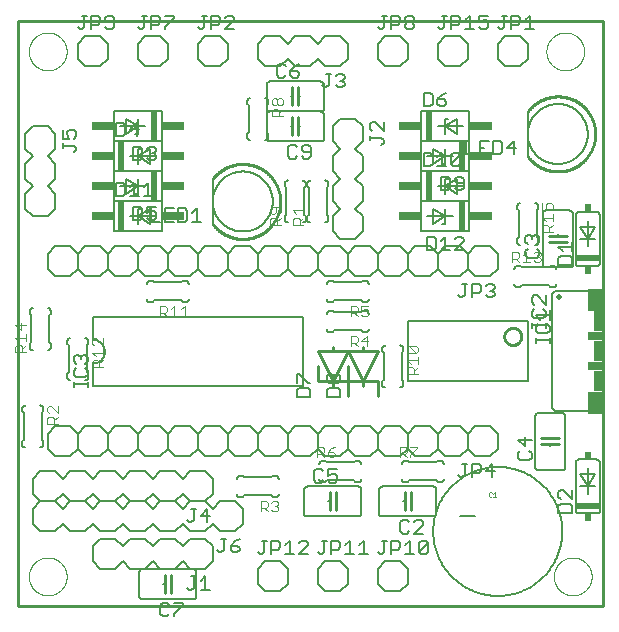
<source format=gto>
G75*
%MOIN*%
%OFA0B0*%
%FSLAX25Y25*%
%IPPOS*%
%LPD*%
%AMOC8*
5,1,8,0,0,1.08239X$1,22.5*
%
%ADD10C,0.00000*%
%ADD11C,0.01000*%
%ADD12C,0.00800*%
%ADD13C,0.00100*%
%ADD14C,0.00600*%
%ADD15C,0.00500*%
%ADD16R,0.08000X0.02000*%
%ADD17R,0.02000X0.02500*%
%ADD18C,0.02000*%
%ADD19R,0.05000X0.07500*%
%ADD20R,0.03000X0.07000*%
%ADD21R,0.05000X0.03000*%
%ADD22C,0.00400*%
%ADD23R,0.02000X0.10000*%
%ADD24R,0.07500X0.03000*%
D10*
X0007100Y0006700D02*
X0200801Y0006700D01*
X0185801Y0016700D02*
X0185803Y0016858D01*
X0185809Y0017016D01*
X0185819Y0017174D01*
X0185833Y0017332D01*
X0185851Y0017489D01*
X0185872Y0017646D01*
X0185898Y0017802D01*
X0185928Y0017958D01*
X0185961Y0018113D01*
X0185999Y0018266D01*
X0186040Y0018419D01*
X0186085Y0018571D01*
X0186134Y0018722D01*
X0186187Y0018871D01*
X0186243Y0019019D01*
X0186303Y0019165D01*
X0186367Y0019310D01*
X0186435Y0019453D01*
X0186506Y0019595D01*
X0186580Y0019735D01*
X0186658Y0019872D01*
X0186740Y0020008D01*
X0186824Y0020142D01*
X0186913Y0020273D01*
X0187004Y0020402D01*
X0187099Y0020529D01*
X0187196Y0020654D01*
X0187297Y0020776D01*
X0187401Y0020895D01*
X0187508Y0021012D01*
X0187618Y0021126D01*
X0187731Y0021237D01*
X0187846Y0021346D01*
X0187964Y0021451D01*
X0188085Y0021553D01*
X0188208Y0021653D01*
X0188334Y0021749D01*
X0188462Y0021842D01*
X0188592Y0021932D01*
X0188725Y0022018D01*
X0188860Y0022102D01*
X0188996Y0022181D01*
X0189135Y0022258D01*
X0189276Y0022330D01*
X0189418Y0022400D01*
X0189562Y0022465D01*
X0189708Y0022527D01*
X0189855Y0022585D01*
X0190004Y0022640D01*
X0190154Y0022691D01*
X0190305Y0022738D01*
X0190457Y0022781D01*
X0190610Y0022820D01*
X0190765Y0022856D01*
X0190920Y0022887D01*
X0191076Y0022915D01*
X0191232Y0022939D01*
X0191389Y0022959D01*
X0191547Y0022975D01*
X0191704Y0022987D01*
X0191863Y0022995D01*
X0192021Y0022999D01*
X0192179Y0022999D01*
X0192337Y0022995D01*
X0192496Y0022987D01*
X0192653Y0022975D01*
X0192811Y0022959D01*
X0192968Y0022939D01*
X0193124Y0022915D01*
X0193280Y0022887D01*
X0193435Y0022856D01*
X0193590Y0022820D01*
X0193743Y0022781D01*
X0193895Y0022738D01*
X0194046Y0022691D01*
X0194196Y0022640D01*
X0194345Y0022585D01*
X0194492Y0022527D01*
X0194638Y0022465D01*
X0194782Y0022400D01*
X0194924Y0022330D01*
X0195065Y0022258D01*
X0195204Y0022181D01*
X0195340Y0022102D01*
X0195475Y0022018D01*
X0195608Y0021932D01*
X0195738Y0021842D01*
X0195866Y0021749D01*
X0195992Y0021653D01*
X0196115Y0021553D01*
X0196236Y0021451D01*
X0196354Y0021346D01*
X0196469Y0021237D01*
X0196582Y0021126D01*
X0196692Y0021012D01*
X0196799Y0020895D01*
X0196903Y0020776D01*
X0197004Y0020654D01*
X0197101Y0020529D01*
X0197196Y0020402D01*
X0197287Y0020273D01*
X0197376Y0020142D01*
X0197460Y0020008D01*
X0197542Y0019872D01*
X0197620Y0019735D01*
X0197694Y0019595D01*
X0197765Y0019453D01*
X0197833Y0019310D01*
X0197897Y0019165D01*
X0197957Y0019019D01*
X0198013Y0018871D01*
X0198066Y0018722D01*
X0198115Y0018571D01*
X0198160Y0018419D01*
X0198201Y0018266D01*
X0198239Y0018113D01*
X0198272Y0017958D01*
X0198302Y0017802D01*
X0198328Y0017646D01*
X0198349Y0017489D01*
X0198367Y0017332D01*
X0198381Y0017174D01*
X0198391Y0017016D01*
X0198397Y0016858D01*
X0198399Y0016700D01*
X0198397Y0016542D01*
X0198391Y0016384D01*
X0198381Y0016226D01*
X0198367Y0016068D01*
X0198349Y0015911D01*
X0198328Y0015754D01*
X0198302Y0015598D01*
X0198272Y0015442D01*
X0198239Y0015287D01*
X0198201Y0015134D01*
X0198160Y0014981D01*
X0198115Y0014829D01*
X0198066Y0014678D01*
X0198013Y0014529D01*
X0197957Y0014381D01*
X0197897Y0014235D01*
X0197833Y0014090D01*
X0197765Y0013947D01*
X0197694Y0013805D01*
X0197620Y0013665D01*
X0197542Y0013528D01*
X0197460Y0013392D01*
X0197376Y0013258D01*
X0197287Y0013127D01*
X0197196Y0012998D01*
X0197101Y0012871D01*
X0197004Y0012746D01*
X0196903Y0012624D01*
X0196799Y0012505D01*
X0196692Y0012388D01*
X0196582Y0012274D01*
X0196469Y0012163D01*
X0196354Y0012054D01*
X0196236Y0011949D01*
X0196115Y0011847D01*
X0195992Y0011747D01*
X0195866Y0011651D01*
X0195738Y0011558D01*
X0195608Y0011468D01*
X0195475Y0011382D01*
X0195340Y0011298D01*
X0195204Y0011219D01*
X0195065Y0011142D01*
X0194924Y0011070D01*
X0194782Y0011000D01*
X0194638Y0010935D01*
X0194492Y0010873D01*
X0194345Y0010815D01*
X0194196Y0010760D01*
X0194046Y0010709D01*
X0193895Y0010662D01*
X0193743Y0010619D01*
X0193590Y0010580D01*
X0193435Y0010544D01*
X0193280Y0010513D01*
X0193124Y0010485D01*
X0192968Y0010461D01*
X0192811Y0010441D01*
X0192653Y0010425D01*
X0192496Y0010413D01*
X0192337Y0010405D01*
X0192179Y0010401D01*
X0192021Y0010401D01*
X0191863Y0010405D01*
X0191704Y0010413D01*
X0191547Y0010425D01*
X0191389Y0010441D01*
X0191232Y0010461D01*
X0191076Y0010485D01*
X0190920Y0010513D01*
X0190765Y0010544D01*
X0190610Y0010580D01*
X0190457Y0010619D01*
X0190305Y0010662D01*
X0190154Y0010709D01*
X0190004Y0010760D01*
X0189855Y0010815D01*
X0189708Y0010873D01*
X0189562Y0010935D01*
X0189418Y0011000D01*
X0189276Y0011070D01*
X0189135Y0011142D01*
X0188996Y0011219D01*
X0188860Y0011298D01*
X0188725Y0011382D01*
X0188592Y0011468D01*
X0188462Y0011558D01*
X0188334Y0011651D01*
X0188208Y0011747D01*
X0188085Y0011847D01*
X0187964Y0011949D01*
X0187846Y0012054D01*
X0187731Y0012163D01*
X0187618Y0012274D01*
X0187508Y0012388D01*
X0187401Y0012505D01*
X0187297Y0012624D01*
X0187196Y0012746D01*
X0187099Y0012871D01*
X0187004Y0012998D01*
X0186913Y0013127D01*
X0186824Y0013258D01*
X0186740Y0013392D01*
X0186658Y0013528D01*
X0186580Y0013665D01*
X0186506Y0013805D01*
X0186435Y0013947D01*
X0186367Y0014090D01*
X0186303Y0014235D01*
X0186243Y0014381D01*
X0186187Y0014529D01*
X0186134Y0014678D01*
X0186085Y0014829D01*
X0186040Y0014981D01*
X0185999Y0015134D01*
X0185961Y0015287D01*
X0185928Y0015442D01*
X0185898Y0015598D01*
X0185872Y0015754D01*
X0185851Y0015911D01*
X0185833Y0016068D01*
X0185819Y0016226D01*
X0185809Y0016384D01*
X0185803Y0016542D01*
X0185801Y0016700D01*
X0010801Y0016700D02*
X0010803Y0016858D01*
X0010809Y0017016D01*
X0010819Y0017174D01*
X0010833Y0017332D01*
X0010851Y0017489D01*
X0010872Y0017646D01*
X0010898Y0017802D01*
X0010928Y0017958D01*
X0010961Y0018113D01*
X0010999Y0018266D01*
X0011040Y0018419D01*
X0011085Y0018571D01*
X0011134Y0018722D01*
X0011187Y0018871D01*
X0011243Y0019019D01*
X0011303Y0019165D01*
X0011367Y0019310D01*
X0011435Y0019453D01*
X0011506Y0019595D01*
X0011580Y0019735D01*
X0011658Y0019872D01*
X0011740Y0020008D01*
X0011824Y0020142D01*
X0011913Y0020273D01*
X0012004Y0020402D01*
X0012099Y0020529D01*
X0012196Y0020654D01*
X0012297Y0020776D01*
X0012401Y0020895D01*
X0012508Y0021012D01*
X0012618Y0021126D01*
X0012731Y0021237D01*
X0012846Y0021346D01*
X0012964Y0021451D01*
X0013085Y0021553D01*
X0013208Y0021653D01*
X0013334Y0021749D01*
X0013462Y0021842D01*
X0013592Y0021932D01*
X0013725Y0022018D01*
X0013860Y0022102D01*
X0013996Y0022181D01*
X0014135Y0022258D01*
X0014276Y0022330D01*
X0014418Y0022400D01*
X0014562Y0022465D01*
X0014708Y0022527D01*
X0014855Y0022585D01*
X0015004Y0022640D01*
X0015154Y0022691D01*
X0015305Y0022738D01*
X0015457Y0022781D01*
X0015610Y0022820D01*
X0015765Y0022856D01*
X0015920Y0022887D01*
X0016076Y0022915D01*
X0016232Y0022939D01*
X0016389Y0022959D01*
X0016547Y0022975D01*
X0016704Y0022987D01*
X0016863Y0022995D01*
X0017021Y0022999D01*
X0017179Y0022999D01*
X0017337Y0022995D01*
X0017496Y0022987D01*
X0017653Y0022975D01*
X0017811Y0022959D01*
X0017968Y0022939D01*
X0018124Y0022915D01*
X0018280Y0022887D01*
X0018435Y0022856D01*
X0018590Y0022820D01*
X0018743Y0022781D01*
X0018895Y0022738D01*
X0019046Y0022691D01*
X0019196Y0022640D01*
X0019345Y0022585D01*
X0019492Y0022527D01*
X0019638Y0022465D01*
X0019782Y0022400D01*
X0019924Y0022330D01*
X0020065Y0022258D01*
X0020204Y0022181D01*
X0020340Y0022102D01*
X0020475Y0022018D01*
X0020608Y0021932D01*
X0020738Y0021842D01*
X0020866Y0021749D01*
X0020992Y0021653D01*
X0021115Y0021553D01*
X0021236Y0021451D01*
X0021354Y0021346D01*
X0021469Y0021237D01*
X0021582Y0021126D01*
X0021692Y0021012D01*
X0021799Y0020895D01*
X0021903Y0020776D01*
X0022004Y0020654D01*
X0022101Y0020529D01*
X0022196Y0020402D01*
X0022287Y0020273D01*
X0022376Y0020142D01*
X0022460Y0020008D01*
X0022542Y0019872D01*
X0022620Y0019735D01*
X0022694Y0019595D01*
X0022765Y0019453D01*
X0022833Y0019310D01*
X0022897Y0019165D01*
X0022957Y0019019D01*
X0023013Y0018871D01*
X0023066Y0018722D01*
X0023115Y0018571D01*
X0023160Y0018419D01*
X0023201Y0018266D01*
X0023239Y0018113D01*
X0023272Y0017958D01*
X0023302Y0017802D01*
X0023328Y0017646D01*
X0023349Y0017489D01*
X0023367Y0017332D01*
X0023381Y0017174D01*
X0023391Y0017016D01*
X0023397Y0016858D01*
X0023399Y0016700D01*
X0023397Y0016542D01*
X0023391Y0016384D01*
X0023381Y0016226D01*
X0023367Y0016068D01*
X0023349Y0015911D01*
X0023328Y0015754D01*
X0023302Y0015598D01*
X0023272Y0015442D01*
X0023239Y0015287D01*
X0023201Y0015134D01*
X0023160Y0014981D01*
X0023115Y0014829D01*
X0023066Y0014678D01*
X0023013Y0014529D01*
X0022957Y0014381D01*
X0022897Y0014235D01*
X0022833Y0014090D01*
X0022765Y0013947D01*
X0022694Y0013805D01*
X0022620Y0013665D01*
X0022542Y0013528D01*
X0022460Y0013392D01*
X0022376Y0013258D01*
X0022287Y0013127D01*
X0022196Y0012998D01*
X0022101Y0012871D01*
X0022004Y0012746D01*
X0021903Y0012624D01*
X0021799Y0012505D01*
X0021692Y0012388D01*
X0021582Y0012274D01*
X0021469Y0012163D01*
X0021354Y0012054D01*
X0021236Y0011949D01*
X0021115Y0011847D01*
X0020992Y0011747D01*
X0020866Y0011651D01*
X0020738Y0011558D01*
X0020608Y0011468D01*
X0020475Y0011382D01*
X0020340Y0011298D01*
X0020204Y0011219D01*
X0020065Y0011142D01*
X0019924Y0011070D01*
X0019782Y0011000D01*
X0019638Y0010935D01*
X0019492Y0010873D01*
X0019345Y0010815D01*
X0019196Y0010760D01*
X0019046Y0010709D01*
X0018895Y0010662D01*
X0018743Y0010619D01*
X0018590Y0010580D01*
X0018435Y0010544D01*
X0018280Y0010513D01*
X0018124Y0010485D01*
X0017968Y0010461D01*
X0017811Y0010441D01*
X0017653Y0010425D01*
X0017496Y0010413D01*
X0017337Y0010405D01*
X0017179Y0010401D01*
X0017021Y0010401D01*
X0016863Y0010405D01*
X0016704Y0010413D01*
X0016547Y0010425D01*
X0016389Y0010441D01*
X0016232Y0010461D01*
X0016076Y0010485D01*
X0015920Y0010513D01*
X0015765Y0010544D01*
X0015610Y0010580D01*
X0015457Y0010619D01*
X0015305Y0010662D01*
X0015154Y0010709D01*
X0015004Y0010760D01*
X0014855Y0010815D01*
X0014708Y0010873D01*
X0014562Y0010935D01*
X0014418Y0011000D01*
X0014276Y0011070D01*
X0014135Y0011142D01*
X0013996Y0011219D01*
X0013860Y0011298D01*
X0013725Y0011382D01*
X0013592Y0011468D01*
X0013462Y0011558D01*
X0013334Y0011651D01*
X0013208Y0011747D01*
X0013085Y0011847D01*
X0012964Y0011949D01*
X0012846Y0012054D01*
X0012731Y0012163D01*
X0012618Y0012274D01*
X0012508Y0012388D01*
X0012401Y0012505D01*
X0012297Y0012624D01*
X0012196Y0012746D01*
X0012099Y0012871D01*
X0012004Y0012998D01*
X0011913Y0013127D01*
X0011824Y0013258D01*
X0011740Y0013392D01*
X0011658Y0013528D01*
X0011580Y0013665D01*
X0011506Y0013805D01*
X0011435Y0013947D01*
X0011367Y0014090D01*
X0011303Y0014235D01*
X0011243Y0014381D01*
X0011187Y0014529D01*
X0011134Y0014678D01*
X0011085Y0014829D01*
X0011040Y0014981D01*
X0010999Y0015134D01*
X0010961Y0015287D01*
X0010928Y0015442D01*
X0010898Y0015598D01*
X0010872Y0015754D01*
X0010851Y0015911D01*
X0010833Y0016068D01*
X0010819Y0016226D01*
X0010809Y0016384D01*
X0010803Y0016542D01*
X0010801Y0016700D01*
X0010801Y0191700D02*
X0010803Y0191858D01*
X0010809Y0192016D01*
X0010819Y0192174D01*
X0010833Y0192332D01*
X0010851Y0192489D01*
X0010872Y0192646D01*
X0010898Y0192802D01*
X0010928Y0192958D01*
X0010961Y0193113D01*
X0010999Y0193266D01*
X0011040Y0193419D01*
X0011085Y0193571D01*
X0011134Y0193722D01*
X0011187Y0193871D01*
X0011243Y0194019D01*
X0011303Y0194165D01*
X0011367Y0194310D01*
X0011435Y0194453D01*
X0011506Y0194595D01*
X0011580Y0194735D01*
X0011658Y0194872D01*
X0011740Y0195008D01*
X0011824Y0195142D01*
X0011913Y0195273D01*
X0012004Y0195402D01*
X0012099Y0195529D01*
X0012196Y0195654D01*
X0012297Y0195776D01*
X0012401Y0195895D01*
X0012508Y0196012D01*
X0012618Y0196126D01*
X0012731Y0196237D01*
X0012846Y0196346D01*
X0012964Y0196451D01*
X0013085Y0196553D01*
X0013208Y0196653D01*
X0013334Y0196749D01*
X0013462Y0196842D01*
X0013592Y0196932D01*
X0013725Y0197018D01*
X0013860Y0197102D01*
X0013996Y0197181D01*
X0014135Y0197258D01*
X0014276Y0197330D01*
X0014418Y0197400D01*
X0014562Y0197465D01*
X0014708Y0197527D01*
X0014855Y0197585D01*
X0015004Y0197640D01*
X0015154Y0197691D01*
X0015305Y0197738D01*
X0015457Y0197781D01*
X0015610Y0197820D01*
X0015765Y0197856D01*
X0015920Y0197887D01*
X0016076Y0197915D01*
X0016232Y0197939D01*
X0016389Y0197959D01*
X0016547Y0197975D01*
X0016704Y0197987D01*
X0016863Y0197995D01*
X0017021Y0197999D01*
X0017179Y0197999D01*
X0017337Y0197995D01*
X0017496Y0197987D01*
X0017653Y0197975D01*
X0017811Y0197959D01*
X0017968Y0197939D01*
X0018124Y0197915D01*
X0018280Y0197887D01*
X0018435Y0197856D01*
X0018590Y0197820D01*
X0018743Y0197781D01*
X0018895Y0197738D01*
X0019046Y0197691D01*
X0019196Y0197640D01*
X0019345Y0197585D01*
X0019492Y0197527D01*
X0019638Y0197465D01*
X0019782Y0197400D01*
X0019924Y0197330D01*
X0020065Y0197258D01*
X0020204Y0197181D01*
X0020340Y0197102D01*
X0020475Y0197018D01*
X0020608Y0196932D01*
X0020738Y0196842D01*
X0020866Y0196749D01*
X0020992Y0196653D01*
X0021115Y0196553D01*
X0021236Y0196451D01*
X0021354Y0196346D01*
X0021469Y0196237D01*
X0021582Y0196126D01*
X0021692Y0196012D01*
X0021799Y0195895D01*
X0021903Y0195776D01*
X0022004Y0195654D01*
X0022101Y0195529D01*
X0022196Y0195402D01*
X0022287Y0195273D01*
X0022376Y0195142D01*
X0022460Y0195008D01*
X0022542Y0194872D01*
X0022620Y0194735D01*
X0022694Y0194595D01*
X0022765Y0194453D01*
X0022833Y0194310D01*
X0022897Y0194165D01*
X0022957Y0194019D01*
X0023013Y0193871D01*
X0023066Y0193722D01*
X0023115Y0193571D01*
X0023160Y0193419D01*
X0023201Y0193266D01*
X0023239Y0193113D01*
X0023272Y0192958D01*
X0023302Y0192802D01*
X0023328Y0192646D01*
X0023349Y0192489D01*
X0023367Y0192332D01*
X0023381Y0192174D01*
X0023391Y0192016D01*
X0023397Y0191858D01*
X0023399Y0191700D01*
X0023397Y0191542D01*
X0023391Y0191384D01*
X0023381Y0191226D01*
X0023367Y0191068D01*
X0023349Y0190911D01*
X0023328Y0190754D01*
X0023302Y0190598D01*
X0023272Y0190442D01*
X0023239Y0190287D01*
X0023201Y0190134D01*
X0023160Y0189981D01*
X0023115Y0189829D01*
X0023066Y0189678D01*
X0023013Y0189529D01*
X0022957Y0189381D01*
X0022897Y0189235D01*
X0022833Y0189090D01*
X0022765Y0188947D01*
X0022694Y0188805D01*
X0022620Y0188665D01*
X0022542Y0188528D01*
X0022460Y0188392D01*
X0022376Y0188258D01*
X0022287Y0188127D01*
X0022196Y0187998D01*
X0022101Y0187871D01*
X0022004Y0187746D01*
X0021903Y0187624D01*
X0021799Y0187505D01*
X0021692Y0187388D01*
X0021582Y0187274D01*
X0021469Y0187163D01*
X0021354Y0187054D01*
X0021236Y0186949D01*
X0021115Y0186847D01*
X0020992Y0186747D01*
X0020866Y0186651D01*
X0020738Y0186558D01*
X0020608Y0186468D01*
X0020475Y0186382D01*
X0020340Y0186298D01*
X0020204Y0186219D01*
X0020065Y0186142D01*
X0019924Y0186070D01*
X0019782Y0186000D01*
X0019638Y0185935D01*
X0019492Y0185873D01*
X0019345Y0185815D01*
X0019196Y0185760D01*
X0019046Y0185709D01*
X0018895Y0185662D01*
X0018743Y0185619D01*
X0018590Y0185580D01*
X0018435Y0185544D01*
X0018280Y0185513D01*
X0018124Y0185485D01*
X0017968Y0185461D01*
X0017811Y0185441D01*
X0017653Y0185425D01*
X0017496Y0185413D01*
X0017337Y0185405D01*
X0017179Y0185401D01*
X0017021Y0185401D01*
X0016863Y0185405D01*
X0016704Y0185413D01*
X0016547Y0185425D01*
X0016389Y0185441D01*
X0016232Y0185461D01*
X0016076Y0185485D01*
X0015920Y0185513D01*
X0015765Y0185544D01*
X0015610Y0185580D01*
X0015457Y0185619D01*
X0015305Y0185662D01*
X0015154Y0185709D01*
X0015004Y0185760D01*
X0014855Y0185815D01*
X0014708Y0185873D01*
X0014562Y0185935D01*
X0014418Y0186000D01*
X0014276Y0186070D01*
X0014135Y0186142D01*
X0013996Y0186219D01*
X0013860Y0186298D01*
X0013725Y0186382D01*
X0013592Y0186468D01*
X0013462Y0186558D01*
X0013334Y0186651D01*
X0013208Y0186747D01*
X0013085Y0186847D01*
X0012964Y0186949D01*
X0012846Y0187054D01*
X0012731Y0187163D01*
X0012618Y0187274D01*
X0012508Y0187388D01*
X0012401Y0187505D01*
X0012297Y0187624D01*
X0012196Y0187746D01*
X0012099Y0187871D01*
X0012004Y0187998D01*
X0011913Y0188127D01*
X0011824Y0188258D01*
X0011740Y0188392D01*
X0011658Y0188528D01*
X0011580Y0188665D01*
X0011506Y0188805D01*
X0011435Y0188947D01*
X0011367Y0189090D01*
X0011303Y0189235D01*
X0011243Y0189381D01*
X0011187Y0189529D01*
X0011134Y0189678D01*
X0011085Y0189829D01*
X0011040Y0189981D01*
X0010999Y0190134D01*
X0010961Y0190287D01*
X0010928Y0190442D01*
X0010898Y0190598D01*
X0010872Y0190754D01*
X0010851Y0190911D01*
X0010833Y0191068D01*
X0010819Y0191226D01*
X0010809Y0191384D01*
X0010803Y0191542D01*
X0010801Y0191700D01*
X0183301Y0191700D02*
X0183303Y0191858D01*
X0183309Y0192016D01*
X0183319Y0192174D01*
X0183333Y0192332D01*
X0183351Y0192489D01*
X0183372Y0192646D01*
X0183398Y0192802D01*
X0183428Y0192958D01*
X0183461Y0193113D01*
X0183499Y0193266D01*
X0183540Y0193419D01*
X0183585Y0193571D01*
X0183634Y0193722D01*
X0183687Y0193871D01*
X0183743Y0194019D01*
X0183803Y0194165D01*
X0183867Y0194310D01*
X0183935Y0194453D01*
X0184006Y0194595D01*
X0184080Y0194735D01*
X0184158Y0194872D01*
X0184240Y0195008D01*
X0184324Y0195142D01*
X0184413Y0195273D01*
X0184504Y0195402D01*
X0184599Y0195529D01*
X0184696Y0195654D01*
X0184797Y0195776D01*
X0184901Y0195895D01*
X0185008Y0196012D01*
X0185118Y0196126D01*
X0185231Y0196237D01*
X0185346Y0196346D01*
X0185464Y0196451D01*
X0185585Y0196553D01*
X0185708Y0196653D01*
X0185834Y0196749D01*
X0185962Y0196842D01*
X0186092Y0196932D01*
X0186225Y0197018D01*
X0186360Y0197102D01*
X0186496Y0197181D01*
X0186635Y0197258D01*
X0186776Y0197330D01*
X0186918Y0197400D01*
X0187062Y0197465D01*
X0187208Y0197527D01*
X0187355Y0197585D01*
X0187504Y0197640D01*
X0187654Y0197691D01*
X0187805Y0197738D01*
X0187957Y0197781D01*
X0188110Y0197820D01*
X0188265Y0197856D01*
X0188420Y0197887D01*
X0188576Y0197915D01*
X0188732Y0197939D01*
X0188889Y0197959D01*
X0189047Y0197975D01*
X0189204Y0197987D01*
X0189363Y0197995D01*
X0189521Y0197999D01*
X0189679Y0197999D01*
X0189837Y0197995D01*
X0189996Y0197987D01*
X0190153Y0197975D01*
X0190311Y0197959D01*
X0190468Y0197939D01*
X0190624Y0197915D01*
X0190780Y0197887D01*
X0190935Y0197856D01*
X0191090Y0197820D01*
X0191243Y0197781D01*
X0191395Y0197738D01*
X0191546Y0197691D01*
X0191696Y0197640D01*
X0191845Y0197585D01*
X0191992Y0197527D01*
X0192138Y0197465D01*
X0192282Y0197400D01*
X0192424Y0197330D01*
X0192565Y0197258D01*
X0192704Y0197181D01*
X0192840Y0197102D01*
X0192975Y0197018D01*
X0193108Y0196932D01*
X0193238Y0196842D01*
X0193366Y0196749D01*
X0193492Y0196653D01*
X0193615Y0196553D01*
X0193736Y0196451D01*
X0193854Y0196346D01*
X0193969Y0196237D01*
X0194082Y0196126D01*
X0194192Y0196012D01*
X0194299Y0195895D01*
X0194403Y0195776D01*
X0194504Y0195654D01*
X0194601Y0195529D01*
X0194696Y0195402D01*
X0194787Y0195273D01*
X0194876Y0195142D01*
X0194960Y0195008D01*
X0195042Y0194872D01*
X0195120Y0194735D01*
X0195194Y0194595D01*
X0195265Y0194453D01*
X0195333Y0194310D01*
X0195397Y0194165D01*
X0195457Y0194019D01*
X0195513Y0193871D01*
X0195566Y0193722D01*
X0195615Y0193571D01*
X0195660Y0193419D01*
X0195701Y0193266D01*
X0195739Y0193113D01*
X0195772Y0192958D01*
X0195802Y0192802D01*
X0195828Y0192646D01*
X0195849Y0192489D01*
X0195867Y0192332D01*
X0195881Y0192174D01*
X0195891Y0192016D01*
X0195897Y0191858D01*
X0195899Y0191700D01*
X0195897Y0191542D01*
X0195891Y0191384D01*
X0195881Y0191226D01*
X0195867Y0191068D01*
X0195849Y0190911D01*
X0195828Y0190754D01*
X0195802Y0190598D01*
X0195772Y0190442D01*
X0195739Y0190287D01*
X0195701Y0190134D01*
X0195660Y0189981D01*
X0195615Y0189829D01*
X0195566Y0189678D01*
X0195513Y0189529D01*
X0195457Y0189381D01*
X0195397Y0189235D01*
X0195333Y0189090D01*
X0195265Y0188947D01*
X0195194Y0188805D01*
X0195120Y0188665D01*
X0195042Y0188528D01*
X0194960Y0188392D01*
X0194876Y0188258D01*
X0194787Y0188127D01*
X0194696Y0187998D01*
X0194601Y0187871D01*
X0194504Y0187746D01*
X0194403Y0187624D01*
X0194299Y0187505D01*
X0194192Y0187388D01*
X0194082Y0187274D01*
X0193969Y0187163D01*
X0193854Y0187054D01*
X0193736Y0186949D01*
X0193615Y0186847D01*
X0193492Y0186747D01*
X0193366Y0186651D01*
X0193238Y0186558D01*
X0193108Y0186468D01*
X0192975Y0186382D01*
X0192840Y0186298D01*
X0192704Y0186219D01*
X0192565Y0186142D01*
X0192424Y0186070D01*
X0192282Y0186000D01*
X0192138Y0185935D01*
X0191992Y0185873D01*
X0191845Y0185815D01*
X0191696Y0185760D01*
X0191546Y0185709D01*
X0191395Y0185662D01*
X0191243Y0185619D01*
X0191090Y0185580D01*
X0190935Y0185544D01*
X0190780Y0185513D01*
X0190624Y0185485D01*
X0190468Y0185461D01*
X0190311Y0185441D01*
X0190153Y0185425D01*
X0189996Y0185413D01*
X0189837Y0185405D01*
X0189679Y0185401D01*
X0189521Y0185401D01*
X0189363Y0185405D01*
X0189204Y0185413D01*
X0189047Y0185425D01*
X0188889Y0185441D01*
X0188732Y0185461D01*
X0188576Y0185485D01*
X0188420Y0185513D01*
X0188265Y0185544D01*
X0188110Y0185580D01*
X0187957Y0185619D01*
X0187805Y0185662D01*
X0187654Y0185709D01*
X0187504Y0185760D01*
X0187355Y0185815D01*
X0187208Y0185873D01*
X0187062Y0185935D01*
X0186918Y0186000D01*
X0186776Y0186070D01*
X0186635Y0186142D01*
X0186496Y0186219D01*
X0186360Y0186298D01*
X0186225Y0186382D01*
X0186092Y0186468D01*
X0185962Y0186558D01*
X0185834Y0186651D01*
X0185708Y0186747D01*
X0185585Y0186847D01*
X0185464Y0186949D01*
X0185346Y0187054D01*
X0185231Y0187163D01*
X0185118Y0187274D01*
X0185008Y0187388D01*
X0184901Y0187505D01*
X0184797Y0187624D01*
X0184696Y0187746D01*
X0184599Y0187871D01*
X0184504Y0187998D01*
X0184413Y0188127D01*
X0184324Y0188258D01*
X0184240Y0188392D01*
X0184158Y0188528D01*
X0184080Y0188665D01*
X0184006Y0188805D01*
X0183935Y0188947D01*
X0183867Y0189090D01*
X0183803Y0189235D01*
X0183743Y0189381D01*
X0183687Y0189529D01*
X0183634Y0189678D01*
X0183585Y0189829D01*
X0183540Y0189981D01*
X0183499Y0190134D01*
X0183461Y0190287D01*
X0183428Y0190442D01*
X0183398Y0190598D01*
X0183372Y0190754D01*
X0183351Y0190911D01*
X0183333Y0191068D01*
X0183319Y0191226D01*
X0183309Y0191384D01*
X0183303Y0191542D01*
X0183301Y0191700D01*
D11*
X0007100Y0201700D02*
X0007100Y0006700D01*
X0202100Y0006700D01*
X0202100Y0201700D01*
X0007100Y0201700D01*
X0072100Y0149200D02*
X0072287Y0149443D01*
X0072479Y0149681D01*
X0072678Y0149914D01*
X0072882Y0150142D01*
X0073091Y0150365D01*
X0073306Y0150583D01*
X0073526Y0150796D01*
X0073751Y0151003D01*
X0073982Y0151205D01*
X0074217Y0151401D01*
X0074457Y0151591D01*
X0074701Y0151775D01*
X0074950Y0151953D01*
X0075204Y0152125D01*
X0075461Y0152291D01*
X0075722Y0152451D01*
X0075987Y0152604D01*
X0076256Y0152750D01*
X0076529Y0152890D01*
X0076804Y0153023D01*
X0077083Y0153149D01*
X0077365Y0153269D01*
X0077650Y0153381D01*
X0077937Y0153486D01*
X0078227Y0153585D01*
X0078519Y0153676D01*
X0078814Y0153760D01*
X0079110Y0153837D01*
X0079408Y0153907D01*
X0079708Y0153969D01*
X0080009Y0154024D01*
X0080311Y0154071D01*
X0080615Y0154111D01*
X0080919Y0154144D01*
X0081224Y0154169D01*
X0081530Y0154187D01*
X0081836Y0154197D01*
X0082142Y0154200D01*
X0082448Y0154195D01*
X0082754Y0154183D01*
X0083060Y0154163D01*
X0083364Y0154136D01*
X0083669Y0154101D01*
X0083972Y0154059D01*
X0084274Y0154010D01*
X0084575Y0153953D01*
X0084874Y0153888D01*
X0085172Y0153817D01*
X0085467Y0153738D01*
X0085761Y0153652D01*
X0086053Y0153559D01*
X0086342Y0153458D01*
X0086629Y0153351D01*
X0086913Y0153236D01*
X0087194Y0153115D01*
X0087472Y0152987D01*
X0087747Y0152852D01*
X0088018Y0152710D01*
X0088286Y0152562D01*
X0088550Y0152407D01*
X0088810Y0152246D01*
X0089066Y0152079D01*
X0089319Y0151905D01*
X0089566Y0151725D01*
X0089810Y0151539D01*
X0090048Y0151348D01*
X0090282Y0151150D01*
X0090511Y0150947D01*
X0090735Y0150738D01*
X0090954Y0150524D01*
X0091167Y0150304D01*
X0091375Y0150080D01*
X0091578Y0149850D01*
X0091774Y0149616D01*
X0091965Y0149376D01*
X0092150Y0149133D01*
X0092329Y0148884D01*
X0092502Y0148632D01*
X0092669Y0148375D01*
X0092829Y0148114D01*
X0092983Y0147849D01*
X0093130Y0147581D01*
X0093271Y0147309D01*
X0093405Y0147034D01*
X0093532Y0146755D01*
X0093653Y0146474D01*
X0093766Y0146189D01*
X0093872Y0145902D01*
X0093972Y0145613D01*
X0094064Y0145321D01*
X0094149Y0145027D01*
X0094227Y0144731D01*
X0094298Y0144433D01*
X0094361Y0144133D01*
X0094417Y0143832D01*
X0094465Y0143530D01*
X0094506Y0143227D01*
X0094540Y0142923D01*
X0094566Y0142618D01*
X0094585Y0142312D01*
X0094596Y0142006D01*
X0094600Y0141700D01*
X0094596Y0141394D01*
X0094585Y0141088D01*
X0094566Y0140782D01*
X0094540Y0140477D01*
X0094506Y0140173D01*
X0094465Y0139870D01*
X0094417Y0139568D01*
X0094361Y0139267D01*
X0094298Y0138967D01*
X0094227Y0138669D01*
X0094149Y0138373D01*
X0094064Y0138079D01*
X0093972Y0137787D01*
X0093872Y0137498D01*
X0093766Y0137211D01*
X0093653Y0136926D01*
X0093532Y0136645D01*
X0093405Y0136366D01*
X0093271Y0136091D01*
X0093130Y0135819D01*
X0092983Y0135551D01*
X0092829Y0135286D01*
X0092669Y0135025D01*
X0092502Y0134768D01*
X0092329Y0134516D01*
X0092150Y0134267D01*
X0091965Y0134024D01*
X0091774Y0133784D01*
X0091578Y0133550D01*
X0091375Y0133320D01*
X0091167Y0133096D01*
X0090954Y0132876D01*
X0090735Y0132662D01*
X0090511Y0132453D01*
X0090282Y0132250D01*
X0090048Y0132052D01*
X0089810Y0131861D01*
X0089566Y0131675D01*
X0089319Y0131495D01*
X0089066Y0131321D01*
X0088810Y0131154D01*
X0088550Y0130993D01*
X0088286Y0130838D01*
X0088018Y0130690D01*
X0087747Y0130548D01*
X0087472Y0130413D01*
X0087194Y0130285D01*
X0086913Y0130164D01*
X0086629Y0130049D01*
X0086342Y0129942D01*
X0086053Y0129841D01*
X0085761Y0129748D01*
X0085467Y0129662D01*
X0085172Y0129583D01*
X0084874Y0129512D01*
X0084575Y0129447D01*
X0084274Y0129390D01*
X0083972Y0129341D01*
X0083669Y0129299D01*
X0083364Y0129264D01*
X0083060Y0129237D01*
X0082754Y0129217D01*
X0082448Y0129205D01*
X0082142Y0129200D01*
X0081836Y0129203D01*
X0081530Y0129213D01*
X0081224Y0129231D01*
X0080919Y0129256D01*
X0080615Y0129289D01*
X0080311Y0129329D01*
X0080009Y0129376D01*
X0079708Y0129431D01*
X0079408Y0129493D01*
X0079110Y0129563D01*
X0078814Y0129640D01*
X0078519Y0129724D01*
X0078227Y0129815D01*
X0077937Y0129914D01*
X0077650Y0130019D01*
X0077365Y0130131D01*
X0077083Y0130251D01*
X0076804Y0130377D01*
X0076529Y0130510D01*
X0076256Y0130650D01*
X0075987Y0130796D01*
X0075722Y0130949D01*
X0075461Y0131109D01*
X0075204Y0131275D01*
X0074950Y0131447D01*
X0074701Y0131625D01*
X0074457Y0131809D01*
X0074217Y0131999D01*
X0073982Y0132195D01*
X0073751Y0132397D01*
X0073526Y0132604D01*
X0073306Y0132817D01*
X0073091Y0133035D01*
X0072882Y0133258D01*
X0072678Y0133486D01*
X0072479Y0133719D01*
X0072287Y0133957D01*
X0072100Y0134200D01*
X0098600Y0163700D02*
X0098600Y0166700D01*
X0098600Y0169700D01*
X0100600Y0169700D02*
X0100600Y0166700D01*
X0100600Y0163700D01*
X0100600Y0173700D02*
X0100600Y0176700D01*
X0100600Y0179700D01*
X0098600Y0179700D02*
X0098600Y0176700D01*
X0098600Y0173700D01*
X0169272Y0096700D02*
X0169274Y0096806D01*
X0169280Y0096911D01*
X0169290Y0097017D01*
X0169304Y0097121D01*
X0169321Y0097226D01*
X0169343Y0097329D01*
X0169368Y0097432D01*
X0169398Y0097534D01*
X0169431Y0097634D01*
X0169467Y0097733D01*
X0169508Y0097831D01*
X0169552Y0097927D01*
X0169600Y0098021D01*
X0169651Y0098114D01*
X0169705Y0098205D01*
X0169763Y0098293D01*
X0169825Y0098379D01*
X0169889Y0098463D01*
X0169956Y0098545D01*
X0170027Y0098624D01*
X0170100Y0098700D01*
X0170176Y0098773D01*
X0170255Y0098844D01*
X0170337Y0098911D01*
X0170421Y0098975D01*
X0170507Y0099037D01*
X0170595Y0099095D01*
X0170686Y0099149D01*
X0170779Y0099200D01*
X0170873Y0099248D01*
X0170969Y0099292D01*
X0171067Y0099333D01*
X0171166Y0099369D01*
X0171266Y0099402D01*
X0171368Y0099432D01*
X0171471Y0099457D01*
X0171574Y0099479D01*
X0171679Y0099496D01*
X0171783Y0099510D01*
X0171889Y0099520D01*
X0171994Y0099526D01*
X0172100Y0099528D01*
X0172206Y0099526D01*
X0172311Y0099520D01*
X0172417Y0099510D01*
X0172521Y0099496D01*
X0172626Y0099479D01*
X0172729Y0099457D01*
X0172832Y0099432D01*
X0172934Y0099402D01*
X0173034Y0099369D01*
X0173133Y0099333D01*
X0173231Y0099292D01*
X0173327Y0099248D01*
X0173421Y0099200D01*
X0173514Y0099149D01*
X0173605Y0099095D01*
X0173693Y0099037D01*
X0173779Y0098975D01*
X0173863Y0098911D01*
X0173945Y0098844D01*
X0174024Y0098773D01*
X0174100Y0098700D01*
X0174173Y0098624D01*
X0174244Y0098545D01*
X0174311Y0098463D01*
X0174375Y0098379D01*
X0174437Y0098293D01*
X0174495Y0098205D01*
X0174549Y0098114D01*
X0174600Y0098021D01*
X0174648Y0097927D01*
X0174692Y0097831D01*
X0174733Y0097733D01*
X0174769Y0097634D01*
X0174802Y0097534D01*
X0174832Y0097432D01*
X0174857Y0097329D01*
X0174879Y0097226D01*
X0174896Y0097121D01*
X0174910Y0097017D01*
X0174920Y0096911D01*
X0174926Y0096806D01*
X0174928Y0096700D01*
X0174926Y0096594D01*
X0174920Y0096489D01*
X0174910Y0096383D01*
X0174896Y0096279D01*
X0174879Y0096174D01*
X0174857Y0096071D01*
X0174832Y0095968D01*
X0174802Y0095866D01*
X0174769Y0095766D01*
X0174733Y0095667D01*
X0174692Y0095569D01*
X0174648Y0095473D01*
X0174600Y0095379D01*
X0174549Y0095286D01*
X0174495Y0095195D01*
X0174437Y0095107D01*
X0174375Y0095021D01*
X0174311Y0094937D01*
X0174244Y0094855D01*
X0174173Y0094776D01*
X0174100Y0094700D01*
X0174024Y0094627D01*
X0173945Y0094556D01*
X0173863Y0094489D01*
X0173779Y0094425D01*
X0173693Y0094363D01*
X0173605Y0094305D01*
X0173514Y0094251D01*
X0173421Y0094200D01*
X0173327Y0094152D01*
X0173231Y0094108D01*
X0173133Y0094067D01*
X0173034Y0094031D01*
X0172934Y0093998D01*
X0172832Y0093968D01*
X0172729Y0093943D01*
X0172626Y0093921D01*
X0172521Y0093904D01*
X0172417Y0093890D01*
X0172311Y0093880D01*
X0172206Y0093874D01*
X0172100Y0093872D01*
X0171994Y0093874D01*
X0171889Y0093880D01*
X0171783Y0093890D01*
X0171679Y0093904D01*
X0171574Y0093921D01*
X0171471Y0093943D01*
X0171368Y0093968D01*
X0171266Y0093998D01*
X0171166Y0094031D01*
X0171067Y0094067D01*
X0170969Y0094108D01*
X0170873Y0094152D01*
X0170779Y0094200D01*
X0170686Y0094251D01*
X0170595Y0094305D01*
X0170507Y0094363D01*
X0170421Y0094425D01*
X0170337Y0094489D01*
X0170255Y0094556D01*
X0170176Y0094627D01*
X0170100Y0094700D01*
X0170027Y0094776D01*
X0169956Y0094855D01*
X0169889Y0094937D01*
X0169825Y0095021D01*
X0169763Y0095107D01*
X0169705Y0095195D01*
X0169651Y0095286D01*
X0169600Y0095379D01*
X0169552Y0095473D01*
X0169508Y0095569D01*
X0169467Y0095667D01*
X0169431Y0095766D01*
X0169398Y0095866D01*
X0169368Y0095968D01*
X0169343Y0096071D01*
X0169321Y0096174D01*
X0169304Y0096279D01*
X0169290Y0096383D01*
X0169280Y0096489D01*
X0169274Y0096594D01*
X0169272Y0096700D01*
X0184100Y0128200D02*
X0187100Y0128200D01*
X0190100Y0128200D01*
X0190100Y0130200D02*
X0187100Y0130200D01*
X0184100Y0130200D01*
X0177100Y0156700D02*
X0177287Y0156457D01*
X0177479Y0156219D01*
X0177678Y0155986D01*
X0177882Y0155758D01*
X0178091Y0155535D01*
X0178306Y0155317D01*
X0178526Y0155104D01*
X0178751Y0154897D01*
X0178982Y0154695D01*
X0179217Y0154499D01*
X0179457Y0154309D01*
X0179701Y0154125D01*
X0179950Y0153947D01*
X0180204Y0153775D01*
X0180461Y0153609D01*
X0180722Y0153449D01*
X0180987Y0153296D01*
X0181256Y0153150D01*
X0181529Y0153010D01*
X0181804Y0152877D01*
X0182083Y0152751D01*
X0182365Y0152631D01*
X0182650Y0152519D01*
X0182937Y0152414D01*
X0183227Y0152315D01*
X0183519Y0152224D01*
X0183814Y0152140D01*
X0184110Y0152063D01*
X0184408Y0151993D01*
X0184708Y0151931D01*
X0185009Y0151876D01*
X0185311Y0151829D01*
X0185615Y0151789D01*
X0185919Y0151756D01*
X0186224Y0151731D01*
X0186530Y0151713D01*
X0186836Y0151703D01*
X0187142Y0151700D01*
X0187448Y0151705D01*
X0187754Y0151717D01*
X0188060Y0151737D01*
X0188364Y0151764D01*
X0188669Y0151799D01*
X0188972Y0151841D01*
X0189274Y0151890D01*
X0189575Y0151947D01*
X0189874Y0152012D01*
X0190172Y0152083D01*
X0190467Y0152162D01*
X0190761Y0152248D01*
X0191053Y0152341D01*
X0191342Y0152442D01*
X0191629Y0152549D01*
X0191913Y0152664D01*
X0192194Y0152785D01*
X0192472Y0152913D01*
X0192747Y0153048D01*
X0193018Y0153190D01*
X0193286Y0153338D01*
X0193550Y0153493D01*
X0193810Y0153654D01*
X0194066Y0153821D01*
X0194319Y0153995D01*
X0194566Y0154175D01*
X0194810Y0154361D01*
X0195048Y0154552D01*
X0195282Y0154750D01*
X0195511Y0154953D01*
X0195735Y0155162D01*
X0195954Y0155376D01*
X0196167Y0155596D01*
X0196375Y0155820D01*
X0196578Y0156050D01*
X0196774Y0156284D01*
X0196965Y0156524D01*
X0197150Y0156767D01*
X0197329Y0157016D01*
X0197502Y0157268D01*
X0197669Y0157525D01*
X0197829Y0157786D01*
X0197983Y0158051D01*
X0198130Y0158319D01*
X0198271Y0158591D01*
X0198405Y0158866D01*
X0198532Y0159145D01*
X0198653Y0159426D01*
X0198766Y0159711D01*
X0198872Y0159998D01*
X0198972Y0160287D01*
X0199064Y0160579D01*
X0199149Y0160873D01*
X0199227Y0161169D01*
X0199298Y0161467D01*
X0199361Y0161767D01*
X0199417Y0162068D01*
X0199465Y0162370D01*
X0199506Y0162673D01*
X0199540Y0162977D01*
X0199566Y0163282D01*
X0199585Y0163588D01*
X0199596Y0163894D01*
X0199600Y0164200D01*
X0199596Y0164506D01*
X0199585Y0164812D01*
X0199566Y0165118D01*
X0199540Y0165423D01*
X0199506Y0165727D01*
X0199465Y0166030D01*
X0199417Y0166332D01*
X0199361Y0166633D01*
X0199298Y0166933D01*
X0199227Y0167231D01*
X0199149Y0167527D01*
X0199064Y0167821D01*
X0198972Y0168113D01*
X0198872Y0168402D01*
X0198766Y0168689D01*
X0198653Y0168974D01*
X0198532Y0169255D01*
X0198405Y0169534D01*
X0198271Y0169809D01*
X0198130Y0170081D01*
X0197983Y0170349D01*
X0197829Y0170614D01*
X0197669Y0170875D01*
X0197502Y0171132D01*
X0197329Y0171384D01*
X0197150Y0171633D01*
X0196965Y0171876D01*
X0196774Y0172116D01*
X0196578Y0172350D01*
X0196375Y0172580D01*
X0196167Y0172804D01*
X0195954Y0173024D01*
X0195735Y0173238D01*
X0195511Y0173447D01*
X0195282Y0173650D01*
X0195048Y0173848D01*
X0194810Y0174039D01*
X0194566Y0174225D01*
X0194319Y0174405D01*
X0194066Y0174579D01*
X0193810Y0174746D01*
X0193550Y0174907D01*
X0193286Y0175062D01*
X0193018Y0175210D01*
X0192747Y0175352D01*
X0192472Y0175487D01*
X0192194Y0175615D01*
X0191913Y0175736D01*
X0191629Y0175851D01*
X0191342Y0175958D01*
X0191053Y0176059D01*
X0190761Y0176152D01*
X0190467Y0176238D01*
X0190172Y0176317D01*
X0189874Y0176388D01*
X0189575Y0176453D01*
X0189274Y0176510D01*
X0188972Y0176559D01*
X0188669Y0176601D01*
X0188364Y0176636D01*
X0188060Y0176663D01*
X0187754Y0176683D01*
X0187448Y0176695D01*
X0187142Y0176700D01*
X0186836Y0176697D01*
X0186530Y0176687D01*
X0186224Y0176669D01*
X0185919Y0176644D01*
X0185615Y0176611D01*
X0185311Y0176571D01*
X0185009Y0176524D01*
X0184708Y0176469D01*
X0184408Y0176407D01*
X0184110Y0176337D01*
X0183814Y0176260D01*
X0183519Y0176176D01*
X0183227Y0176085D01*
X0182937Y0175986D01*
X0182650Y0175881D01*
X0182365Y0175769D01*
X0182083Y0175649D01*
X0181804Y0175523D01*
X0181529Y0175390D01*
X0181256Y0175250D01*
X0180987Y0175104D01*
X0180722Y0174951D01*
X0180461Y0174791D01*
X0180204Y0174625D01*
X0179950Y0174453D01*
X0179701Y0174275D01*
X0179457Y0174091D01*
X0179217Y0173901D01*
X0178982Y0173705D01*
X0178751Y0173503D01*
X0178526Y0173296D01*
X0178306Y0173083D01*
X0178091Y0172865D01*
X0177882Y0172642D01*
X0177678Y0172414D01*
X0177479Y0172181D01*
X0177287Y0171943D01*
X0177100Y0171700D01*
X0122100Y0093200D02*
X0122100Y0091700D01*
X0127100Y0091700D01*
X0122100Y0081700D01*
X0127100Y0081700D01*
X0127100Y0076700D01*
X0122100Y0080200D02*
X0122100Y0081700D01*
X0117100Y0081700D01*
X0117100Y0086700D01*
X0117100Y0081700D02*
X0112100Y0081700D01*
X0112100Y0080200D01*
X0112100Y0081700D02*
X0107100Y0081700D01*
X0107100Y0086700D01*
X0107100Y0091700D02*
X0112100Y0091700D01*
X0117100Y0091700D01*
X0122100Y0091700D01*
X0117100Y0091700D02*
X0122100Y0081700D01*
X0117100Y0081700D02*
X0117100Y0076700D01*
X0112100Y0081700D02*
X0117100Y0091700D01*
X0112100Y0091700D02*
X0112100Y0093200D01*
X0107100Y0091700D02*
X0112100Y0081700D01*
X0111100Y0044700D02*
X0111100Y0041700D01*
X0111100Y0038700D01*
X0113100Y0038700D02*
X0113100Y0041700D01*
X0113100Y0044700D01*
X0136100Y0044700D02*
X0136100Y0041700D01*
X0136100Y0038700D01*
X0138100Y0038700D02*
X0138100Y0041700D01*
X0138100Y0044700D01*
X0181600Y0060700D02*
X0184600Y0060700D01*
X0187600Y0060700D01*
X0187600Y0062700D02*
X0184600Y0062700D01*
X0181600Y0062700D01*
X0058100Y0017200D02*
X0058100Y0014200D01*
X0058100Y0011200D01*
X0056100Y0011200D02*
X0056100Y0014200D01*
X0056100Y0017200D01*
D12*
X0054600Y0019200D02*
X0052100Y0021700D01*
X0049600Y0019200D01*
X0044600Y0019200D01*
X0042100Y0021700D01*
X0039600Y0019200D01*
X0034600Y0019200D01*
X0032100Y0021700D01*
X0032100Y0026700D01*
X0034600Y0029200D01*
X0039600Y0029200D01*
X0042100Y0026700D01*
X0044600Y0029200D01*
X0049600Y0029200D01*
X0052100Y0026700D01*
X0054600Y0029200D01*
X0059600Y0029200D01*
X0062100Y0026700D01*
X0064600Y0029200D01*
X0069600Y0029200D01*
X0072100Y0026700D01*
X0072100Y0021700D01*
X0069600Y0019200D01*
X0064600Y0019200D01*
X0062100Y0021700D01*
X0059600Y0019200D01*
X0054600Y0019200D01*
X0054600Y0031700D02*
X0052100Y0034200D01*
X0049600Y0031700D01*
X0044600Y0031700D01*
X0042100Y0034200D01*
X0039600Y0031700D01*
X0034600Y0031700D01*
X0032100Y0034200D01*
X0029600Y0031700D01*
X0024600Y0031700D01*
X0022100Y0034200D01*
X0019600Y0031700D01*
X0014600Y0031700D01*
X0012100Y0034200D01*
X0012100Y0039200D01*
X0014600Y0041700D01*
X0019600Y0041700D01*
X0022100Y0039200D01*
X0024600Y0041700D01*
X0029600Y0041700D01*
X0032100Y0039200D01*
X0034600Y0041700D01*
X0039600Y0041700D01*
X0042100Y0039200D01*
X0044600Y0041700D01*
X0049600Y0041700D01*
X0052100Y0039200D01*
X0054600Y0041700D01*
X0059600Y0041700D01*
X0062100Y0039200D01*
X0064600Y0041700D01*
X0069600Y0041700D01*
X0072100Y0039200D01*
X0074600Y0041700D01*
X0079600Y0041700D01*
X0082100Y0039200D01*
X0082100Y0034200D01*
X0079600Y0031700D01*
X0074600Y0031700D01*
X0072100Y0034200D01*
X0069600Y0031700D01*
X0064600Y0031700D01*
X0062100Y0034200D01*
X0059600Y0031700D01*
X0054600Y0031700D01*
X0054600Y0041700D02*
X0052100Y0044200D01*
X0049600Y0041700D01*
X0044600Y0041700D01*
X0042100Y0044200D01*
X0039600Y0041700D01*
X0034600Y0041700D01*
X0032100Y0044200D01*
X0029600Y0041700D01*
X0024600Y0041700D01*
X0022100Y0044200D01*
X0019600Y0041700D01*
X0014600Y0041700D01*
X0012100Y0044200D01*
X0012100Y0049200D01*
X0014600Y0051700D01*
X0019600Y0051700D01*
X0022100Y0049200D01*
X0024600Y0051700D01*
X0029600Y0051700D01*
X0032100Y0049200D01*
X0034600Y0051700D01*
X0039600Y0051700D01*
X0042100Y0049200D01*
X0044600Y0051700D01*
X0049600Y0051700D01*
X0052100Y0049200D01*
X0054600Y0051700D01*
X0059600Y0051700D01*
X0062100Y0049200D01*
X0064600Y0051700D01*
X0069600Y0051700D01*
X0072100Y0049200D01*
X0072100Y0044200D01*
X0069600Y0041700D01*
X0064600Y0041700D01*
X0062100Y0044200D01*
X0059600Y0041700D01*
X0054600Y0041700D01*
X0137100Y0081700D02*
X0137100Y0101700D01*
X0177100Y0101700D01*
X0177100Y0097700D01*
X0177100Y0095700D01*
X0177100Y0097700D02*
X0177100Y0081700D01*
X0137100Y0081700D01*
X0154600Y0036700D02*
X0159600Y0036700D01*
X0145600Y0031700D02*
X0145606Y0032228D01*
X0145626Y0032755D01*
X0145658Y0033282D01*
X0145704Y0033807D01*
X0145762Y0034332D01*
X0145833Y0034855D01*
X0145917Y0035376D01*
X0146013Y0035894D01*
X0146122Y0036411D01*
X0146244Y0036924D01*
X0146379Y0037434D01*
X0146526Y0037941D01*
X0146685Y0038444D01*
X0146857Y0038943D01*
X0147041Y0039438D01*
X0147237Y0039928D01*
X0147444Y0040413D01*
X0147664Y0040892D01*
X0147896Y0041367D01*
X0148139Y0041835D01*
X0148393Y0042297D01*
X0148659Y0042753D01*
X0148936Y0043202D01*
X0149223Y0043645D01*
X0149522Y0044080D01*
X0149831Y0044508D01*
X0150151Y0044927D01*
X0150480Y0045339D01*
X0150820Y0045743D01*
X0151170Y0046139D01*
X0151529Y0046525D01*
X0151897Y0046903D01*
X0152275Y0047271D01*
X0152661Y0047630D01*
X0153057Y0047980D01*
X0153461Y0048320D01*
X0153873Y0048649D01*
X0154292Y0048969D01*
X0154720Y0049278D01*
X0155155Y0049577D01*
X0155598Y0049864D01*
X0156047Y0050141D01*
X0156503Y0050407D01*
X0156965Y0050661D01*
X0157433Y0050904D01*
X0157908Y0051136D01*
X0158387Y0051356D01*
X0158872Y0051563D01*
X0159362Y0051759D01*
X0159857Y0051943D01*
X0160356Y0052115D01*
X0160859Y0052274D01*
X0161366Y0052421D01*
X0161876Y0052556D01*
X0162389Y0052678D01*
X0162906Y0052787D01*
X0163424Y0052883D01*
X0163945Y0052967D01*
X0164468Y0053038D01*
X0164993Y0053096D01*
X0165518Y0053142D01*
X0166045Y0053174D01*
X0166572Y0053194D01*
X0167100Y0053200D01*
X0167628Y0053194D01*
X0168155Y0053174D01*
X0168682Y0053142D01*
X0169207Y0053096D01*
X0169732Y0053038D01*
X0170255Y0052967D01*
X0170776Y0052883D01*
X0171294Y0052787D01*
X0171811Y0052678D01*
X0172324Y0052556D01*
X0172834Y0052421D01*
X0173341Y0052274D01*
X0173844Y0052115D01*
X0174343Y0051943D01*
X0174838Y0051759D01*
X0175328Y0051563D01*
X0175813Y0051356D01*
X0176292Y0051136D01*
X0176767Y0050904D01*
X0177235Y0050661D01*
X0177697Y0050407D01*
X0178153Y0050141D01*
X0178602Y0049864D01*
X0179045Y0049577D01*
X0179480Y0049278D01*
X0179908Y0048969D01*
X0180327Y0048649D01*
X0180739Y0048320D01*
X0181143Y0047980D01*
X0181539Y0047630D01*
X0181925Y0047271D01*
X0182303Y0046903D01*
X0182671Y0046525D01*
X0183030Y0046139D01*
X0183380Y0045743D01*
X0183720Y0045339D01*
X0184049Y0044927D01*
X0184369Y0044508D01*
X0184678Y0044080D01*
X0184977Y0043645D01*
X0185264Y0043202D01*
X0185541Y0042753D01*
X0185807Y0042297D01*
X0186061Y0041835D01*
X0186304Y0041367D01*
X0186536Y0040892D01*
X0186756Y0040413D01*
X0186963Y0039928D01*
X0187159Y0039438D01*
X0187343Y0038943D01*
X0187515Y0038444D01*
X0187674Y0037941D01*
X0187821Y0037434D01*
X0187956Y0036924D01*
X0188078Y0036411D01*
X0188187Y0035894D01*
X0188283Y0035376D01*
X0188367Y0034855D01*
X0188438Y0034332D01*
X0188496Y0033807D01*
X0188542Y0033282D01*
X0188574Y0032755D01*
X0188594Y0032228D01*
X0188600Y0031700D01*
X0188594Y0031172D01*
X0188574Y0030645D01*
X0188542Y0030118D01*
X0188496Y0029593D01*
X0188438Y0029068D01*
X0188367Y0028545D01*
X0188283Y0028024D01*
X0188187Y0027506D01*
X0188078Y0026989D01*
X0187956Y0026476D01*
X0187821Y0025966D01*
X0187674Y0025459D01*
X0187515Y0024956D01*
X0187343Y0024457D01*
X0187159Y0023962D01*
X0186963Y0023472D01*
X0186756Y0022987D01*
X0186536Y0022508D01*
X0186304Y0022033D01*
X0186061Y0021565D01*
X0185807Y0021103D01*
X0185541Y0020647D01*
X0185264Y0020198D01*
X0184977Y0019755D01*
X0184678Y0019320D01*
X0184369Y0018892D01*
X0184049Y0018473D01*
X0183720Y0018061D01*
X0183380Y0017657D01*
X0183030Y0017261D01*
X0182671Y0016875D01*
X0182303Y0016497D01*
X0181925Y0016129D01*
X0181539Y0015770D01*
X0181143Y0015420D01*
X0180739Y0015080D01*
X0180327Y0014751D01*
X0179908Y0014431D01*
X0179480Y0014122D01*
X0179045Y0013823D01*
X0178602Y0013536D01*
X0178153Y0013259D01*
X0177697Y0012993D01*
X0177235Y0012739D01*
X0176767Y0012496D01*
X0176292Y0012264D01*
X0175813Y0012044D01*
X0175328Y0011837D01*
X0174838Y0011641D01*
X0174343Y0011457D01*
X0173844Y0011285D01*
X0173341Y0011126D01*
X0172834Y0010979D01*
X0172324Y0010844D01*
X0171811Y0010722D01*
X0171294Y0010613D01*
X0170776Y0010517D01*
X0170255Y0010433D01*
X0169732Y0010362D01*
X0169207Y0010304D01*
X0168682Y0010258D01*
X0168155Y0010226D01*
X0167628Y0010206D01*
X0167100Y0010200D01*
X0166572Y0010206D01*
X0166045Y0010226D01*
X0165518Y0010258D01*
X0164993Y0010304D01*
X0164468Y0010362D01*
X0163945Y0010433D01*
X0163424Y0010517D01*
X0162906Y0010613D01*
X0162389Y0010722D01*
X0161876Y0010844D01*
X0161366Y0010979D01*
X0160859Y0011126D01*
X0160356Y0011285D01*
X0159857Y0011457D01*
X0159362Y0011641D01*
X0158872Y0011837D01*
X0158387Y0012044D01*
X0157908Y0012264D01*
X0157433Y0012496D01*
X0156965Y0012739D01*
X0156503Y0012993D01*
X0156047Y0013259D01*
X0155598Y0013536D01*
X0155155Y0013823D01*
X0154720Y0014122D01*
X0154292Y0014431D01*
X0153873Y0014751D01*
X0153461Y0015080D01*
X0153057Y0015420D01*
X0152661Y0015770D01*
X0152275Y0016129D01*
X0151897Y0016497D01*
X0151529Y0016875D01*
X0151170Y0017261D01*
X0150820Y0017657D01*
X0150480Y0018061D01*
X0150151Y0018473D01*
X0149831Y0018892D01*
X0149522Y0019320D01*
X0149223Y0019755D01*
X0148936Y0020198D01*
X0148659Y0020647D01*
X0148393Y0021103D01*
X0148139Y0021565D01*
X0147896Y0022033D01*
X0147664Y0022508D01*
X0147444Y0022987D01*
X0147237Y0023472D01*
X0147041Y0023962D01*
X0146857Y0024457D01*
X0146685Y0024956D01*
X0146526Y0025459D01*
X0146379Y0025966D01*
X0146244Y0026476D01*
X0146122Y0026989D01*
X0146013Y0027506D01*
X0145917Y0028024D01*
X0145833Y0028545D01*
X0145762Y0029068D01*
X0145704Y0029593D01*
X0145658Y0030118D01*
X0145626Y0030645D01*
X0145606Y0031172D01*
X0145600Y0031700D01*
X0119600Y0129200D02*
X0114600Y0129200D01*
X0112100Y0131700D01*
X0112100Y0136700D01*
X0114600Y0139200D01*
X0112100Y0141700D01*
X0112100Y0146700D01*
X0114600Y0149200D01*
X0112100Y0151700D01*
X0112100Y0156700D01*
X0114600Y0159200D01*
X0112100Y0161700D01*
X0112100Y0166700D01*
X0114600Y0169200D01*
X0119600Y0169200D01*
X0122100Y0166700D01*
X0122100Y0161700D01*
X0119600Y0159200D01*
X0122100Y0156700D01*
X0122100Y0151700D01*
X0119600Y0149200D01*
X0122100Y0146700D01*
X0122100Y0141700D01*
X0119600Y0139200D01*
X0122100Y0136700D01*
X0122100Y0131700D01*
X0119600Y0129200D01*
X0072100Y0134200D02*
X0072100Y0149200D01*
X0089600Y0186700D02*
X0087100Y0189200D01*
X0087100Y0194200D01*
X0089600Y0196700D01*
X0094600Y0196700D01*
X0097100Y0194200D01*
X0099600Y0196700D01*
X0104600Y0196700D01*
X0107100Y0194200D01*
X0109600Y0196700D01*
X0114600Y0196700D01*
X0117100Y0194200D01*
X0117100Y0189200D01*
X0114600Y0186700D01*
X0109600Y0186700D01*
X0107100Y0189200D01*
X0104600Y0186700D01*
X0099600Y0186700D01*
X0097100Y0189200D01*
X0094600Y0186700D01*
X0089600Y0186700D01*
X0019600Y0164200D02*
X0019600Y0159200D01*
X0017100Y0156700D01*
X0019600Y0154200D01*
X0019600Y0149200D01*
X0017100Y0146700D01*
X0019600Y0144200D01*
X0019600Y0139200D01*
X0017100Y0136700D01*
X0012100Y0136700D01*
X0009600Y0139200D01*
X0009600Y0144200D01*
X0012100Y0146700D01*
X0009600Y0149200D01*
X0009600Y0154200D01*
X0012100Y0156700D01*
X0009600Y0159200D01*
X0009600Y0164200D01*
X0012100Y0166700D01*
X0017100Y0166700D01*
X0019600Y0164200D01*
X0177100Y0171700D02*
X0177100Y0156700D01*
D13*
X0166124Y0044751D02*
X0166124Y0043250D01*
X0166624Y0043250D02*
X0165623Y0043250D01*
X0165151Y0043500D02*
X0164901Y0043250D01*
X0164400Y0043250D01*
X0164150Y0043500D01*
X0164150Y0044501D01*
X0164400Y0044751D01*
X0164901Y0044751D01*
X0165151Y0044501D01*
X0165623Y0044251D02*
X0166124Y0044751D01*
D14*
X0164600Y0056700D02*
X0159600Y0056700D01*
X0157100Y0059200D01*
X0154600Y0056700D01*
X0149600Y0056700D01*
X0147100Y0059200D01*
X0147100Y0064200D01*
X0149600Y0066700D01*
X0154600Y0066700D01*
X0157100Y0064200D01*
X0159600Y0066700D01*
X0164600Y0066700D01*
X0167100Y0064200D01*
X0167100Y0059200D01*
X0164600Y0056700D01*
X0157100Y0059200D02*
X0157100Y0064200D01*
X0148100Y0055200D02*
X0147100Y0055200D01*
X0146600Y0054700D01*
X0137600Y0054700D01*
X0137100Y0055200D01*
X0136100Y0055200D01*
X0136040Y0055198D01*
X0135979Y0055193D01*
X0135920Y0055184D01*
X0135861Y0055171D01*
X0135802Y0055155D01*
X0135745Y0055135D01*
X0135690Y0055112D01*
X0135635Y0055085D01*
X0135583Y0055056D01*
X0135532Y0055023D01*
X0135483Y0054987D01*
X0135437Y0054949D01*
X0135393Y0054907D01*
X0135351Y0054863D01*
X0135313Y0054817D01*
X0135277Y0054768D01*
X0135244Y0054717D01*
X0135215Y0054665D01*
X0135188Y0054610D01*
X0135165Y0054555D01*
X0135145Y0054498D01*
X0135129Y0054439D01*
X0135116Y0054380D01*
X0135107Y0054321D01*
X0135102Y0054260D01*
X0135100Y0054200D01*
X0134600Y0056700D02*
X0137100Y0059200D01*
X0137100Y0064200D01*
X0134600Y0066700D01*
X0129600Y0066700D01*
X0127100Y0064200D01*
X0124600Y0066700D01*
X0119600Y0066700D01*
X0117100Y0064200D01*
X0117100Y0059200D01*
X0119600Y0056700D01*
X0124600Y0056700D01*
X0127100Y0059200D01*
X0127100Y0064200D01*
X0127100Y0059200D02*
X0129600Y0056700D01*
X0134600Y0056700D01*
X0137100Y0059200D02*
X0139600Y0056700D01*
X0144600Y0056700D01*
X0147100Y0059200D01*
X0147100Y0064200D02*
X0144600Y0066700D01*
X0139600Y0066700D01*
X0137100Y0064200D01*
X0148100Y0055200D02*
X0148160Y0055198D01*
X0148221Y0055193D01*
X0148280Y0055184D01*
X0148339Y0055171D01*
X0148398Y0055155D01*
X0148455Y0055135D01*
X0148510Y0055112D01*
X0148565Y0055085D01*
X0148617Y0055056D01*
X0148668Y0055023D01*
X0148717Y0054987D01*
X0148763Y0054949D01*
X0148807Y0054907D01*
X0148849Y0054863D01*
X0148887Y0054817D01*
X0148923Y0054768D01*
X0148956Y0054717D01*
X0148985Y0054665D01*
X0149012Y0054610D01*
X0149035Y0054555D01*
X0149055Y0054498D01*
X0149071Y0054439D01*
X0149084Y0054380D01*
X0149093Y0054321D01*
X0149098Y0054260D01*
X0149100Y0054200D01*
X0149100Y0049200D02*
X0149098Y0049140D01*
X0149093Y0049079D01*
X0149084Y0049020D01*
X0149071Y0048961D01*
X0149055Y0048902D01*
X0149035Y0048845D01*
X0149012Y0048790D01*
X0148985Y0048735D01*
X0148956Y0048683D01*
X0148923Y0048632D01*
X0148887Y0048583D01*
X0148849Y0048537D01*
X0148807Y0048493D01*
X0148763Y0048451D01*
X0148717Y0048413D01*
X0148668Y0048377D01*
X0148617Y0048344D01*
X0148565Y0048315D01*
X0148510Y0048288D01*
X0148455Y0048265D01*
X0148398Y0048245D01*
X0148339Y0048229D01*
X0148280Y0048216D01*
X0148221Y0048207D01*
X0148160Y0048202D01*
X0148100Y0048200D01*
X0147100Y0048200D01*
X0146600Y0048700D01*
X0137600Y0048700D01*
X0137100Y0048200D01*
X0136100Y0048200D01*
X0136040Y0048202D01*
X0135979Y0048207D01*
X0135920Y0048216D01*
X0135861Y0048229D01*
X0135802Y0048245D01*
X0135745Y0048265D01*
X0135690Y0048288D01*
X0135635Y0048315D01*
X0135583Y0048344D01*
X0135532Y0048377D01*
X0135483Y0048413D01*
X0135437Y0048451D01*
X0135393Y0048493D01*
X0135351Y0048537D01*
X0135313Y0048583D01*
X0135277Y0048632D01*
X0135244Y0048683D01*
X0135215Y0048735D01*
X0135188Y0048790D01*
X0135165Y0048845D01*
X0135145Y0048902D01*
X0135129Y0048961D01*
X0135116Y0049020D01*
X0135107Y0049079D01*
X0135102Y0049140D01*
X0135100Y0049200D01*
X0128600Y0046700D02*
X0145600Y0046700D01*
X0145660Y0046698D01*
X0145721Y0046693D01*
X0145780Y0046684D01*
X0145839Y0046671D01*
X0145898Y0046655D01*
X0145955Y0046635D01*
X0146010Y0046612D01*
X0146065Y0046585D01*
X0146117Y0046556D01*
X0146168Y0046523D01*
X0146217Y0046487D01*
X0146263Y0046449D01*
X0146307Y0046407D01*
X0146349Y0046363D01*
X0146387Y0046317D01*
X0146423Y0046268D01*
X0146456Y0046217D01*
X0146485Y0046165D01*
X0146512Y0046110D01*
X0146535Y0046055D01*
X0146555Y0045998D01*
X0146571Y0045939D01*
X0146584Y0045880D01*
X0146593Y0045821D01*
X0146598Y0045760D01*
X0146600Y0045700D01*
X0146600Y0037700D01*
X0146598Y0037640D01*
X0146593Y0037579D01*
X0146584Y0037520D01*
X0146571Y0037461D01*
X0146555Y0037402D01*
X0146535Y0037345D01*
X0146512Y0037290D01*
X0146485Y0037235D01*
X0146456Y0037183D01*
X0146423Y0037132D01*
X0146387Y0037083D01*
X0146349Y0037037D01*
X0146307Y0036993D01*
X0146263Y0036951D01*
X0146217Y0036913D01*
X0146168Y0036877D01*
X0146117Y0036844D01*
X0146065Y0036815D01*
X0146010Y0036788D01*
X0145955Y0036765D01*
X0145898Y0036745D01*
X0145839Y0036729D01*
X0145780Y0036716D01*
X0145721Y0036707D01*
X0145660Y0036702D01*
X0145600Y0036700D01*
X0128600Y0036700D01*
X0128540Y0036702D01*
X0128479Y0036707D01*
X0128420Y0036716D01*
X0128361Y0036729D01*
X0128302Y0036745D01*
X0128245Y0036765D01*
X0128190Y0036788D01*
X0128135Y0036815D01*
X0128083Y0036844D01*
X0128032Y0036877D01*
X0127983Y0036913D01*
X0127937Y0036951D01*
X0127893Y0036993D01*
X0127851Y0037037D01*
X0127813Y0037083D01*
X0127777Y0037132D01*
X0127744Y0037183D01*
X0127715Y0037235D01*
X0127688Y0037290D01*
X0127665Y0037345D01*
X0127645Y0037402D01*
X0127629Y0037461D01*
X0127616Y0037520D01*
X0127607Y0037579D01*
X0127602Y0037640D01*
X0127600Y0037700D01*
X0127600Y0045700D01*
X0127602Y0045760D01*
X0127607Y0045821D01*
X0127616Y0045880D01*
X0127629Y0045939D01*
X0127645Y0045998D01*
X0127665Y0046055D01*
X0127688Y0046110D01*
X0127715Y0046165D01*
X0127744Y0046217D01*
X0127777Y0046268D01*
X0127813Y0046317D01*
X0127851Y0046363D01*
X0127893Y0046407D01*
X0127937Y0046449D01*
X0127983Y0046487D01*
X0128032Y0046523D01*
X0128083Y0046556D01*
X0128135Y0046585D01*
X0128190Y0046612D01*
X0128245Y0046635D01*
X0128302Y0046655D01*
X0128361Y0046671D01*
X0128420Y0046684D01*
X0128479Y0046693D01*
X0128540Y0046698D01*
X0128600Y0046700D01*
X0135600Y0041700D02*
X0136100Y0041700D01*
X0138100Y0041700D02*
X0138600Y0041700D01*
X0121600Y0045700D02*
X0121600Y0037700D01*
X0121598Y0037640D01*
X0121593Y0037579D01*
X0121584Y0037520D01*
X0121571Y0037461D01*
X0121555Y0037402D01*
X0121535Y0037345D01*
X0121512Y0037290D01*
X0121485Y0037235D01*
X0121456Y0037183D01*
X0121423Y0037132D01*
X0121387Y0037083D01*
X0121349Y0037037D01*
X0121307Y0036993D01*
X0121263Y0036951D01*
X0121217Y0036913D01*
X0121168Y0036877D01*
X0121117Y0036844D01*
X0121065Y0036815D01*
X0121010Y0036788D01*
X0120955Y0036765D01*
X0120898Y0036745D01*
X0120839Y0036729D01*
X0120780Y0036716D01*
X0120721Y0036707D01*
X0120660Y0036702D01*
X0120600Y0036700D01*
X0103600Y0036700D01*
X0103540Y0036702D01*
X0103479Y0036707D01*
X0103420Y0036716D01*
X0103361Y0036729D01*
X0103302Y0036745D01*
X0103245Y0036765D01*
X0103190Y0036788D01*
X0103135Y0036815D01*
X0103083Y0036844D01*
X0103032Y0036877D01*
X0102983Y0036913D01*
X0102937Y0036951D01*
X0102893Y0036993D01*
X0102851Y0037037D01*
X0102813Y0037083D01*
X0102777Y0037132D01*
X0102744Y0037183D01*
X0102715Y0037235D01*
X0102688Y0037290D01*
X0102665Y0037345D01*
X0102645Y0037402D01*
X0102629Y0037461D01*
X0102616Y0037520D01*
X0102607Y0037579D01*
X0102602Y0037640D01*
X0102600Y0037700D01*
X0102600Y0045700D01*
X0102602Y0045760D01*
X0102607Y0045821D01*
X0102616Y0045880D01*
X0102629Y0045939D01*
X0102645Y0045998D01*
X0102665Y0046055D01*
X0102688Y0046110D01*
X0102715Y0046165D01*
X0102744Y0046217D01*
X0102777Y0046268D01*
X0102813Y0046317D01*
X0102851Y0046363D01*
X0102893Y0046407D01*
X0102937Y0046449D01*
X0102983Y0046487D01*
X0103032Y0046523D01*
X0103083Y0046556D01*
X0103135Y0046585D01*
X0103190Y0046612D01*
X0103245Y0046635D01*
X0103302Y0046655D01*
X0103361Y0046671D01*
X0103420Y0046684D01*
X0103479Y0046693D01*
X0103540Y0046698D01*
X0103600Y0046700D01*
X0120600Y0046700D01*
X0120660Y0046698D01*
X0120721Y0046693D01*
X0120780Y0046684D01*
X0120839Y0046671D01*
X0120898Y0046655D01*
X0120955Y0046635D01*
X0121010Y0046612D01*
X0121065Y0046585D01*
X0121117Y0046556D01*
X0121168Y0046523D01*
X0121217Y0046487D01*
X0121263Y0046449D01*
X0121307Y0046407D01*
X0121349Y0046363D01*
X0121387Y0046317D01*
X0121423Y0046268D01*
X0121456Y0046217D01*
X0121485Y0046165D01*
X0121512Y0046110D01*
X0121535Y0046055D01*
X0121555Y0045998D01*
X0121571Y0045939D01*
X0121584Y0045880D01*
X0121593Y0045821D01*
X0121598Y0045760D01*
X0121600Y0045700D01*
X0120600Y0048200D02*
X0119600Y0048200D01*
X0119100Y0048700D01*
X0110100Y0048700D01*
X0109600Y0048200D01*
X0108600Y0048200D01*
X0108540Y0048202D01*
X0108479Y0048207D01*
X0108420Y0048216D01*
X0108361Y0048229D01*
X0108302Y0048245D01*
X0108245Y0048265D01*
X0108190Y0048288D01*
X0108135Y0048315D01*
X0108083Y0048344D01*
X0108032Y0048377D01*
X0107983Y0048413D01*
X0107937Y0048451D01*
X0107893Y0048493D01*
X0107851Y0048537D01*
X0107813Y0048583D01*
X0107777Y0048632D01*
X0107744Y0048683D01*
X0107715Y0048735D01*
X0107688Y0048790D01*
X0107665Y0048845D01*
X0107645Y0048902D01*
X0107629Y0048961D01*
X0107616Y0049020D01*
X0107607Y0049079D01*
X0107602Y0049140D01*
X0107600Y0049200D01*
X0107600Y0054200D02*
X0107602Y0054260D01*
X0107607Y0054321D01*
X0107616Y0054380D01*
X0107629Y0054439D01*
X0107645Y0054498D01*
X0107665Y0054555D01*
X0107688Y0054610D01*
X0107715Y0054665D01*
X0107744Y0054717D01*
X0107777Y0054768D01*
X0107813Y0054817D01*
X0107851Y0054863D01*
X0107893Y0054907D01*
X0107937Y0054949D01*
X0107983Y0054987D01*
X0108032Y0055023D01*
X0108083Y0055056D01*
X0108135Y0055085D01*
X0108190Y0055112D01*
X0108245Y0055135D01*
X0108302Y0055155D01*
X0108361Y0055171D01*
X0108420Y0055184D01*
X0108479Y0055193D01*
X0108540Y0055198D01*
X0108600Y0055200D01*
X0109600Y0055200D01*
X0110100Y0054700D01*
X0119100Y0054700D01*
X0119600Y0055200D01*
X0120600Y0055200D01*
X0120660Y0055198D01*
X0120721Y0055193D01*
X0120780Y0055184D01*
X0120839Y0055171D01*
X0120898Y0055155D01*
X0120955Y0055135D01*
X0121010Y0055112D01*
X0121065Y0055085D01*
X0121117Y0055056D01*
X0121168Y0055023D01*
X0121217Y0054987D01*
X0121263Y0054949D01*
X0121307Y0054907D01*
X0121349Y0054863D01*
X0121387Y0054817D01*
X0121423Y0054768D01*
X0121456Y0054717D01*
X0121485Y0054665D01*
X0121512Y0054610D01*
X0121535Y0054555D01*
X0121555Y0054498D01*
X0121571Y0054439D01*
X0121584Y0054380D01*
X0121593Y0054321D01*
X0121598Y0054260D01*
X0121600Y0054200D01*
X0117100Y0059200D02*
X0114600Y0056700D01*
X0109600Y0056700D01*
X0107100Y0059200D01*
X0104600Y0056700D01*
X0099600Y0056700D01*
X0097100Y0059200D01*
X0094600Y0056700D01*
X0089600Y0056700D01*
X0087100Y0059200D01*
X0087100Y0064200D01*
X0089600Y0066700D01*
X0094600Y0066700D01*
X0097100Y0064200D01*
X0099600Y0066700D01*
X0104600Y0066700D01*
X0107100Y0064200D01*
X0109600Y0066700D01*
X0114600Y0066700D01*
X0117100Y0064200D01*
X0107100Y0064200D02*
X0107100Y0059200D01*
X0097100Y0059200D02*
X0097100Y0064200D01*
X0087100Y0064200D02*
X0084600Y0066700D01*
X0079600Y0066700D01*
X0077100Y0064200D01*
X0074600Y0066700D01*
X0069600Y0066700D01*
X0067100Y0064200D01*
X0064600Y0066700D01*
X0059600Y0066700D01*
X0057100Y0064200D01*
X0057100Y0059200D01*
X0059600Y0056700D01*
X0064600Y0056700D01*
X0067100Y0059200D01*
X0067100Y0064200D01*
X0067100Y0059200D02*
X0069600Y0056700D01*
X0074600Y0056700D01*
X0077100Y0059200D01*
X0077100Y0064200D01*
X0077100Y0059200D02*
X0079600Y0056700D01*
X0084600Y0056700D01*
X0087100Y0059200D01*
X0082100Y0050200D02*
X0081100Y0050200D01*
X0082100Y0050200D02*
X0082600Y0049700D01*
X0091600Y0049700D01*
X0092100Y0050200D01*
X0093100Y0050200D01*
X0093160Y0050198D01*
X0093221Y0050193D01*
X0093280Y0050184D01*
X0093339Y0050171D01*
X0093398Y0050155D01*
X0093455Y0050135D01*
X0093510Y0050112D01*
X0093565Y0050085D01*
X0093617Y0050056D01*
X0093668Y0050023D01*
X0093717Y0049987D01*
X0093763Y0049949D01*
X0093807Y0049907D01*
X0093849Y0049863D01*
X0093887Y0049817D01*
X0093923Y0049768D01*
X0093956Y0049717D01*
X0093985Y0049665D01*
X0094012Y0049610D01*
X0094035Y0049555D01*
X0094055Y0049498D01*
X0094071Y0049439D01*
X0094084Y0049380D01*
X0094093Y0049321D01*
X0094098Y0049260D01*
X0094100Y0049200D01*
X0094100Y0044200D02*
X0094098Y0044140D01*
X0094093Y0044079D01*
X0094084Y0044020D01*
X0094071Y0043961D01*
X0094055Y0043902D01*
X0094035Y0043845D01*
X0094012Y0043790D01*
X0093985Y0043735D01*
X0093956Y0043683D01*
X0093923Y0043632D01*
X0093887Y0043583D01*
X0093849Y0043537D01*
X0093807Y0043493D01*
X0093763Y0043451D01*
X0093717Y0043413D01*
X0093668Y0043377D01*
X0093617Y0043344D01*
X0093565Y0043315D01*
X0093510Y0043288D01*
X0093455Y0043265D01*
X0093398Y0043245D01*
X0093339Y0043229D01*
X0093280Y0043216D01*
X0093221Y0043207D01*
X0093160Y0043202D01*
X0093100Y0043200D01*
X0092100Y0043200D01*
X0091600Y0043700D01*
X0082600Y0043700D01*
X0082100Y0043200D01*
X0081100Y0043200D01*
X0081040Y0043202D01*
X0080979Y0043207D01*
X0080920Y0043216D01*
X0080861Y0043229D01*
X0080802Y0043245D01*
X0080745Y0043265D01*
X0080690Y0043288D01*
X0080635Y0043315D01*
X0080583Y0043344D01*
X0080532Y0043377D01*
X0080483Y0043413D01*
X0080437Y0043451D01*
X0080393Y0043493D01*
X0080351Y0043537D01*
X0080313Y0043583D01*
X0080277Y0043632D01*
X0080244Y0043683D01*
X0080215Y0043735D01*
X0080188Y0043790D01*
X0080165Y0043845D01*
X0080145Y0043902D01*
X0080129Y0043961D01*
X0080116Y0044020D01*
X0080107Y0044079D01*
X0080102Y0044140D01*
X0080100Y0044200D01*
X0080100Y0049200D02*
X0080102Y0049260D01*
X0080107Y0049321D01*
X0080116Y0049380D01*
X0080129Y0049439D01*
X0080145Y0049498D01*
X0080165Y0049555D01*
X0080188Y0049610D01*
X0080215Y0049665D01*
X0080244Y0049717D01*
X0080277Y0049768D01*
X0080313Y0049817D01*
X0080351Y0049863D01*
X0080393Y0049907D01*
X0080437Y0049949D01*
X0080483Y0049987D01*
X0080532Y0050023D01*
X0080583Y0050056D01*
X0080635Y0050085D01*
X0080690Y0050112D01*
X0080745Y0050135D01*
X0080802Y0050155D01*
X0080861Y0050171D01*
X0080920Y0050184D01*
X0080979Y0050193D01*
X0081040Y0050198D01*
X0081100Y0050200D01*
X0057100Y0059200D02*
X0054600Y0056700D01*
X0049600Y0056700D01*
X0047100Y0059200D01*
X0044600Y0056700D01*
X0039600Y0056700D01*
X0037100Y0059200D01*
X0034600Y0056700D01*
X0029600Y0056700D01*
X0027100Y0059200D01*
X0024600Y0056700D01*
X0019600Y0056700D01*
X0017100Y0059200D01*
X0017100Y0064200D01*
X0019600Y0066700D01*
X0024600Y0066700D01*
X0027100Y0064200D01*
X0029600Y0066700D01*
X0034600Y0066700D01*
X0037100Y0064200D01*
X0039600Y0066700D01*
X0044600Y0066700D01*
X0047100Y0064200D01*
X0049600Y0066700D01*
X0054600Y0066700D01*
X0057100Y0064200D01*
X0047100Y0064200D02*
X0047100Y0059200D01*
X0037100Y0059200D02*
X0037100Y0064200D01*
X0027100Y0064200D02*
X0027100Y0059200D01*
X0015600Y0060700D02*
X0015600Y0061700D01*
X0015100Y0062200D01*
X0015100Y0071200D01*
X0015600Y0071700D01*
X0015600Y0072700D01*
X0015598Y0072760D01*
X0015593Y0072821D01*
X0015584Y0072880D01*
X0015571Y0072939D01*
X0015555Y0072998D01*
X0015535Y0073055D01*
X0015512Y0073110D01*
X0015485Y0073165D01*
X0015456Y0073217D01*
X0015423Y0073268D01*
X0015387Y0073317D01*
X0015349Y0073363D01*
X0015307Y0073407D01*
X0015263Y0073449D01*
X0015217Y0073487D01*
X0015168Y0073523D01*
X0015117Y0073556D01*
X0015065Y0073585D01*
X0015010Y0073612D01*
X0014955Y0073635D01*
X0014898Y0073655D01*
X0014839Y0073671D01*
X0014780Y0073684D01*
X0014721Y0073693D01*
X0014660Y0073698D01*
X0014600Y0073700D01*
X0009600Y0073700D02*
X0009540Y0073698D01*
X0009479Y0073693D01*
X0009420Y0073684D01*
X0009361Y0073671D01*
X0009302Y0073655D01*
X0009245Y0073635D01*
X0009190Y0073612D01*
X0009135Y0073585D01*
X0009083Y0073556D01*
X0009032Y0073523D01*
X0008983Y0073487D01*
X0008937Y0073449D01*
X0008893Y0073407D01*
X0008851Y0073363D01*
X0008813Y0073317D01*
X0008777Y0073268D01*
X0008744Y0073217D01*
X0008715Y0073165D01*
X0008688Y0073110D01*
X0008665Y0073055D01*
X0008645Y0072998D01*
X0008629Y0072939D01*
X0008616Y0072880D01*
X0008607Y0072821D01*
X0008602Y0072760D01*
X0008600Y0072700D01*
X0008600Y0071700D01*
X0009100Y0071200D01*
X0009100Y0062200D01*
X0008600Y0061700D01*
X0008600Y0060700D01*
X0008602Y0060640D01*
X0008607Y0060579D01*
X0008616Y0060520D01*
X0008629Y0060461D01*
X0008645Y0060402D01*
X0008665Y0060345D01*
X0008688Y0060290D01*
X0008715Y0060235D01*
X0008744Y0060183D01*
X0008777Y0060132D01*
X0008813Y0060083D01*
X0008851Y0060037D01*
X0008893Y0059993D01*
X0008937Y0059951D01*
X0008983Y0059913D01*
X0009032Y0059877D01*
X0009083Y0059844D01*
X0009135Y0059815D01*
X0009190Y0059788D01*
X0009245Y0059765D01*
X0009302Y0059745D01*
X0009361Y0059729D01*
X0009420Y0059716D01*
X0009479Y0059707D01*
X0009540Y0059702D01*
X0009600Y0059700D01*
X0014600Y0059700D02*
X0014660Y0059702D01*
X0014721Y0059707D01*
X0014780Y0059716D01*
X0014839Y0059729D01*
X0014898Y0059745D01*
X0014955Y0059765D01*
X0015010Y0059788D01*
X0015065Y0059815D01*
X0015117Y0059844D01*
X0015168Y0059877D01*
X0015217Y0059913D01*
X0015263Y0059951D01*
X0015307Y0059993D01*
X0015349Y0060037D01*
X0015387Y0060083D01*
X0015423Y0060132D01*
X0015456Y0060183D01*
X0015485Y0060235D01*
X0015512Y0060290D01*
X0015535Y0060345D01*
X0015555Y0060402D01*
X0015571Y0060461D01*
X0015584Y0060520D01*
X0015593Y0060579D01*
X0015598Y0060640D01*
X0015600Y0060700D01*
X0032100Y0080200D02*
X0032100Y0087700D01*
X0030100Y0084700D02*
X0030100Y0093700D01*
X0030600Y0094200D01*
X0030600Y0095200D01*
X0030598Y0095260D01*
X0030593Y0095321D01*
X0030584Y0095380D01*
X0030571Y0095439D01*
X0030555Y0095498D01*
X0030535Y0095555D01*
X0030512Y0095610D01*
X0030485Y0095665D01*
X0030456Y0095717D01*
X0030423Y0095768D01*
X0030387Y0095817D01*
X0030349Y0095863D01*
X0030307Y0095907D01*
X0030263Y0095949D01*
X0030217Y0095987D01*
X0030168Y0096023D01*
X0030117Y0096056D01*
X0030065Y0096085D01*
X0030010Y0096112D01*
X0029955Y0096135D01*
X0029898Y0096155D01*
X0029839Y0096171D01*
X0029780Y0096184D01*
X0029721Y0096193D01*
X0029660Y0096198D01*
X0029600Y0096200D01*
X0032100Y0095700D02*
X0032100Y0103200D01*
X0102100Y0103200D01*
X0102100Y0080200D01*
X0032100Y0080200D01*
X0030600Y0083200D02*
X0030600Y0084200D01*
X0030100Y0084700D01*
X0030600Y0083200D02*
X0030598Y0083140D01*
X0030593Y0083079D01*
X0030584Y0083020D01*
X0030571Y0082961D01*
X0030555Y0082902D01*
X0030535Y0082845D01*
X0030512Y0082790D01*
X0030485Y0082735D01*
X0030456Y0082683D01*
X0030423Y0082632D01*
X0030387Y0082583D01*
X0030349Y0082537D01*
X0030307Y0082493D01*
X0030263Y0082451D01*
X0030217Y0082413D01*
X0030168Y0082377D01*
X0030117Y0082344D01*
X0030065Y0082315D01*
X0030010Y0082288D01*
X0029955Y0082265D01*
X0029898Y0082245D01*
X0029839Y0082229D01*
X0029780Y0082216D01*
X0029721Y0082207D01*
X0029660Y0082202D01*
X0029600Y0082200D01*
X0024600Y0082200D02*
X0024540Y0082202D01*
X0024479Y0082207D01*
X0024420Y0082216D01*
X0024361Y0082229D01*
X0024302Y0082245D01*
X0024245Y0082265D01*
X0024190Y0082288D01*
X0024135Y0082315D01*
X0024083Y0082344D01*
X0024032Y0082377D01*
X0023983Y0082413D01*
X0023937Y0082451D01*
X0023893Y0082493D01*
X0023851Y0082537D01*
X0023813Y0082583D01*
X0023777Y0082632D01*
X0023744Y0082683D01*
X0023715Y0082735D01*
X0023688Y0082790D01*
X0023665Y0082845D01*
X0023645Y0082902D01*
X0023629Y0082961D01*
X0023616Y0083020D01*
X0023607Y0083079D01*
X0023602Y0083140D01*
X0023600Y0083200D01*
X0023600Y0084200D01*
X0024100Y0084700D01*
X0024100Y0093700D01*
X0023600Y0094200D01*
X0023600Y0095200D01*
X0023602Y0095260D01*
X0023607Y0095321D01*
X0023616Y0095380D01*
X0023629Y0095439D01*
X0023645Y0095498D01*
X0023665Y0095555D01*
X0023688Y0095610D01*
X0023715Y0095665D01*
X0023744Y0095717D01*
X0023777Y0095768D01*
X0023813Y0095817D01*
X0023851Y0095863D01*
X0023893Y0095907D01*
X0023937Y0095949D01*
X0023983Y0095987D01*
X0024032Y0096023D01*
X0024083Y0096056D01*
X0024135Y0096085D01*
X0024190Y0096112D01*
X0024245Y0096135D01*
X0024302Y0096155D01*
X0024361Y0096171D01*
X0024420Y0096184D01*
X0024479Y0096193D01*
X0024540Y0096198D01*
X0024600Y0096200D01*
X0018100Y0094200D02*
X0017600Y0094700D01*
X0017600Y0103700D01*
X0018100Y0104200D01*
X0018100Y0105200D01*
X0018098Y0105260D01*
X0018093Y0105321D01*
X0018084Y0105380D01*
X0018071Y0105439D01*
X0018055Y0105498D01*
X0018035Y0105555D01*
X0018012Y0105610D01*
X0017985Y0105665D01*
X0017956Y0105717D01*
X0017923Y0105768D01*
X0017887Y0105817D01*
X0017849Y0105863D01*
X0017807Y0105907D01*
X0017763Y0105949D01*
X0017717Y0105987D01*
X0017668Y0106023D01*
X0017617Y0106056D01*
X0017565Y0106085D01*
X0017510Y0106112D01*
X0017455Y0106135D01*
X0017398Y0106155D01*
X0017339Y0106171D01*
X0017280Y0106184D01*
X0017221Y0106193D01*
X0017160Y0106198D01*
X0017100Y0106200D01*
X0012100Y0106200D02*
X0012040Y0106198D01*
X0011979Y0106193D01*
X0011920Y0106184D01*
X0011861Y0106171D01*
X0011802Y0106155D01*
X0011745Y0106135D01*
X0011690Y0106112D01*
X0011635Y0106085D01*
X0011583Y0106056D01*
X0011532Y0106023D01*
X0011483Y0105987D01*
X0011437Y0105949D01*
X0011393Y0105907D01*
X0011351Y0105863D01*
X0011313Y0105817D01*
X0011277Y0105768D01*
X0011244Y0105717D01*
X0011215Y0105665D01*
X0011188Y0105610D01*
X0011165Y0105555D01*
X0011145Y0105498D01*
X0011129Y0105439D01*
X0011116Y0105380D01*
X0011107Y0105321D01*
X0011102Y0105260D01*
X0011100Y0105200D01*
X0011100Y0104200D01*
X0011600Y0103700D01*
X0011600Y0094700D01*
X0011100Y0094200D01*
X0011100Y0093200D01*
X0011102Y0093140D01*
X0011107Y0093079D01*
X0011116Y0093020D01*
X0011129Y0092961D01*
X0011145Y0092902D01*
X0011165Y0092845D01*
X0011188Y0092790D01*
X0011215Y0092735D01*
X0011244Y0092683D01*
X0011277Y0092632D01*
X0011313Y0092583D01*
X0011351Y0092537D01*
X0011393Y0092493D01*
X0011437Y0092451D01*
X0011483Y0092413D01*
X0011532Y0092377D01*
X0011583Y0092344D01*
X0011635Y0092315D01*
X0011690Y0092288D01*
X0011745Y0092265D01*
X0011802Y0092245D01*
X0011861Y0092229D01*
X0011920Y0092216D01*
X0011979Y0092207D01*
X0012040Y0092202D01*
X0012100Y0092200D01*
X0017100Y0092200D02*
X0017160Y0092202D01*
X0017221Y0092207D01*
X0017280Y0092216D01*
X0017339Y0092229D01*
X0017398Y0092245D01*
X0017455Y0092265D01*
X0017510Y0092288D01*
X0017565Y0092315D01*
X0017617Y0092344D01*
X0017668Y0092377D01*
X0017717Y0092413D01*
X0017763Y0092451D01*
X0017807Y0092493D01*
X0017849Y0092537D01*
X0017887Y0092583D01*
X0017923Y0092632D01*
X0017956Y0092683D01*
X0017985Y0092735D01*
X0018012Y0092790D01*
X0018035Y0092845D01*
X0018055Y0092902D01*
X0018071Y0092961D01*
X0018084Y0093020D01*
X0018093Y0093079D01*
X0018098Y0093140D01*
X0018100Y0093200D01*
X0018100Y0094200D01*
X0032100Y0095700D02*
X0032226Y0095698D01*
X0032351Y0095692D01*
X0032476Y0095682D01*
X0032601Y0095668D01*
X0032726Y0095651D01*
X0032850Y0095629D01*
X0032973Y0095604D01*
X0033095Y0095574D01*
X0033216Y0095541D01*
X0033336Y0095504D01*
X0033455Y0095464D01*
X0033572Y0095419D01*
X0033689Y0095371D01*
X0033803Y0095319D01*
X0033916Y0095264D01*
X0034027Y0095205D01*
X0034136Y0095143D01*
X0034243Y0095077D01*
X0034348Y0095008D01*
X0034451Y0094936D01*
X0034552Y0094861D01*
X0034650Y0094782D01*
X0034745Y0094700D01*
X0034838Y0094616D01*
X0034928Y0094528D01*
X0035016Y0094438D01*
X0035100Y0094345D01*
X0035182Y0094250D01*
X0035261Y0094152D01*
X0035336Y0094051D01*
X0035408Y0093948D01*
X0035477Y0093843D01*
X0035543Y0093736D01*
X0035605Y0093627D01*
X0035664Y0093516D01*
X0035719Y0093403D01*
X0035771Y0093289D01*
X0035819Y0093172D01*
X0035864Y0093055D01*
X0035904Y0092936D01*
X0035941Y0092816D01*
X0035974Y0092695D01*
X0036004Y0092573D01*
X0036029Y0092450D01*
X0036051Y0092326D01*
X0036068Y0092201D01*
X0036082Y0092076D01*
X0036092Y0091951D01*
X0036098Y0091826D01*
X0036100Y0091700D01*
X0036098Y0091574D01*
X0036092Y0091449D01*
X0036082Y0091324D01*
X0036068Y0091199D01*
X0036051Y0091074D01*
X0036029Y0090950D01*
X0036004Y0090827D01*
X0035974Y0090705D01*
X0035941Y0090584D01*
X0035904Y0090464D01*
X0035864Y0090345D01*
X0035819Y0090228D01*
X0035771Y0090111D01*
X0035719Y0089997D01*
X0035664Y0089884D01*
X0035605Y0089773D01*
X0035543Y0089664D01*
X0035477Y0089557D01*
X0035408Y0089452D01*
X0035336Y0089349D01*
X0035261Y0089248D01*
X0035182Y0089150D01*
X0035100Y0089055D01*
X0035016Y0088962D01*
X0034928Y0088872D01*
X0034838Y0088784D01*
X0034745Y0088700D01*
X0034650Y0088618D01*
X0034552Y0088539D01*
X0034451Y0088464D01*
X0034348Y0088392D01*
X0034243Y0088323D01*
X0034136Y0088257D01*
X0034027Y0088195D01*
X0033916Y0088136D01*
X0033803Y0088081D01*
X0033689Y0088029D01*
X0033572Y0087981D01*
X0033455Y0087936D01*
X0033336Y0087896D01*
X0033216Y0087859D01*
X0033095Y0087826D01*
X0032973Y0087796D01*
X0032850Y0087771D01*
X0032726Y0087749D01*
X0032601Y0087732D01*
X0032476Y0087718D01*
X0032351Y0087708D01*
X0032226Y0087702D01*
X0032100Y0087700D01*
X0051100Y0108200D02*
X0052100Y0108200D01*
X0052600Y0108700D01*
X0061600Y0108700D01*
X0062100Y0108200D01*
X0063100Y0108200D01*
X0063160Y0108202D01*
X0063221Y0108207D01*
X0063280Y0108216D01*
X0063339Y0108229D01*
X0063398Y0108245D01*
X0063455Y0108265D01*
X0063510Y0108288D01*
X0063565Y0108315D01*
X0063617Y0108344D01*
X0063668Y0108377D01*
X0063717Y0108413D01*
X0063763Y0108451D01*
X0063807Y0108493D01*
X0063849Y0108537D01*
X0063887Y0108583D01*
X0063923Y0108632D01*
X0063956Y0108683D01*
X0063985Y0108735D01*
X0064012Y0108790D01*
X0064035Y0108845D01*
X0064055Y0108902D01*
X0064071Y0108961D01*
X0064084Y0109020D01*
X0064093Y0109079D01*
X0064098Y0109140D01*
X0064100Y0109200D01*
X0064100Y0114200D02*
X0064098Y0114260D01*
X0064093Y0114321D01*
X0064084Y0114380D01*
X0064071Y0114439D01*
X0064055Y0114498D01*
X0064035Y0114555D01*
X0064012Y0114610D01*
X0063985Y0114665D01*
X0063956Y0114717D01*
X0063923Y0114768D01*
X0063887Y0114817D01*
X0063849Y0114863D01*
X0063807Y0114907D01*
X0063763Y0114949D01*
X0063717Y0114987D01*
X0063668Y0115023D01*
X0063617Y0115056D01*
X0063565Y0115085D01*
X0063510Y0115112D01*
X0063455Y0115135D01*
X0063398Y0115155D01*
X0063339Y0115171D01*
X0063280Y0115184D01*
X0063221Y0115193D01*
X0063160Y0115198D01*
X0063100Y0115200D01*
X0062100Y0115200D01*
X0061600Y0114700D01*
X0052600Y0114700D01*
X0052100Y0115200D01*
X0051100Y0115200D01*
X0051040Y0115198D01*
X0050979Y0115193D01*
X0050920Y0115184D01*
X0050861Y0115171D01*
X0050802Y0115155D01*
X0050745Y0115135D01*
X0050690Y0115112D01*
X0050635Y0115085D01*
X0050583Y0115056D01*
X0050532Y0115023D01*
X0050483Y0114987D01*
X0050437Y0114949D01*
X0050393Y0114907D01*
X0050351Y0114863D01*
X0050313Y0114817D01*
X0050277Y0114768D01*
X0050244Y0114717D01*
X0050215Y0114665D01*
X0050188Y0114610D01*
X0050165Y0114555D01*
X0050145Y0114498D01*
X0050129Y0114439D01*
X0050116Y0114380D01*
X0050107Y0114321D01*
X0050102Y0114260D01*
X0050100Y0114200D01*
X0049600Y0116700D02*
X0047100Y0119200D01*
X0044600Y0116700D01*
X0039600Y0116700D01*
X0037100Y0119200D01*
X0034600Y0116700D01*
X0029600Y0116700D01*
X0027100Y0119200D01*
X0024600Y0116700D01*
X0019600Y0116700D01*
X0017100Y0119200D01*
X0017100Y0124200D01*
X0019600Y0126700D01*
X0024600Y0126700D01*
X0027100Y0124200D01*
X0029600Y0126700D01*
X0034600Y0126700D01*
X0037100Y0124200D01*
X0039600Y0126700D01*
X0044600Y0126700D01*
X0047100Y0124200D01*
X0049600Y0126700D01*
X0054600Y0126700D01*
X0057100Y0124200D01*
X0059600Y0126700D01*
X0064600Y0126700D01*
X0067100Y0124200D01*
X0069600Y0126700D01*
X0074600Y0126700D01*
X0077100Y0124200D01*
X0079600Y0126700D01*
X0084600Y0126700D01*
X0087100Y0124200D01*
X0089600Y0126700D01*
X0094600Y0126700D01*
X0097100Y0124200D01*
X0099600Y0126700D01*
X0104600Y0126700D01*
X0107100Y0124200D01*
X0109600Y0126700D01*
X0114600Y0126700D01*
X0117100Y0124200D01*
X0119600Y0126700D01*
X0124600Y0126700D01*
X0127100Y0124200D01*
X0129600Y0126700D01*
X0134600Y0126700D01*
X0137100Y0124200D01*
X0139600Y0126700D01*
X0144600Y0126700D01*
X0147100Y0124200D01*
X0149600Y0126700D01*
X0154600Y0126700D01*
X0157100Y0124200D01*
X0159600Y0126700D01*
X0164600Y0126700D01*
X0167100Y0124200D01*
X0167100Y0119200D01*
X0164600Y0116700D01*
X0159600Y0116700D01*
X0157100Y0119200D01*
X0154600Y0116700D01*
X0149600Y0116700D01*
X0147100Y0119200D01*
X0147100Y0124200D01*
X0147100Y0119200D02*
X0144600Y0116700D01*
X0139600Y0116700D01*
X0137100Y0119200D01*
X0134600Y0116700D01*
X0129600Y0116700D01*
X0127100Y0119200D01*
X0124600Y0116700D01*
X0119600Y0116700D01*
X0117100Y0119200D01*
X0117100Y0124200D01*
X0117100Y0119200D02*
X0114600Y0116700D01*
X0109600Y0116700D01*
X0107100Y0119200D01*
X0104600Y0116700D01*
X0099600Y0116700D01*
X0097100Y0119200D01*
X0094600Y0116700D01*
X0089600Y0116700D01*
X0087100Y0119200D01*
X0087100Y0124200D01*
X0087100Y0119200D02*
X0084600Y0116700D01*
X0079600Y0116700D01*
X0077100Y0119200D01*
X0074600Y0116700D01*
X0069600Y0116700D01*
X0067100Y0119200D01*
X0064600Y0116700D01*
X0059600Y0116700D01*
X0057100Y0119200D01*
X0057100Y0124200D01*
X0057100Y0119200D02*
X0054600Y0116700D01*
X0049600Y0116700D01*
X0047100Y0119200D02*
X0047100Y0124200D01*
X0039100Y0131700D02*
X0039100Y0141700D01*
X0055100Y0141700D01*
X0055100Y0131700D01*
X0039100Y0131700D01*
X0044600Y0136700D02*
X0047100Y0136700D01*
X0047100Y0139200D01*
X0048100Y0139200D01*
X0047100Y0136700D02*
X0047100Y0134200D01*
X0047100Y0136700D02*
X0051100Y0139200D01*
X0051100Y0134200D01*
X0047100Y0136700D01*
X0053100Y0136700D01*
X0055100Y0141700D02*
X0055100Y0151700D01*
X0039100Y0151700D01*
X0039100Y0141700D01*
X0055100Y0141700D01*
X0049600Y0146700D02*
X0047100Y0146700D01*
X0047100Y0144200D01*
X0046100Y0144200D01*
X0047100Y0146700D02*
X0047100Y0149200D01*
X0047100Y0146700D02*
X0043100Y0144200D01*
X0043100Y0149200D01*
X0047100Y0146700D01*
X0041100Y0146700D01*
X0039100Y0151700D02*
X0039100Y0161700D01*
X0055100Y0161700D01*
X0055100Y0151700D01*
X0039100Y0151700D01*
X0044600Y0156700D02*
X0047100Y0156700D01*
X0047100Y0159200D01*
X0048100Y0159200D01*
X0047100Y0156700D02*
X0047100Y0154200D01*
X0047100Y0156700D02*
X0051100Y0159200D01*
X0051100Y0154200D01*
X0047100Y0156700D01*
X0053100Y0156700D01*
X0055100Y0161700D02*
X0055100Y0171700D01*
X0039100Y0171700D01*
X0039100Y0161700D01*
X0055100Y0161700D01*
X0049600Y0166700D02*
X0047100Y0166700D01*
X0047100Y0164200D01*
X0046100Y0164200D01*
X0047100Y0166700D02*
X0047100Y0169200D01*
X0047100Y0166700D02*
X0043100Y0164200D01*
X0043100Y0169200D01*
X0047100Y0166700D01*
X0041100Y0166700D01*
X0034600Y0186700D02*
X0029600Y0186700D01*
X0027100Y0189200D01*
X0027100Y0194200D01*
X0029600Y0196700D01*
X0034600Y0196700D01*
X0037100Y0194200D01*
X0037100Y0189200D01*
X0034600Y0186700D01*
X0047100Y0189200D02*
X0049600Y0186700D01*
X0054600Y0186700D01*
X0057100Y0189200D01*
X0057100Y0194200D01*
X0054600Y0196700D01*
X0049600Y0196700D01*
X0047100Y0194200D01*
X0047100Y0189200D01*
X0067100Y0189200D02*
X0069600Y0186700D01*
X0074600Y0186700D01*
X0077100Y0189200D01*
X0077100Y0194200D01*
X0074600Y0196700D01*
X0069600Y0196700D01*
X0067100Y0194200D01*
X0067100Y0189200D01*
X0083600Y0175200D02*
X0083600Y0174200D01*
X0084100Y0173700D01*
X0084100Y0164700D01*
X0083600Y0164200D01*
X0083600Y0163200D01*
X0083602Y0163140D01*
X0083607Y0163079D01*
X0083616Y0163020D01*
X0083629Y0162961D01*
X0083645Y0162902D01*
X0083665Y0162845D01*
X0083688Y0162790D01*
X0083715Y0162735D01*
X0083744Y0162683D01*
X0083777Y0162632D01*
X0083813Y0162583D01*
X0083851Y0162537D01*
X0083893Y0162493D01*
X0083937Y0162451D01*
X0083983Y0162413D01*
X0084032Y0162377D01*
X0084083Y0162344D01*
X0084135Y0162315D01*
X0084190Y0162288D01*
X0084245Y0162265D01*
X0084302Y0162245D01*
X0084361Y0162229D01*
X0084420Y0162216D01*
X0084479Y0162207D01*
X0084540Y0162202D01*
X0084600Y0162200D01*
X0089600Y0162200D02*
X0089660Y0162202D01*
X0089721Y0162207D01*
X0089780Y0162216D01*
X0089839Y0162229D01*
X0089898Y0162245D01*
X0089955Y0162265D01*
X0090010Y0162288D01*
X0090065Y0162315D01*
X0090117Y0162344D01*
X0090168Y0162377D01*
X0090217Y0162413D01*
X0090263Y0162451D01*
X0090307Y0162493D01*
X0090349Y0162537D01*
X0090387Y0162583D01*
X0090423Y0162632D01*
X0090456Y0162683D01*
X0090485Y0162735D01*
X0090512Y0162790D01*
X0090535Y0162845D01*
X0090555Y0162902D01*
X0090571Y0162961D01*
X0090584Y0163020D01*
X0090593Y0163079D01*
X0090598Y0163140D01*
X0090600Y0163200D01*
X0090600Y0164200D01*
X0090100Y0164700D01*
X0090100Y0173700D01*
X0090600Y0174200D01*
X0090600Y0175200D01*
X0090598Y0175260D01*
X0090593Y0175321D01*
X0090584Y0175380D01*
X0090571Y0175439D01*
X0090555Y0175498D01*
X0090535Y0175555D01*
X0090512Y0175610D01*
X0090485Y0175665D01*
X0090456Y0175717D01*
X0090423Y0175768D01*
X0090387Y0175817D01*
X0090349Y0175863D01*
X0090307Y0175907D01*
X0090263Y0175949D01*
X0090217Y0175987D01*
X0090168Y0176023D01*
X0090117Y0176056D01*
X0090065Y0176085D01*
X0090010Y0176112D01*
X0089955Y0176135D01*
X0089898Y0176155D01*
X0089839Y0176171D01*
X0089780Y0176184D01*
X0089721Y0176193D01*
X0089660Y0176198D01*
X0089600Y0176200D01*
X0090100Y0172700D02*
X0090100Y0180700D01*
X0090102Y0180760D01*
X0090107Y0180821D01*
X0090116Y0180880D01*
X0090129Y0180939D01*
X0090145Y0180998D01*
X0090165Y0181055D01*
X0090188Y0181110D01*
X0090215Y0181165D01*
X0090244Y0181217D01*
X0090277Y0181268D01*
X0090313Y0181317D01*
X0090351Y0181363D01*
X0090393Y0181407D01*
X0090437Y0181449D01*
X0090483Y0181487D01*
X0090532Y0181523D01*
X0090583Y0181556D01*
X0090635Y0181585D01*
X0090690Y0181612D01*
X0090745Y0181635D01*
X0090802Y0181655D01*
X0090861Y0181671D01*
X0090920Y0181684D01*
X0090979Y0181693D01*
X0091040Y0181698D01*
X0091100Y0181700D01*
X0108100Y0181700D01*
X0108160Y0181698D01*
X0108221Y0181693D01*
X0108280Y0181684D01*
X0108339Y0181671D01*
X0108398Y0181655D01*
X0108455Y0181635D01*
X0108510Y0181612D01*
X0108565Y0181585D01*
X0108617Y0181556D01*
X0108668Y0181523D01*
X0108717Y0181487D01*
X0108763Y0181449D01*
X0108807Y0181407D01*
X0108849Y0181363D01*
X0108887Y0181317D01*
X0108923Y0181268D01*
X0108956Y0181217D01*
X0108985Y0181165D01*
X0109012Y0181110D01*
X0109035Y0181055D01*
X0109055Y0180998D01*
X0109071Y0180939D01*
X0109084Y0180880D01*
X0109093Y0180821D01*
X0109098Y0180760D01*
X0109100Y0180700D01*
X0109100Y0172700D01*
X0109098Y0172640D01*
X0109093Y0172579D01*
X0109084Y0172520D01*
X0109071Y0172461D01*
X0109055Y0172402D01*
X0109035Y0172345D01*
X0109012Y0172290D01*
X0108985Y0172235D01*
X0108956Y0172183D01*
X0108923Y0172132D01*
X0108887Y0172083D01*
X0108849Y0172037D01*
X0108807Y0171993D01*
X0108763Y0171951D01*
X0108717Y0171913D01*
X0108668Y0171877D01*
X0108617Y0171844D01*
X0108565Y0171815D01*
X0108510Y0171788D01*
X0108455Y0171765D01*
X0108398Y0171745D01*
X0108339Y0171729D01*
X0108280Y0171716D01*
X0108221Y0171707D01*
X0108160Y0171702D01*
X0108100Y0171700D01*
X0091100Y0171700D01*
X0108100Y0171700D01*
X0108160Y0171698D01*
X0108221Y0171693D01*
X0108280Y0171684D01*
X0108339Y0171671D01*
X0108398Y0171655D01*
X0108455Y0171635D01*
X0108510Y0171612D01*
X0108565Y0171585D01*
X0108617Y0171556D01*
X0108668Y0171523D01*
X0108717Y0171487D01*
X0108763Y0171449D01*
X0108807Y0171407D01*
X0108849Y0171363D01*
X0108887Y0171317D01*
X0108923Y0171268D01*
X0108956Y0171217D01*
X0108985Y0171165D01*
X0109012Y0171110D01*
X0109035Y0171055D01*
X0109055Y0170998D01*
X0109071Y0170939D01*
X0109084Y0170880D01*
X0109093Y0170821D01*
X0109098Y0170760D01*
X0109100Y0170700D01*
X0109100Y0162700D01*
X0109098Y0162640D01*
X0109093Y0162579D01*
X0109084Y0162520D01*
X0109071Y0162461D01*
X0109055Y0162402D01*
X0109035Y0162345D01*
X0109012Y0162290D01*
X0108985Y0162235D01*
X0108956Y0162183D01*
X0108923Y0162132D01*
X0108887Y0162083D01*
X0108849Y0162037D01*
X0108807Y0161993D01*
X0108763Y0161951D01*
X0108717Y0161913D01*
X0108668Y0161877D01*
X0108617Y0161844D01*
X0108565Y0161815D01*
X0108510Y0161788D01*
X0108455Y0161765D01*
X0108398Y0161745D01*
X0108339Y0161729D01*
X0108280Y0161716D01*
X0108221Y0161707D01*
X0108160Y0161702D01*
X0108100Y0161700D01*
X0091100Y0161700D01*
X0091040Y0161702D01*
X0090979Y0161707D01*
X0090920Y0161716D01*
X0090861Y0161729D01*
X0090802Y0161745D01*
X0090745Y0161765D01*
X0090690Y0161788D01*
X0090635Y0161815D01*
X0090583Y0161844D01*
X0090532Y0161877D01*
X0090483Y0161913D01*
X0090437Y0161951D01*
X0090393Y0161993D01*
X0090351Y0162037D01*
X0090313Y0162083D01*
X0090277Y0162132D01*
X0090244Y0162183D01*
X0090215Y0162235D01*
X0090188Y0162290D01*
X0090165Y0162345D01*
X0090145Y0162402D01*
X0090129Y0162461D01*
X0090116Y0162520D01*
X0090107Y0162579D01*
X0090102Y0162640D01*
X0090100Y0162700D01*
X0090100Y0170700D01*
X0090102Y0170760D01*
X0090107Y0170821D01*
X0090116Y0170880D01*
X0090129Y0170939D01*
X0090145Y0170998D01*
X0090165Y0171055D01*
X0090188Y0171110D01*
X0090215Y0171165D01*
X0090244Y0171217D01*
X0090277Y0171268D01*
X0090313Y0171317D01*
X0090351Y0171363D01*
X0090393Y0171407D01*
X0090437Y0171449D01*
X0090483Y0171487D01*
X0090532Y0171523D01*
X0090583Y0171556D01*
X0090635Y0171585D01*
X0090690Y0171612D01*
X0090745Y0171635D01*
X0090802Y0171655D01*
X0090861Y0171671D01*
X0090920Y0171684D01*
X0090979Y0171693D01*
X0091040Y0171698D01*
X0091100Y0171700D01*
X0091040Y0171702D01*
X0090979Y0171707D01*
X0090920Y0171716D01*
X0090861Y0171729D01*
X0090802Y0171745D01*
X0090745Y0171765D01*
X0090690Y0171788D01*
X0090635Y0171815D01*
X0090583Y0171844D01*
X0090532Y0171877D01*
X0090483Y0171913D01*
X0090437Y0171951D01*
X0090393Y0171993D01*
X0090351Y0172037D01*
X0090313Y0172083D01*
X0090277Y0172132D01*
X0090244Y0172183D01*
X0090215Y0172235D01*
X0090188Y0172290D01*
X0090165Y0172345D01*
X0090145Y0172402D01*
X0090129Y0172461D01*
X0090116Y0172520D01*
X0090107Y0172579D01*
X0090102Y0172640D01*
X0090100Y0172700D01*
X0084600Y0176200D02*
X0084540Y0176198D01*
X0084479Y0176193D01*
X0084420Y0176184D01*
X0084361Y0176171D01*
X0084302Y0176155D01*
X0084245Y0176135D01*
X0084190Y0176112D01*
X0084135Y0176085D01*
X0084083Y0176056D01*
X0084032Y0176023D01*
X0083983Y0175987D01*
X0083937Y0175949D01*
X0083893Y0175907D01*
X0083851Y0175863D01*
X0083813Y0175817D01*
X0083777Y0175768D01*
X0083744Y0175717D01*
X0083715Y0175665D01*
X0083688Y0175610D01*
X0083665Y0175555D01*
X0083645Y0175498D01*
X0083629Y0175439D01*
X0083616Y0175380D01*
X0083607Y0175321D01*
X0083602Y0175260D01*
X0083600Y0175200D01*
X0098100Y0176700D02*
X0098600Y0176700D01*
X0100600Y0176700D02*
X0101100Y0176700D01*
X0101100Y0166700D02*
X0100600Y0166700D01*
X0098600Y0166700D02*
X0098100Y0166700D01*
X0097100Y0148700D02*
X0097040Y0148698D01*
X0096979Y0148693D01*
X0096920Y0148684D01*
X0096861Y0148671D01*
X0096802Y0148655D01*
X0096745Y0148635D01*
X0096690Y0148612D01*
X0096635Y0148585D01*
X0096583Y0148556D01*
X0096532Y0148523D01*
X0096483Y0148487D01*
X0096437Y0148449D01*
X0096393Y0148407D01*
X0096351Y0148363D01*
X0096313Y0148317D01*
X0096277Y0148268D01*
X0096244Y0148217D01*
X0096215Y0148165D01*
X0096188Y0148110D01*
X0096165Y0148055D01*
X0096145Y0147998D01*
X0096129Y0147939D01*
X0096116Y0147880D01*
X0096107Y0147821D01*
X0096102Y0147760D01*
X0096100Y0147700D01*
X0096100Y0146700D01*
X0096600Y0146200D01*
X0096600Y0137200D01*
X0096100Y0136700D01*
X0096100Y0135700D01*
X0096102Y0135640D01*
X0096107Y0135579D01*
X0096116Y0135520D01*
X0096129Y0135461D01*
X0096145Y0135402D01*
X0096165Y0135345D01*
X0096188Y0135290D01*
X0096215Y0135235D01*
X0096244Y0135183D01*
X0096277Y0135132D01*
X0096313Y0135083D01*
X0096351Y0135037D01*
X0096393Y0134993D01*
X0096437Y0134951D01*
X0096483Y0134913D01*
X0096532Y0134877D01*
X0096583Y0134844D01*
X0096635Y0134815D01*
X0096690Y0134788D01*
X0096745Y0134765D01*
X0096802Y0134745D01*
X0096861Y0134729D01*
X0096920Y0134716D01*
X0096979Y0134707D01*
X0097040Y0134702D01*
X0097100Y0134700D01*
X0102100Y0134700D02*
X0102160Y0134702D01*
X0102221Y0134707D01*
X0102280Y0134716D01*
X0102339Y0134729D01*
X0102398Y0134745D01*
X0102455Y0134765D01*
X0102510Y0134788D01*
X0102565Y0134815D01*
X0102617Y0134844D01*
X0102668Y0134877D01*
X0102717Y0134913D01*
X0102763Y0134951D01*
X0102807Y0134993D01*
X0102849Y0135037D01*
X0102887Y0135083D01*
X0102923Y0135132D01*
X0102956Y0135183D01*
X0102985Y0135235D01*
X0103012Y0135290D01*
X0103035Y0135345D01*
X0103055Y0135402D01*
X0103071Y0135461D01*
X0103084Y0135520D01*
X0103093Y0135579D01*
X0103098Y0135640D01*
X0103100Y0135700D01*
X0103100Y0136700D01*
X0102600Y0137200D01*
X0102600Y0146200D01*
X0103100Y0146700D01*
X0103100Y0147700D01*
X0103600Y0147700D02*
X0103600Y0146700D01*
X0104100Y0146200D01*
X0104100Y0137200D01*
X0103600Y0136700D01*
X0103600Y0135700D01*
X0103602Y0135640D01*
X0103607Y0135579D01*
X0103616Y0135520D01*
X0103629Y0135461D01*
X0103645Y0135402D01*
X0103665Y0135345D01*
X0103688Y0135290D01*
X0103715Y0135235D01*
X0103744Y0135183D01*
X0103777Y0135132D01*
X0103813Y0135083D01*
X0103851Y0135037D01*
X0103893Y0134993D01*
X0103937Y0134951D01*
X0103983Y0134913D01*
X0104032Y0134877D01*
X0104083Y0134844D01*
X0104135Y0134815D01*
X0104190Y0134788D01*
X0104245Y0134765D01*
X0104302Y0134745D01*
X0104361Y0134729D01*
X0104420Y0134716D01*
X0104479Y0134707D01*
X0104540Y0134702D01*
X0104600Y0134700D01*
X0109600Y0134700D02*
X0109660Y0134702D01*
X0109721Y0134707D01*
X0109780Y0134716D01*
X0109839Y0134729D01*
X0109898Y0134745D01*
X0109955Y0134765D01*
X0110010Y0134788D01*
X0110065Y0134815D01*
X0110117Y0134844D01*
X0110168Y0134877D01*
X0110217Y0134913D01*
X0110263Y0134951D01*
X0110307Y0134993D01*
X0110349Y0135037D01*
X0110387Y0135083D01*
X0110423Y0135132D01*
X0110456Y0135183D01*
X0110485Y0135235D01*
X0110512Y0135290D01*
X0110535Y0135345D01*
X0110555Y0135402D01*
X0110571Y0135461D01*
X0110584Y0135520D01*
X0110593Y0135579D01*
X0110598Y0135640D01*
X0110600Y0135700D01*
X0110600Y0136700D01*
X0110100Y0137200D01*
X0110100Y0146200D01*
X0110600Y0146700D01*
X0110600Y0147700D01*
X0110598Y0147760D01*
X0110593Y0147821D01*
X0110584Y0147880D01*
X0110571Y0147939D01*
X0110555Y0147998D01*
X0110535Y0148055D01*
X0110512Y0148110D01*
X0110485Y0148165D01*
X0110456Y0148217D01*
X0110423Y0148268D01*
X0110387Y0148317D01*
X0110349Y0148363D01*
X0110307Y0148407D01*
X0110263Y0148449D01*
X0110217Y0148487D01*
X0110168Y0148523D01*
X0110117Y0148556D01*
X0110065Y0148585D01*
X0110010Y0148612D01*
X0109955Y0148635D01*
X0109898Y0148655D01*
X0109839Y0148671D01*
X0109780Y0148684D01*
X0109721Y0148693D01*
X0109660Y0148698D01*
X0109600Y0148700D01*
X0104600Y0148700D02*
X0104540Y0148698D01*
X0104479Y0148693D01*
X0104420Y0148684D01*
X0104361Y0148671D01*
X0104302Y0148655D01*
X0104245Y0148635D01*
X0104190Y0148612D01*
X0104135Y0148585D01*
X0104083Y0148556D01*
X0104032Y0148523D01*
X0103983Y0148487D01*
X0103937Y0148449D01*
X0103893Y0148407D01*
X0103851Y0148363D01*
X0103813Y0148317D01*
X0103777Y0148268D01*
X0103744Y0148217D01*
X0103715Y0148165D01*
X0103688Y0148110D01*
X0103665Y0148055D01*
X0103645Y0147998D01*
X0103629Y0147939D01*
X0103616Y0147880D01*
X0103607Y0147821D01*
X0103602Y0147760D01*
X0103600Y0147700D01*
X0103100Y0147700D02*
X0103098Y0147760D01*
X0103093Y0147821D01*
X0103084Y0147880D01*
X0103071Y0147939D01*
X0103055Y0147998D01*
X0103035Y0148055D01*
X0103012Y0148110D01*
X0102985Y0148165D01*
X0102956Y0148217D01*
X0102923Y0148268D01*
X0102887Y0148317D01*
X0102849Y0148363D01*
X0102807Y0148407D01*
X0102763Y0148449D01*
X0102717Y0148487D01*
X0102668Y0148523D01*
X0102617Y0148556D01*
X0102565Y0148585D01*
X0102510Y0148612D01*
X0102455Y0148635D01*
X0102398Y0148655D01*
X0102339Y0148671D01*
X0102280Y0148684D01*
X0102221Y0148693D01*
X0102160Y0148698D01*
X0102100Y0148700D01*
X0072100Y0141700D02*
X0072103Y0141945D01*
X0072112Y0142191D01*
X0072127Y0142436D01*
X0072148Y0142680D01*
X0072175Y0142924D01*
X0072208Y0143167D01*
X0072247Y0143410D01*
X0072292Y0143651D01*
X0072343Y0143891D01*
X0072400Y0144130D01*
X0072462Y0144367D01*
X0072531Y0144603D01*
X0072605Y0144837D01*
X0072685Y0145069D01*
X0072770Y0145299D01*
X0072861Y0145527D01*
X0072958Y0145752D01*
X0073060Y0145976D01*
X0073168Y0146196D01*
X0073281Y0146414D01*
X0073399Y0146629D01*
X0073523Y0146841D01*
X0073651Y0147050D01*
X0073785Y0147256D01*
X0073924Y0147458D01*
X0074068Y0147657D01*
X0074217Y0147852D01*
X0074370Y0148044D01*
X0074528Y0148232D01*
X0074690Y0148416D01*
X0074858Y0148595D01*
X0075029Y0148771D01*
X0075205Y0148942D01*
X0075384Y0149110D01*
X0075568Y0149272D01*
X0075756Y0149430D01*
X0075948Y0149583D01*
X0076143Y0149732D01*
X0076342Y0149876D01*
X0076544Y0150015D01*
X0076750Y0150149D01*
X0076959Y0150277D01*
X0077171Y0150401D01*
X0077386Y0150519D01*
X0077604Y0150632D01*
X0077824Y0150740D01*
X0078048Y0150842D01*
X0078273Y0150939D01*
X0078501Y0151030D01*
X0078731Y0151115D01*
X0078963Y0151195D01*
X0079197Y0151269D01*
X0079433Y0151338D01*
X0079670Y0151400D01*
X0079909Y0151457D01*
X0080149Y0151508D01*
X0080390Y0151553D01*
X0080633Y0151592D01*
X0080876Y0151625D01*
X0081120Y0151652D01*
X0081364Y0151673D01*
X0081609Y0151688D01*
X0081855Y0151697D01*
X0082100Y0151700D01*
X0082345Y0151697D01*
X0082591Y0151688D01*
X0082836Y0151673D01*
X0083080Y0151652D01*
X0083324Y0151625D01*
X0083567Y0151592D01*
X0083810Y0151553D01*
X0084051Y0151508D01*
X0084291Y0151457D01*
X0084530Y0151400D01*
X0084767Y0151338D01*
X0085003Y0151269D01*
X0085237Y0151195D01*
X0085469Y0151115D01*
X0085699Y0151030D01*
X0085927Y0150939D01*
X0086152Y0150842D01*
X0086376Y0150740D01*
X0086596Y0150632D01*
X0086814Y0150519D01*
X0087029Y0150401D01*
X0087241Y0150277D01*
X0087450Y0150149D01*
X0087656Y0150015D01*
X0087858Y0149876D01*
X0088057Y0149732D01*
X0088252Y0149583D01*
X0088444Y0149430D01*
X0088632Y0149272D01*
X0088816Y0149110D01*
X0088995Y0148942D01*
X0089171Y0148771D01*
X0089342Y0148595D01*
X0089510Y0148416D01*
X0089672Y0148232D01*
X0089830Y0148044D01*
X0089983Y0147852D01*
X0090132Y0147657D01*
X0090276Y0147458D01*
X0090415Y0147256D01*
X0090549Y0147050D01*
X0090677Y0146841D01*
X0090801Y0146629D01*
X0090919Y0146414D01*
X0091032Y0146196D01*
X0091140Y0145976D01*
X0091242Y0145752D01*
X0091339Y0145527D01*
X0091430Y0145299D01*
X0091515Y0145069D01*
X0091595Y0144837D01*
X0091669Y0144603D01*
X0091738Y0144367D01*
X0091800Y0144130D01*
X0091857Y0143891D01*
X0091908Y0143651D01*
X0091953Y0143410D01*
X0091992Y0143167D01*
X0092025Y0142924D01*
X0092052Y0142680D01*
X0092073Y0142436D01*
X0092088Y0142191D01*
X0092097Y0141945D01*
X0092100Y0141700D01*
X0092097Y0141455D01*
X0092088Y0141209D01*
X0092073Y0140964D01*
X0092052Y0140720D01*
X0092025Y0140476D01*
X0091992Y0140233D01*
X0091953Y0139990D01*
X0091908Y0139749D01*
X0091857Y0139509D01*
X0091800Y0139270D01*
X0091738Y0139033D01*
X0091669Y0138797D01*
X0091595Y0138563D01*
X0091515Y0138331D01*
X0091430Y0138101D01*
X0091339Y0137873D01*
X0091242Y0137648D01*
X0091140Y0137424D01*
X0091032Y0137204D01*
X0090919Y0136986D01*
X0090801Y0136771D01*
X0090677Y0136559D01*
X0090549Y0136350D01*
X0090415Y0136144D01*
X0090276Y0135942D01*
X0090132Y0135743D01*
X0089983Y0135548D01*
X0089830Y0135356D01*
X0089672Y0135168D01*
X0089510Y0134984D01*
X0089342Y0134805D01*
X0089171Y0134629D01*
X0088995Y0134458D01*
X0088816Y0134290D01*
X0088632Y0134128D01*
X0088444Y0133970D01*
X0088252Y0133817D01*
X0088057Y0133668D01*
X0087858Y0133524D01*
X0087656Y0133385D01*
X0087450Y0133251D01*
X0087241Y0133123D01*
X0087029Y0132999D01*
X0086814Y0132881D01*
X0086596Y0132768D01*
X0086376Y0132660D01*
X0086152Y0132558D01*
X0085927Y0132461D01*
X0085699Y0132370D01*
X0085469Y0132285D01*
X0085237Y0132205D01*
X0085003Y0132131D01*
X0084767Y0132062D01*
X0084530Y0132000D01*
X0084291Y0131943D01*
X0084051Y0131892D01*
X0083810Y0131847D01*
X0083567Y0131808D01*
X0083324Y0131775D01*
X0083080Y0131748D01*
X0082836Y0131727D01*
X0082591Y0131712D01*
X0082345Y0131703D01*
X0082100Y0131700D01*
X0081855Y0131703D01*
X0081609Y0131712D01*
X0081364Y0131727D01*
X0081120Y0131748D01*
X0080876Y0131775D01*
X0080633Y0131808D01*
X0080390Y0131847D01*
X0080149Y0131892D01*
X0079909Y0131943D01*
X0079670Y0132000D01*
X0079433Y0132062D01*
X0079197Y0132131D01*
X0078963Y0132205D01*
X0078731Y0132285D01*
X0078501Y0132370D01*
X0078273Y0132461D01*
X0078048Y0132558D01*
X0077824Y0132660D01*
X0077604Y0132768D01*
X0077386Y0132881D01*
X0077171Y0132999D01*
X0076959Y0133123D01*
X0076750Y0133251D01*
X0076544Y0133385D01*
X0076342Y0133524D01*
X0076143Y0133668D01*
X0075948Y0133817D01*
X0075756Y0133970D01*
X0075568Y0134128D01*
X0075384Y0134290D01*
X0075205Y0134458D01*
X0075029Y0134629D01*
X0074858Y0134805D01*
X0074690Y0134984D01*
X0074528Y0135168D01*
X0074370Y0135356D01*
X0074217Y0135548D01*
X0074068Y0135743D01*
X0073924Y0135942D01*
X0073785Y0136144D01*
X0073651Y0136350D01*
X0073523Y0136559D01*
X0073399Y0136771D01*
X0073281Y0136986D01*
X0073168Y0137204D01*
X0073060Y0137424D01*
X0072958Y0137648D01*
X0072861Y0137873D01*
X0072770Y0138101D01*
X0072685Y0138331D01*
X0072605Y0138563D01*
X0072531Y0138797D01*
X0072462Y0139033D01*
X0072400Y0139270D01*
X0072343Y0139509D01*
X0072292Y0139749D01*
X0072247Y0139990D01*
X0072208Y0140233D01*
X0072175Y0140476D01*
X0072148Y0140720D01*
X0072127Y0140964D01*
X0072112Y0141209D01*
X0072103Y0141455D01*
X0072100Y0141700D01*
X0067100Y0124200D02*
X0067100Y0119200D01*
X0077100Y0119200D02*
X0077100Y0124200D01*
X0097100Y0124200D02*
X0097100Y0119200D01*
X0107100Y0119200D02*
X0107100Y0124200D01*
X0111100Y0115200D02*
X0112100Y0115200D01*
X0112600Y0114700D01*
X0121600Y0114700D01*
X0122100Y0115200D01*
X0123100Y0115200D01*
X0123160Y0115198D01*
X0123221Y0115193D01*
X0123280Y0115184D01*
X0123339Y0115171D01*
X0123398Y0115155D01*
X0123455Y0115135D01*
X0123510Y0115112D01*
X0123565Y0115085D01*
X0123617Y0115056D01*
X0123668Y0115023D01*
X0123717Y0114987D01*
X0123763Y0114949D01*
X0123807Y0114907D01*
X0123849Y0114863D01*
X0123887Y0114817D01*
X0123923Y0114768D01*
X0123956Y0114717D01*
X0123985Y0114665D01*
X0124012Y0114610D01*
X0124035Y0114555D01*
X0124055Y0114498D01*
X0124071Y0114439D01*
X0124084Y0114380D01*
X0124093Y0114321D01*
X0124098Y0114260D01*
X0124100Y0114200D01*
X0127100Y0119200D02*
X0127100Y0124200D01*
X0137100Y0124200D02*
X0137100Y0119200D01*
X0141600Y0131700D02*
X0157600Y0131700D01*
X0157600Y0141700D01*
X0141600Y0141700D01*
X0141600Y0131700D01*
X0145600Y0134200D02*
X0149600Y0136700D01*
X0149600Y0134200D01*
X0148600Y0134200D01*
X0145600Y0134200D02*
X0145600Y0139200D01*
X0149600Y0136700D01*
X0149600Y0139200D01*
X0149600Y0136700D02*
X0143600Y0136700D01*
X0141600Y0141700D02*
X0141600Y0151700D01*
X0157600Y0151700D01*
X0157600Y0141700D01*
X0141600Y0141700D01*
X0147100Y0146700D02*
X0149600Y0146700D01*
X0149600Y0149200D01*
X0150600Y0149200D01*
X0149600Y0146700D02*
X0153600Y0149200D01*
X0153600Y0144200D01*
X0149600Y0146700D01*
X0149600Y0144200D01*
X0149600Y0146700D02*
X0155600Y0146700D01*
X0157600Y0151700D02*
X0157600Y0161700D01*
X0141600Y0161700D01*
X0141600Y0151700D01*
X0157600Y0151700D01*
X0152100Y0156700D02*
X0149600Y0156700D01*
X0149600Y0154200D01*
X0148600Y0154200D01*
X0149600Y0156700D02*
X0149600Y0159200D01*
X0149600Y0156700D02*
X0145600Y0154200D01*
X0145600Y0159200D01*
X0149600Y0156700D01*
X0143600Y0156700D01*
X0141600Y0161700D02*
X0141600Y0171700D01*
X0157600Y0171700D01*
X0157600Y0161700D01*
X0141600Y0161700D01*
X0147100Y0166700D02*
X0149600Y0166700D01*
X0149600Y0169200D01*
X0150600Y0169200D01*
X0149600Y0166700D02*
X0149600Y0164200D01*
X0149600Y0166700D02*
X0153600Y0169200D01*
X0153600Y0164200D01*
X0149600Y0166700D01*
X0155600Y0166700D01*
X0154600Y0186700D02*
X0149600Y0186700D01*
X0147100Y0189200D01*
X0147100Y0194200D01*
X0149600Y0196700D01*
X0154600Y0196700D01*
X0157100Y0194200D01*
X0157100Y0189200D01*
X0154600Y0186700D01*
X0167100Y0189200D02*
X0169600Y0186700D01*
X0174600Y0186700D01*
X0177100Y0189200D01*
X0177100Y0194200D01*
X0174600Y0196700D01*
X0169600Y0196700D01*
X0167100Y0194200D01*
X0167100Y0189200D01*
X0177100Y0164200D02*
X0177103Y0164445D01*
X0177112Y0164691D01*
X0177127Y0164936D01*
X0177148Y0165180D01*
X0177175Y0165424D01*
X0177208Y0165667D01*
X0177247Y0165910D01*
X0177292Y0166151D01*
X0177343Y0166391D01*
X0177400Y0166630D01*
X0177462Y0166867D01*
X0177531Y0167103D01*
X0177605Y0167337D01*
X0177685Y0167569D01*
X0177770Y0167799D01*
X0177861Y0168027D01*
X0177958Y0168252D01*
X0178060Y0168476D01*
X0178168Y0168696D01*
X0178281Y0168914D01*
X0178399Y0169129D01*
X0178523Y0169341D01*
X0178651Y0169550D01*
X0178785Y0169756D01*
X0178924Y0169958D01*
X0179068Y0170157D01*
X0179217Y0170352D01*
X0179370Y0170544D01*
X0179528Y0170732D01*
X0179690Y0170916D01*
X0179858Y0171095D01*
X0180029Y0171271D01*
X0180205Y0171442D01*
X0180384Y0171610D01*
X0180568Y0171772D01*
X0180756Y0171930D01*
X0180948Y0172083D01*
X0181143Y0172232D01*
X0181342Y0172376D01*
X0181544Y0172515D01*
X0181750Y0172649D01*
X0181959Y0172777D01*
X0182171Y0172901D01*
X0182386Y0173019D01*
X0182604Y0173132D01*
X0182824Y0173240D01*
X0183048Y0173342D01*
X0183273Y0173439D01*
X0183501Y0173530D01*
X0183731Y0173615D01*
X0183963Y0173695D01*
X0184197Y0173769D01*
X0184433Y0173838D01*
X0184670Y0173900D01*
X0184909Y0173957D01*
X0185149Y0174008D01*
X0185390Y0174053D01*
X0185633Y0174092D01*
X0185876Y0174125D01*
X0186120Y0174152D01*
X0186364Y0174173D01*
X0186609Y0174188D01*
X0186855Y0174197D01*
X0187100Y0174200D01*
X0187345Y0174197D01*
X0187591Y0174188D01*
X0187836Y0174173D01*
X0188080Y0174152D01*
X0188324Y0174125D01*
X0188567Y0174092D01*
X0188810Y0174053D01*
X0189051Y0174008D01*
X0189291Y0173957D01*
X0189530Y0173900D01*
X0189767Y0173838D01*
X0190003Y0173769D01*
X0190237Y0173695D01*
X0190469Y0173615D01*
X0190699Y0173530D01*
X0190927Y0173439D01*
X0191152Y0173342D01*
X0191376Y0173240D01*
X0191596Y0173132D01*
X0191814Y0173019D01*
X0192029Y0172901D01*
X0192241Y0172777D01*
X0192450Y0172649D01*
X0192656Y0172515D01*
X0192858Y0172376D01*
X0193057Y0172232D01*
X0193252Y0172083D01*
X0193444Y0171930D01*
X0193632Y0171772D01*
X0193816Y0171610D01*
X0193995Y0171442D01*
X0194171Y0171271D01*
X0194342Y0171095D01*
X0194510Y0170916D01*
X0194672Y0170732D01*
X0194830Y0170544D01*
X0194983Y0170352D01*
X0195132Y0170157D01*
X0195276Y0169958D01*
X0195415Y0169756D01*
X0195549Y0169550D01*
X0195677Y0169341D01*
X0195801Y0169129D01*
X0195919Y0168914D01*
X0196032Y0168696D01*
X0196140Y0168476D01*
X0196242Y0168252D01*
X0196339Y0168027D01*
X0196430Y0167799D01*
X0196515Y0167569D01*
X0196595Y0167337D01*
X0196669Y0167103D01*
X0196738Y0166867D01*
X0196800Y0166630D01*
X0196857Y0166391D01*
X0196908Y0166151D01*
X0196953Y0165910D01*
X0196992Y0165667D01*
X0197025Y0165424D01*
X0197052Y0165180D01*
X0197073Y0164936D01*
X0197088Y0164691D01*
X0197097Y0164445D01*
X0197100Y0164200D01*
X0197097Y0163955D01*
X0197088Y0163709D01*
X0197073Y0163464D01*
X0197052Y0163220D01*
X0197025Y0162976D01*
X0196992Y0162733D01*
X0196953Y0162490D01*
X0196908Y0162249D01*
X0196857Y0162009D01*
X0196800Y0161770D01*
X0196738Y0161533D01*
X0196669Y0161297D01*
X0196595Y0161063D01*
X0196515Y0160831D01*
X0196430Y0160601D01*
X0196339Y0160373D01*
X0196242Y0160148D01*
X0196140Y0159924D01*
X0196032Y0159704D01*
X0195919Y0159486D01*
X0195801Y0159271D01*
X0195677Y0159059D01*
X0195549Y0158850D01*
X0195415Y0158644D01*
X0195276Y0158442D01*
X0195132Y0158243D01*
X0194983Y0158048D01*
X0194830Y0157856D01*
X0194672Y0157668D01*
X0194510Y0157484D01*
X0194342Y0157305D01*
X0194171Y0157129D01*
X0193995Y0156958D01*
X0193816Y0156790D01*
X0193632Y0156628D01*
X0193444Y0156470D01*
X0193252Y0156317D01*
X0193057Y0156168D01*
X0192858Y0156024D01*
X0192656Y0155885D01*
X0192450Y0155751D01*
X0192241Y0155623D01*
X0192029Y0155499D01*
X0191814Y0155381D01*
X0191596Y0155268D01*
X0191376Y0155160D01*
X0191152Y0155058D01*
X0190927Y0154961D01*
X0190699Y0154870D01*
X0190469Y0154785D01*
X0190237Y0154705D01*
X0190003Y0154631D01*
X0189767Y0154562D01*
X0189530Y0154500D01*
X0189291Y0154443D01*
X0189051Y0154392D01*
X0188810Y0154347D01*
X0188567Y0154308D01*
X0188324Y0154275D01*
X0188080Y0154248D01*
X0187836Y0154227D01*
X0187591Y0154212D01*
X0187345Y0154203D01*
X0187100Y0154200D01*
X0186855Y0154203D01*
X0186609Y0154212D01*
X0186364Y0154227D01*
X0186120Y0154248D01*
X0185876Y0154275D01*
X0185633Y0154308D01*
X0185390Y0154347D01*
X0185149Y0154392D01*
X0184909Y0154443D01*
X0184670Y0154500D01*
X0184433Y0154562D01*
X0184197Y0154631D01*
X0183963Y0154705D01*
X0183731Y0154785D01*
X0183501Y0154870D01*
X0183273Y0154961D01*
X0183048Y0155058D01*
X0182824Y0155160D01*
X0182604Y0155268D01*
X0182386Y0155381D01*
X0182171Y0155499D01*
X0181959Y0155623D01*
X0181750Y0155751D01*
X0181544Y0155885D01*
X0181342Y0156024D01*
X0181143Y0156168D01*
X0180948Y0156317D01*
X0180756Y0156470D01*
X0180568Y0156628D01*
X0180384Y0156790D01*
X0180205Y0156958D01*
X0180029Y0157129D01*
X0179858Y0157305D01*
X0179690Y0157484D01*
X0179528Y0157668D01*
X0179370Y0157856D01*
X0179217Y0158048D01*
X0179068Y0158243D01*
X0178924Y0158442D01*
X0178785Y0158644D01*
X0178651Y0158850D01*
X0178523Y0159059D01*
X0178399Y0159271D01*
X0178281Y0159486D01*
X0178168Y0159704D01*
X0178060Y0159924D01*
X0177958Y0160148D01*
X0177861Y0160373D01*
X0177770Y0160601D01*
X0177685Y0160831D01*
X0177605Y0161063D01*
X0177531Y0161297D01*
X0177462Y0161533D01*
X0177400Y0161770D01*
X0177343Y0162009D01*
X0177292Y0162249D01*
X0177247Y0162490D01*
X0177208Y0162733D01*
X0177175Y0162976D01*
X0177148Y0163220D01*
X0177127Y0163464D01*
X0177112Y0163709D01*
X0177103Y0163955D01*
X0177100Y0164200D01*
X0174600Y0141200D02*
X0174540Y0141198D01*
X0174479Y0141193D01*
X0174420Y0141184D01*
X0174361Y0141171D01*
X0174302Y0141155D01*
X0174245Y0141135D01*
X0174190Y0141112D01*
X0174135Y0141085D01*
X0174083Y0141056D01*
X0174032Y0141023D01*
X0173983Y0140987D01*
X0173937Y0140949D01*
X0173893Y0140907D01*
X0173851Y0140863D01*
X0173813Y0140817D01*
X0173777Y0140768D01*
X0173744Y0140717D01*
X0173715Y0140665D01*
X0173688Y0140610D01*
X0173665Y0140555D01*
X0173645Y0140498D01*
X0173629Y0140439D01*
X0173616Y0140380D01*
X0173607Y0140321D01*
X0173602Y0140260D01*
X0173600Y0140200D01*
X0173600Y0139200D01*
X0174100Y0138700D01*
X0174100Y0129700D01*
X0173600Y0129200D01*
X0173600Y0128200D01*
X0173602Y0128140D01*
X0173607Y0128079D01*
X0173616Y0128020D01*
X0173629Y0127961D01*
X0173645Y0127902D01*
X0173665Y0127845D01*
X0173688Y0127790D01*
X0173715Y0127735D01*
X0173744Y0127683D01*
X0173777Y0127632D01*
X0173813Y0127583D01*
X0173851Y0127537D01*
X0173893Y0127493D01*
X0173937Y0127451D01*
X0173983Y0127413D01*
X0174032Y0127377D01*
X0174083Y0127344D01*
X0174135Y0127315D01*
X0174190Y0127288D01*
X0174245Y0127265D01*
X0174302Y0127245D01*
X0174361Y0127229D01*
X0174420Y0127216D01*
X0174479Y0127207D01*
X0174540Y0127202D01*
X0174600Y0127200D01*
X0179600Y0127200D02*
X0179660Y0127202D01*
X0179721Y0127207D01*
X0179780Y0127216D01*
X0179839Y0127229D01*
X0179898Y0127245D01*
X0179955Y0127265D01*
X0180010Y0127288D01*
X0180065Y0127315D01*
X0180117Y0127344D01*
X0180168Y0127377D01*
X0180217Y0127413D01*
X0180263Y0127451D01*
X0180307Y0127493D01*
X0180349Y0127537D01*
X0180387Y0127583D01*
X0180423Y0127632D01*
X0180456Y0127683D01*
X0180485Y0127735D01*
X0180512Y0127790D01*
X0180535Y0127845D01*
X0180555Y0127902D01*
X0180571Y0127961D01*
X0180584Y0128020D01*
X0180593Y0128079D01*
X0180598Y0128140D01*
X0180600Y0128200D01*
X0180600Y0129200D01*
X0180100Y0129700D01*
X0180100Y0138700D01*
X0180600Y0139200D01*
X0180600Y0140200D01*
X0180598Y0140260D01*
X0180593Y0140321D01*
X0180584Y0140380D01*
X0180571Y0140439D01*
X0180555Y0140498D01*
X0180535Y0140555D01*
X0180512Y0140610D01*
X0180485Y0140665D01*
X0180456Y0140717D01*
X0180423Y0140768D01*
X0180387Y0140817D01*
X0180349Y0140863D01*
X0180307Y0140907D01*
X0180263Y0140949D01*
X0180217Y0140987D01*
X0180168Y0141023D01*
X0180117Y0141056D01*
X0180065Y0141085D01*
X0180010Y0141112D01*
X0179955Y0141135D01*
X0179898Y0141155D01*
X0179839Y0141171D01*
X0179780Y0141184D01*
X0179721Y0141193D01*
X0179660Y0141198D01*
X0179600Y0141200D01*
X0183100Y0138700D02*
X0191100Y0138700D01*
X0191160Y0138698D01*
X0191221Y0138693D01*
X0191280Y0138684D01*
X0191339Y0138671D01*
X0191398Y0138655D01*
X0191455Y0138635D01*
X0191510Y0138612D01*
X0191565Y0138585D01*
X0191617Y0138556D01*
X0191668Y0138523D01*
X0191717Y0138487D01*
X0191763Y0138449D01*
X0191807Y0138407D01*
X0191849Y0138363D01*
X0191887Y0138317D01*
X0191923Y0138268D01*
X0191956Y0138217D01*
X0191985Y0138165D01*
X0192012Y0138110D01*
X0192035Y0138055D01*
X0192055Y0137998D01*
X0192071Y0137939D01*
X0192084Y0137880D01*
X0192093Y0137821D01*
X0192098Y0137760D01*
X0192100Y0137700D01*
X0192100Y0120700D01*
X0192098Y0120640D01*
X0192093Y0120579D01*
X0192084Y0120520D01*
X0192071Y0120461D01*
X0192055Y0120402D01*
X0192035Y0120345D01*
X0192012Y0120290D01*
X0191985Y0120235D01*
X0191956Y0120183D01*
X0191923Y0120132D01*
X0191887Y0120083D01*
X0191849Y0120037D01*
X0191807Y0119993D01*
X0191763Y0119951D01*
X0191717Y0119913D01*
X0191668Y0119877D01*
X0191617Y0119844D01*
X0191565Y0119815D01*
X0191510Y0119788D01*
X0191455Y0119765D01*
X0191398Y0119745D01*
X0191339Y0119729D01*
X0191280Y0119716D01*
X0191221Y0119707D01*
X0191160Y0119702D01*
X0191100Y0119700D01*
X0183100Y0119700D01*
X0183040Y0119702D01*
X0182979Y0119707D01*
X0182920Y0119716D01*
X0182861Y0119729D01*
X0182802Y0119745D01*
X0182745Y0119765D01*
X0182690Y0119788D01*
X0182635Y0119815D01*
X0182583Y0119844D01*
X0182532Y0119877D01*
X0182483Y0119913D01*
X0182437Y0119951D01*
X0182393Y0119993D01*
X0182351Y0120037D01*
X0182313Y0120083D01*
X0182277Y0120132D01*
X0182244Y0120183D01*
X0182215Y0120235D01*
X0182188Y0120290D01*
X0182165Y0120345D01*
X0182145Y0120402D01*
X0182129Y0120461D01*
X0182116Y0120520D01*
X0182107Y0120579D01*
X0182102Y0120640D01*
X0182100Y0120700D01*
X0182100Y0137700D01*
X0182102Y0137760D01*
X0182107Y0137821D01*
X0182116Y0137880D01*
X0182129Y0137939D01*
X0182145Y0137998D01*
X0182165Y0138055D01*
X0182188Y0138110D01*
X0182215Y0138165D01*
X0182244Y0138217D01*
X0182277Y0138268D01*
X0182313Y0138317D01*
X0182351Y0138363D01*
X0182393Y0138407D01*
X0182437Y0138449D01*
X0182483Y0138487D01*
X0182532Y0138523D01*
X0182583Y0138556D01*
X0182635Y0138585D01*
X0182690Y0138612D01*
X0182745Y0138635D01*
X0182802Y0138655D01*
X0182861Y0138671D01*
X0182920Y0138684D01*
X0182979Y0138693D01*
X0183040Y0138698D01*
X0183100Y0138700D01*
X0187100Y0130700D02*
X0187100Y0130200D01*
X0187100Y0128200D02*
X0187100Y0127700D01*
X0185600Y0120200D02*
X0184600Y0120200D01*
X0184100Y0119700D01*
X0175100Y0119700D01*
X0174600Y0120200D01*
X0173600Y0120200D01*
X0173540Y0120198D01*
X0173479Y0120193D01*
X0173420Y0120184D01*
X0173361Y0120171D01*
X0173302Y0120155D01*
X0173245Y0120135D01*
X0173190Y0120112D01*
X0173135Y0120085D01*
X0173083Y0120056D01*
X0173032Y0120023D01*
X0172983Y0119987D01*
X0172937Y0119949D01*
X0172893Y0119907D01*
X0172851Y0119863D01*
X0172813Y0119817D01*
X0172777Y0119768D01*
X0172744Y0119717D01*
X0172715Y0119665D01*
X0172688Y0119610D01*
X0172665Y0119555D01*
X0172645Y0119498D01*
X0172629Y0119439D01*
X0172616Y0119380D01*
X0172607Y0119321D01*
X0172602Y0119260D01*
X0172600Y0119200D01*
X0172600Y0114200D02*
X0172602Y0114140D01*
X0172607Y0114079D01*
X0172616Y0114020D01*
X0172629Y0113961D01*
X0172645Y0113902D01*
X0172665Y0113845D01*
X0172688Y0113790D01*
X0172715Y0113735D01*
X0172744Y0113683D01*
X0172777Y0113632D01*
X0172813Y0113583D01*
X0172851Y0113537D01*
X0172893Y0113493D01*
X0172937Y0113451D01*
X0172983Y0113413D01*
X0173032Y0113377D01*
X0173083Y0113344D01*
X0173135Y0113315D01*
X0173190Y0113288D01*
X0173245Y0113265D01*
X0173302Y0113245D01*
X0173361Y0113229D01*
X0173420Y0113216D01*
X0173479Y0113207D01*
X0173540Y0113202D01*
X0173600Y0113200D01*
X0174600Y0113200D01*
X0175100Y0113700D01*
X0184100Y0113700D01*
X0184600Y0113200D01*
X0185600Y0113200D01*
X0185660Y0113202D01*
X0185721Y0113207D01*
X0185780Y0113216D01*
X0185839Y0113229D01*
X0185898Y0113245D01*
X0185955Y0113265D01*
X0186010Y0113288D01*
X0186065Y0113315D01*
X0186117Y0113344D01*
X0186168Y0113377D01*
X0186217Y0113413D01*
X0186263Y0113451D01*
X0186307Y0113493D01*
X0186349Y0113537D01*
X0186387Y0113583D01*
X0186423Y0113632D01*
X0186456Y0113683D01*
X0186485Y0113735D01*
X0186512Y0113790D01*
X0186535Y0113845D01*
X0186555Y0113902D01*
X0186571Y0113961D01*
X0186584Y0114020D01*
X0186593Y0114079D01*
X0186598Y0114140D01*
X0186600Y0114200D01*
X0186100Y0111700D02*
X0185100Y0110700D01*
X0185100Y0072700D01*
X0186100Y0071700D01*
X0197600Y0071700D01*
X0189600Y0070200D02*
X0189600Y0053200D01*
X0189598Y0053140D01*
X0189593Y0053079D01*
X0189584Y0053020D01*
X0189571Y0052961D01*
X0189555Y0052902D01*
X0189535Y0052845D01*
X0189512Y0052790D01*
X0189485Y0052735D01*
X0189456Y0052683D01*
X0189423Y0052632D01*
X0189387Y0052583D01*
X0189349Y0052537D01*
X0189307Y0052493D01*
X0189263Y0052451D01*
X0189217Y0052413D01*
X0189168Y0052377D01*
X0189117Y0052344D01*
X0189065Y0052315D01*
X0189010Y0052288D01*
X0188955Y0052265D01*
X0188898Y0052245D01*
X0188839Y0052229D01*
X0188780Y0052216D01*
X0188721Y0052207D01*
X0188660Y0052202D01*
X0188600Y0052200D01*
X0180600Y0052200D01*
X0180540Y0052202D01*
X0180479Y0052207D01*
X0180420Y0052216D01*
X0180361Y0052229D01*
X0180302Y0052245D01*
X0180245Y0052265D01*
X0180190Y0052288D01*
X0180135Y0052315D01*
X0180083Y0052344D01*
X0180032Y0052377D01*
X0179983Y0052413D01*
X0179937Y0052451D01*
X0179893Y0052493D01*
X0179851Y0052537D01*
X0179813Y0052583D01*
X0179777Y0052632D01*
X0179744Y0052683D01*
X0179715Y0052735D01*
X0179688Y0052790D01*
X0179665Y0052845D01*
X0179645Y0052902D01*
X0179629Y0052961D01*
X0179616Y0053020D01*
X0179607Y0053079D01*
X0179602Y0053140D01*
X0179600Y0053200D01*
X0179600Y0070200D01*
X0179602Y0070260D01*
X0179607Y0070321D01*
X0179616Y0070380D01*
X0179629Y0070439D01*
X0179645Y0070498D01*
X0179665Y0070555D01*
X0179688Y0070610D01*
X0179715Y0070665D01*
X0179744Y0070717D01*
X0179777Y0070768D01*
X0179813Y0070817D01*
X0179851Y0070863D01*
X0179893Y0070907D01*
X0179937Y0070949D01*
X0179983Y0070987D01*
X0180032Y0071023D01*
X0180083Y0071056D01*
X0180135Y0071085D01*
X0180190Y0071112D01*
X0180245Y0071135D01*
X0180302Y0071155D01*
X0180361Y0071171D01*
X0180420Y0071184D01*
X0180479Y0071193D01*
X0180540Y0071198D01*
X0180600Y0071200D01*
X0188600Y0071200D01*
X0188660Y0071198D01*
X0188721Y0071193D01*
X0188780Y0071184D01*
X0188839Y0071171D01*
X0188898Y0071155D01*
X0188955Y0071135D01*
X0189010Y0071112D01*
X0189065Y0071085D01*
X0189117Y0071056D01*
X0189168Y0071023D01*
X0189217Y0070987D01*
X0189263Y0070949D01*
X0189307Y0070907D01*
X0189349Y0070863D01*
X0189387Y0070817D01*
X0189423Y0070768D01*
X0189456Y0070717D01*
X0189485Y0070665D01*
X0189512Y0070610D01*
X0189535Y0070555D01*
X0189555Y0070498D01*
X0189571Y0070439D01*
X0189584Y0070380D01*
X0189593Y0070321D01*
X0189598Y0070260D01*
X0189600Y0070200D01*
X0184600Y0063200D02*
X0184600Y0062700D01*
X0184600Y0060700D02*
X0184600Y0060200D01*
X0193100Y0054700D02*
X0193100Y0038700D01*
X0193102Y0038640D01*
X0193107Y0038579D01*
X0193116Y0038520D01*
X0193129Y0038461D01*
X0193145Y0038402D01*
X0193165Y0038345D01*
X0193188Y0038290D01*
X0193215Y0038235D01*
X0193244Y0038183D01*
X0193277Y0038132D01*
X0193313Y0038083D01*
X0193351Y0038037D01*
X0193393Y0037993D01*
X0193437Y0037951D01*
X0193483Y0037913D01*
X0193532Y0037877D01*
X0193583Y0037844D01*
X0193635Y0037815D01*
X0193690Y0037788D01*
X0193745Y0037765D01*
X0193802Y0037745D01*
X0193861Y0037729D01*
X0193920Y0037716D01*
X0193979Y0037707D01*
X0194040Y0037702D01*
X0194100Y0037700D01*
X0200100Y0037700D01*
X0200160Y0037702D01*
X0200221Y0037707D01*
X0200280Y0037716D01*
X0200339Y0037729D01*
X0200398Y0037745D01*
X0200455Y0037765D01*
X0200510Y0037788D01*
X0200565Y0037815D01*
X0200617Y0037844D01*
X0200668Y0037877D01*
X0200717Y0037913D01*
X0200763Y0037951D01*
X0200807Y0037993D01*
X0200849Y0038037D01*
X0200887Y0038083D01*
X0200923Y0038132D01*
X0200956Y0038183D01*
X0200985Y0038235D01*
X0201012Y0038290D01*
X0201035Y0038345D01*
X0201055Y0038402D01*
X0201071Y0038461D01*
X0201084Y0038520D01*
X0201093Y0038579D01*
X0201098Y0038640D01*
X0201100Y0038700D01*
X0201100Y0054700D01*
X0201098Y0054760D01*
X0201093Y0054821D01*
X0201084Y0054880D01*
X0201071Y0054939D01*
X0201055Y0054998D01*
X0201035Y0055055D01*
X0201012Y0055110D01*
X0200985Y0055165D01*
X0200956Y0055217D01*
X0200923Y0055268D01*
X0200887Y0055317D01*
X0200849Y0055363D01*
X0200807Y0055407D01*
X0200763Y0055449D01*
X0200717Y0055487D01*
X0200668Y0055523D01*
X0200617Y0055556D01*
X0200565Y0055585D01*
X0200510Y0055612D01*
X0200455Y0055635D01*
X0200398Y0055655D01*
X0200339Y0055671D01*
X0200280Y0055684D01*
X0200221Y0055693D01*
X0200160Y0055698D01*
X0200100Y0055700D01*
X0194100Y0055700D01*
X0194040Y0055698D01*
X0193979Y0055693D01*
X0193920Y0055684D01*
X0193861Y0055671D01*
X0193802Y0055655D01*
X0193745Y0055635D01*
X0193690Y0055612D01*
X0193635Y0055585D01*
X0193583Y0055556D01*
X0193532Y0055523D01*
X0193483Y0055487D01*
X0193437Y0055449D01*
X0193393Y0055407D01*
X0193351Y0055363D01*
X0193313Y0055317D01*
X0193277Y0055268D01*
X0193244Y0055217D01*
X0193215Y0055165D01*
X0193188Y0055110D01*
X0193165Y0055055D01*
X0193145Y0054998D01*
X0193129Y0054939D01*
X0193116Y0054880D01*
X0193107Y0054821D01*
X0193102Y0054760D01*
X0193100Y0054700D01*
X0194600Y0050700D02*
X0197100Y0046700D01*
X0199600Y0046700D01*
X0197100Y0046700D02*
X0197100Y0044200D01*
X0197100Y0046700D02*
X0194600Y0046700D01*
X0197100Y0046700D02*
X0197100Y0052700D01*
X0194600Y0050700D02*
X0199600Y0050700D01*
X0197100Y0046700D01*
X0137100Y0019200D02*
X0137100Y0014200D01*
X0134600Y0011700D01*
X0129600Y0011700D01*
X0127100Y0014200D01*
X0127100Y0019200D01*
X0129600Y0021700D01*
X0134600Y0021700D01*
X0137100Y0019200D01*
X0117100Y0019200D02*
X0117100Y0014200D01*
X0114600Y0011700D01*
X0109600Y0011700D01*
X0107100Y0014200D01*
X0107100Y0019200D01*
X0109600Y0021700D01*
X0114600Y0021700D01*
X0117100Y0019200D01*
X0097100Y0019200D02*
X0097100Y0014200D01*
X0094600Y0011700D01*
X0089600Y0011700D01*
X0087100Y0014200D01*
X0087100Y0019200D01*
X0089600Y0021700D01*
X0094600Y0021700D01*
X0097100Y0019200D01*
X0110600Y0041700D02*
X0111100Y0041700D01*
X0113100Y0041700D02*
X0113600Y0041700D01*
X0120600Y0048200D02*
X0120660Y0048202D01*
X0120721Y0048207D01*
X0120780Y0048216D01*
X0120839Y0048229D01*
X0120898Y0048245D01*
X0120955Y0048265D01*
X0121010Y0048288D01*
X0121065Y0048315D01*
X0121117Y0048344D01*
X0121168Y0048377D01*
X0121217Y0048413D01*
X0121263Y0048451D01*
X0121307Y0048493D01*
X0121349Y0048537D01*
X0121387Y0048583D01*
X0121423Y0048632D01*
X0121456Y0048683D01*
X0121485Y0048735D01*
X0121512Y0048790D01*
X0121535Y0048845D01*
X0121555Y0048902D01*
X0121571Y0048961D01*
X0121584Y0049020D01*
X0121593Y0049079D01*
X0121598Y0049140D01*
X0121600Y0049200D01*
X0128600Y0080700D02*
X0128600Y0081700D01*
X0129100Y0082200D01*
X0129100Y0091200D01*
X0128600Y0091700D01*
X0128600Y0092700D01*
X0128602Y0092760D01*
X0128607Y0092821D01*
X0128616Y0092880D01*
X0128629Y0092939D01*
X0128645Y0092998D01*
X0128665Y0093055D01*
X0128688Y0093110D01*
X0128715Y0093165D01*
X0128744Y0093217D01*
X0128777Y0093268D01*
X0128813Y0093317D01*
X0128851Y0093363D01*
X0128893Y0093407D01*
X0128937Y0093449D01*
X0128983Y0093487D01*
X0129032Y0093523D01*
X0129083Y0093556D01*
X0129135Y0093585D01*
X0129190Y0093612D01*
X0129245Y0093635D01*
X0129302Y0093655D01*
X0129361Y0093671D01*
X0129420Y0093684D01*
X0129479Y0093693D01*
X0129540Y0093698D01*
X0129600Y0093700D01*
X0134600Y0093700D02*
X0134660Y0093698D01*
X0134721Y0093693D01*
X0134780Y0093684D01*
X0134839Y0093671D01*
X0134898Y0093655D01*
X0134955Y0093635D01*
X0135010Y0093612D01*
X0135065Y0093585D01*
X0135117Y0093556D01*
X0135168Y0093523D01*
X0135217Y0093487D01*
X0135263Y0093449D01*
X0135307Y0093407D01*
X0135349Y0093363D01*
X0135387Y0093317D01*
X0135423Y0093268D01*
X0135456Y0093217D01*
X0135485Y0093165D01*
X0135512Y0093110D01*
X0135535Y0093055D01*
X0135555Y0092998D01*
X0135571Y0092939D01*
X0135584Y0092880D01*
X0135593Y0092821D01*
X0135598Y0092760D01*
X0135600Y0092700D01*
X0135600Y0091700D01*
X0135100Y0091200D01*
X0135100Y0082200D01*
X0135600Y0081700D01*
X0135600Y0080700D01*
X0135598Y0080640D01*
X0135593Y0080579D01*
X0135584Y0080520D01*
X0135571Y0080461D01*
X0135555Y0080402D01*
X0135535Y0080345D01*
X0135512Y0080290D01*
X0135485Y0080235D01*
X0135456Y0080183D01*
X0135423Y0080132D01*
X0135387Y0080083D01*
X0135349Y0080037D01*
X0135307Y0079993D01*
X0135263Y0079951D01*
X0135217Y0079913D01*
X0135168Y0079877D01*
X0135117Y0079844D01*
X0135065Y0079815D01*
X0135010Y0079788D01*
X0134955Y0079765D01*
X0134898Y0079745D01*
X0134839Y0079729D01*
X0134780Y0079716D01*
X0134721Y0079707D01*
X0134660Y0079702D01*
X0134600Y0079700D01*
X0129600Y0079700D02*
X0129540Y0079702D01*
X0129479Y0079707D01*
X0129420Y0079716D01*
X0129361Y0079729D01*
X0129302Y0079745D01*
X0129245Y0079765D01*
X0129190Y0079788D01*
X0129135Y0079815D01*
X0129083Y0079844D01*
X0129032Y0079877D01*
X0128983Y0079913D01*
X0128937Y0079951D01*
X0128893Y0079993D01*
X0128851Y0080037D01*
X0128813Y0080083D01*
X0128777Y0080132D01*
X0128744Y0080183D01*
X0128715Y0080235D01*
X0128688Y0080290D01*
X0128665Y0080345D01*
X0128645Y0080402D01*
X0128629Y0080461D01*
X0128616Y0080520D01*
X0128607Y0080579D01*
X0128602Y0080640D01*
X0128600Y0080700D01*
X0123100Y0098200D02*
X0122100Y0098200D01*
X0121600Y0098700D01*
X0112600Y0098700D01*
X0112100Y0098200D01*
X0111100Y0098200D01*
X0111040Y0098202D01*
X0110979Y0098207D01*
X0110920Y0098216D01*
X0110861Y0098229D01*
X0110802Y0098245D01*
X0110745Y0098265D01*
X0110690Y0098288D01*
X0110635Y0098315D01*
X0110583Y0098344D01*
X0110532Y0098377D01*
X0110483Y0098413D01*
X0110437Y0098451D01*
X0110393Y0098493D01*
X0110351Y0098537D01*
X0110313Y0098583D01*
X0110277Y0098632D01*
X0110244Y0098683D01*
X0110215Y0098735D01*
X0110188Y0098790D01*
X0110165Y0098845D01*
X0110145Y0098902D01*
X0110129Y0098961D01*
X0110116Y0099020D01*
X0110107Y0099079D01*
X0110102Y0099140D01*
X0110100Y0099200D01*
X0110100Y0104200D02*
X0110102Y0104260D01*
X0110107Y0104321D01*
X0110116Y0104380D01*
X0110129Y0104439D01*
X0110145Y0104498D01*
X0110165Y0104555D01*
X0110188Y0104610D01*
X0110215Y0104665D01*
X0110244Y0104717D01*
X0110277Y0104768D01*
X0110313Y0104817D01*
X0110351Y0104863D01*
X0110393Y0104907D01*
X0110437Y0104949D01*
X0110483Y0104987D01*
X0110532Y0105023D01*
X0110583Y0105056D01*
X0110635Y0105085D01*
X0110690Y0105112D01*
X0110745Y0105135D01*
X0110802Y0105155D01*
X0110861Y0105171D01*
X0110920Y0105184D01*
X0110979Y0105193D01*
X0111040Y0105198D01*
X0111100Y0105200D01*
X0112100Y0105200D01*
X0112600Y0104700D01*
X0121600Y0104700D01*
X0122100Y0105200D01*
X0123100Y0105200D01*
X0123160Y0105198D01*
X0123221Y0105193D01*
X0123280Y0105184D01*
X0123339Y0105171D01*
X0123398Y0105155D01*
X0123455Y0105135D01*
X0123510Y0105112D01*
X0123565Y0105085D01*
X0123617Y0105056D01*
X0123668Y0105023D01*
X0123717Y0104987D01*
X0123763Y0104949D01*
X0123807Y0104907D01*
X0123849Y0104863D01*
X0123887Y0104817D01*
X0123923Y0104768D01*
X0123956Y0104717D01*
X0123985Y0104665D01*
X0124012Y0104610D01*
X0124035Y0104555D01*
X0124055Y0104498D01*
X0124071Y0104439D01*
X0124084Y0104380D01*
X0124093Y0104321D01*
X0124098Y0104260D01*
X0124100Y0104200D01*
X0123100Y0108200D02*
X0122100Y0108200D01*
X0121600Y0108700D01*
X0112600Y0108700D01*
X0112100Y0108200D01*
X0111100Y0108200D01*
X0111040Y0108202D01*
X0110979Y0108207D01*
X0110920Y0108216D01*
X0110861Y0108229D01*
X0110802Y0108245D01*
X0110745Y0108265D01*
X0110690Y0108288D01*
X0110635Y0108315D01*
X0110583Y0108344D01*
X0110532Y0108377D01*
X0110483Y0108413D01*
X0110437Y0108451D01*
X0110393Y0108493D01*
X0110351Y0108537D01*
X0110313Y0108583D01*
X0110277Y0108632D01*
X0110244Y0108683D01*
X0110215Y0108735D01*
X0110188Y0108790D01*
X0110165Y0108845D01*
X0110145Y0108902D01*
X0110129Y0108961D01*
X0110116Y0109020D01*
X0110107Y0109079D01*
X0110102Y0109140D01*
X0110100Y0109200D01*
X0110100Y0114200D02*
X0110102Y0114260D01*
X0110107Y0114321D01*
X0110116Y0114380D01*
X0110129Y0114439D01*
X0110145Y0114498D01*
X0110165Y0114555D01*
X0110188Y0114610D01*
X0110215Y0114665D01*
X0110244Y0114717D01*
X0110277Y0114768D01*
X0110313Y0114817D01*
X0110351Y0114863D01*
X0110393Y0114907D01*
X0110437Y0114949D01*
X0110483Y0114987D01*
X0110532Y0115023D01*
X0110583Y0115056D01*
X0110635Y0115085D01*
X0110690Y0115112D01*
X0110745Y0115135D01*
X0110802Y0115155D01*
X0110861Y0115171D01*
X0110920Y0115184D01*
X0110979Y0115193D01*
X0111040Y0115198D01*
X0111100Y0115200D01*
X0123100Y0108200D02*
X0123160Y0108202D01*
X0123221Y0108207D01*
X0123280Y0108216D01*
X0123339Y0108229D01*
X0123398Y0108245D01*
X0123455Y0108265D01*
X0123510Y0108288D01*
X0123565Y0108315D01*
X0123617Y0108344D01*
X0123668Y0108377D01*
X0123717Y0108413D01*
X0123763Y0108451D01*
X0123807Y0108493D01*
X0123849Y0108537D01*
X0123887Y0108583D01*
X0123923Y0108632D01*
X0123956Y0108683D01*
X0123985Y0108735D01*
X0124012Y0108790D01*
X0124035Y0108845D01*
X0124055Y0108902D01*
X0124071Y0108961D01*
X0124084Y0109020D01*
X0124093Y0109079D01*
X0124098Y0109140D01*
X0124100Y0109200D01*
X0124100Y0099200D02*
X0124098Y0099140D01*
X0124093Y0099079D01*
X0124084Y0099020D01*
X0124071Y0098961D01*
X0124055Y0098902D01*
X0124035Y0098845D01*
X0124012Y0098790D01*
X0123985Y0098735D01*
X0123956Y0098683D01*
X0123923Y0098632D01*
X0123887Y0098583D01*
X0123849Y0098537D01*
X0123807Y0098493D01*
X0123763Y0098451D01*
X0123717Y0098413D01*
X0123668Y0098377D01*
X0123617Y0098344D01*
X0123565Y0098315D01*
X0123510Y0098288D01*
X0123455Y0098265D01*
X0123398Y0098245D01*
X0123339Y0098229D01*
X0123280Y0098216D01*
X0123221Y0098207D01*
X0123160Y0098202D01*
X0123100Y0098200D01*
X0157100Y0119200D02*
X0157100Y0124200D01*
X0152100Y0136700D02*
X0149600Y0136700D01*
X0185600Y0120200D02*
X0185660Y0120198D01*
X0185721Y0120193D01*
X0185780Y0120184D01*
X0185839Y0120171D01*
X0185898Y0120155D01*
X0185955Y0120135D01*
X0186010Y0120112D01*
X0186065Y0120085D01*
X0186117Y0120056D01*
X0186168Y0120023D01*
X0186217Y0119987D01*
X0186263Y0119949D01*
X0186307Y0119907D01*
X0186349Y0119863D01*
X0186387Y0119817D01*
X0186423Y0119768D01*
X0186456Y0119717D01*
X0186485Y0119665D01*
X0186512Y0119610D01*
X0186535Y0119555D01*
X0186555Y0119498D01*
X0186571Y0119439D01*
X0186584Y0119380D01*
X0186593Y0119321D01*
X0186598Y0119260D01*
X0186600Y0119200D01*
X0193100Y0121200D02*
X0193100Y0137200D01*
X0193102Y0137260D01*
X0193107Y0137321D01*
X0193116Y0137380D01*
X0193129Y0137439D01*
X0193145Y0137498D01*
X0193165Y0137555D01*
X0193188Y0137610D01*
X0193215Y0137665D01*
X0193244Y0137717D01*
X0193277Y0137768D01*
X0193313Y0137817D01*
X0193351Y0137863D01*
X0193393Y0137907D01*
X0193437Y0137949D01*
X0193483Y0137987D01*
X0193532Y0138023D01*
X0193583Y0138056D01*
X0193635Y0138085D01*
X0193690Y0138112D01*
X0193745Y0138135D01*
X0193802Y0138155D01*
X0193861Y0138171D01*
X0193920Y0138184D01*
X0193979Y0138193D01*
X0194040Y0138198D01*
X0194100Y0138200D01*
X0200100Y0138200D01*
X0200160Y0138198D01*
X0200221Y0138193D01*
X0200280Y0138184D01*
X0200339Y0138171D01*
X0200398Y0138155D01*
X0200455Y0138135D01*
X0200510Y0138112D01*
X0200565Y0138085D01*
X0200617Y0138056D01*
X0200668Y0138023D01*
X0200717Y0137987D01*
X0200763Y0137949D01*
X0200807Y0137907D01*
X0200849Y0137863D01*
X0200887Y0137817D01*
X0200923Y0137768D01*
X0200956Y0137717D01*
X0200985Y0137665D01*
X0201012Y0137610D01*
X0201035Y0137555D01*
X0201055Y0137498D01*
X0201071Y0137439D01*
X0201084Y0137380D01*
X0201093Y0137321D01*
X0201098Y0137260D01*
X0201100Y0137200D01*
X0201100Y0121200D01*
X0201098Y0121140D01*
X0201093Y0121079D01*
X0201084Y0121020D01*
X0201071Y0120961D01*
X0201055Y0120902D01*
X0201035Y0120845D01*
X0201012Y0120790D01*
X0200985Y0120735D01*
X0200956Y0120683D01*
X0200923Y0120632D01*
X0200887Y0120583D01*
X0200849Y0120537D01*
X0200807Y0120493D01*
X0200763Y0120451D01*
X0200717Y0120413D01*
X0200668Y0120377D01*
X0200617Y0120344D01*
X0200565Y0120315D01*
X0200510Y0120288D01*
X0200455Y0120265D01*
X0200398Y0120245D01*
X0200339Y0120229D01*
X0200280Y0120216D01*
X0200221Y0120207D01*
X0200160Y0120202D01*
X0200100Y0120200D01*
X0194100Y0120200D01*
X0194040Y0120202D01*
X0193979Y0120207D01*
X0193920Y0120216D01*
X0193861Y0120229D01*
X0193802Y0120245D01*
X0193745Y0120265D01*
X0193690Y0120288D01*
X0193635Y0120315D01*
X0193583Y0120344D01*
X0193532Y0120377D01*
X0193483Y0120413D01*
X0193437Y0120451D01*
X0193393Y0120493D01*
X0193351Y0120537D01*
X0193313Y0120583D01*
X0193277Y0120632D01*
X0193244Y0120683D01*
X0193215Y0120735D01*
X0193188Y0120790D01*
X0193165Y0120845D01*
X0193145Y0120902D01*
X0193129Y0120961D01*
X0193116Y0121020D01*
X0193107Y0121079D01*
X0193102Y0121140D01*
X0193100Y0121200D01*
X0197100Y0126700D02*
X0197100Y0129200D01*
X0199600Y0129200D01*
X0197100Y0129200D02*
X0194600Y0129200D01*
X0197100Y0129200D02*
X0194600Y0133200D01*
X0199600Y0133200D01*
X0197100Y0129200D01*
X0197100Y0135200D01*
X0197600Y0111700D02*
X0186100Y0111700D01*
X0134600Y0186700D02*
X0129600Y0186700D01*
X0127100Y0189200D01*
X0127100Y0194200D01*
X0129600Y0196700D01*
X0134600Y0196700D01*
X0137100Y0194200D01*
X0137100Y0189200D01*
X0134600Y0186700D01*
X0051100Y0108200D02*
X0051040Y0108202D01*
X0050979Y0108207D01*
X0050920Y0108216D01*
X0050861Y0108229D01*
X0050802Y0108245D01*
X0050745Y0108265D01*
X0050690Y0108288D01*
X0050635Y0108315D01*
X0050583Y0108344D01*
X0050532Y0108377D01*
X0050483Y0108413D01*
X0050437Y0108451D01*
X0050393Y0108493D01*
X0050351Y0108537D01*
X0050313Y0108583D01*
X0050277Y0108632D01*
X0050244Y0108683D01*
X0050215Y0108735D01*
X0050188Y0108790D01*
X0050165Y0108845D01*
X0050145Y0108902D01*
X0050129Y0108961D01*
X0050116Y0109020D01*
X0050107Y0109079D01*
X0050102Y0109140D01*
X0050100Y0109200D01*
X0037100Y0119200D02*
X0037100Y0124200D01*
X0027100Y0124200D02*
X0027100Y0119200D01*
X0048600Y0019200D02*
X0065600Y0019200D01*
X0065660Y0019198D01*
X0065721Y0019193D01*
X0065780Y0019184D01*
X0065839Y0019171D01*
X0065898Y0019155D01*
X0065955Y0019135D01*
X0066010Y0019112D01*
X0066065Y0019085D01*
X0066117Y0019056D01*
X0066168Y0019023D01*
X0066217Y0018987D01*
X0066263Y0018949D01*
X0066307Y0018907D01*
X0066349Y0018863D01*
X0066387Y0018817D01*
X0066423Y0018768D01*
X0066456Y0018717D01*
X0066485Y0018665D01*
X0066512Y0018610D01*
X0066535Y0018555D01*
X0066555Y0018498D01*
X0066571Y0018439D01*
X0066584Y0018380D01*
X0066593Y0018321D01*
X0066598Y0018260D01*
X0066600Y0018200D01*
X0066600Y0010200D01*
X0066598Y0010140D01*
X0066593Y0010079D01*
X0066584Y0010020D01*
X0066571Y0009961D01*
X0066555Y0009902D01*
X0066535Y0009845D01*
X0066512Y0009790D01*
X0066485Y0009735D01*
X0066456Y0009683D01*
X0066423Y0009632D01*
X0066387Y0009583D01*
X0066349Y0009537D01*
X0066307Y0009493D01*
X0066263Y0009451D01*
X0066217Y0009413D01*
X0066168Y0009377D01*
X0066117Y0009344D01*
X0066065Y0009315D01*
X0066010Y0009288D01*
X0065955Y0009265D01*
X0065898Y0009245D01*
X0065839Y0009229D01*
X0065780Y0009216D01*
X0065721Y0009207D01*
X0065660Y0009202D01*
X0065600Y0009200D01*
X0048600Y0009200D01*
X0048540Y0009202D01*
X0048479Y0009207D01*
X0048420Y0009216D01*
X0048361Y0009229D01*
X0048302Y0009245D01*
X0048245Y0009265D01*
X0048190Y0009288D01*
X0048135Y0009315D01*
X0048083Y0009344D01*
X0048032Y0009377D01*
X0047983Y0009413D01*
X0047937Y0009451D01*
X0047893Y0009493D01*
X0047851Y0009537D01*
X0047813Y0009583D01*
X0047777Y0009632D01*
X0047744Y0009683D01*
X0047715Y0009735D01*
X0047688Y0009790D01*
X0047665Y0009845D01*
X0047645Y0009902D01*
X0047629Y0009961D01*
X0047616Y0010020D01*
X0047607Y0010079D01*
X0047602Y0010140D01*
X0047600Y0010200D01*
X0047600Y0018200D01*
X0047602Y0018260D01*
X0047607Y0018321D01*
X0047616Y0018380D01*
X0047629Y0018439D01*
X0047645Y0018498D01*
X0047665Y0018555D01*
X0047688Y0018610D01*
X0047715Y0018665D01*
X0047744Y0018717D01*
X0047777Y0018768D01*
X0047813Y0018817D01*
X0047851Y0018863D01*
X0047893Y0018907D01*
X0047937Y0018949D01*
X0047983Y0018987D01*
X0048032Y0019023D01*
X0048083Y0019056D01*
X0048135Y0019085D01*
X0048190Y0019112D01*
X0048245Y0019135D01*
X0048302Y0019155D01*
X0048361Y0019171D01*
X0048420Y0019184D01*
X0048479Y0019193D01*
X0048540Y0019198D01*
X0048600Y0019200D01*
X0055600Y0014200D02*
X0056100Y0014200D01*
X0058100Y0014200D02*
X0058600Y0014200D01*
D15*
X0063442Y0013001D02*
X0064193Y0012250D01*
X0064943Y0012250D01*
X0065694Y0013001D01*
X0065694Y0016754D01*
X0064943Y0016754D02*
X0066445Y0016754D01*
X0068046Y0015253D02*
X0069547Y0016754D01*
X0069547Y0012250D01*
X0068046Y0012250D02*
X0071049Y0012250D01*
X0062249Y0007954D02*
X0062249Y0007203D01*
X0059246Y0004201D01*
X0059246Y0003450D01*
X0057645Y0004201D02*
X0056894Y0003450D01*
X0055393Y0003450D01*
X0054642Y0004201D01*
X0054642Y0007203D01*
X0055393Y0007954D01*
X0056894Y0007954D01*
X0057645Y0007203D01*
X0059246Y0007954D02*
X0062249Y0007954D01*
X0074193Y0024750D02*
X0074943Y0024750D01*
X0075694Y0025501D01*
X0075694Y0029254D01*
X0074943Y0029254D02*
X0076445Y0029254D01*
X0078046Y0027002D02*
X0080298Y0027002D01*
X0081049Y0026251D01*
X0081049Y0025501D01*
X0080298Y0024750D01*
X0078797Y0024750D01*
X0078046Y0025501D01*
X0078046Y0027002D01*
X0079547Y0028503D01*
X0081049Y0029254D01*
X0087050Y0024901D02*
X0087801Y0024150D01*
X0088551Y0024150D01*
X0089302Y0024901D01*
X0089302Y0028654D01*
X0088551Y0028654D02*
X0090053Y0028654D01*
X0091654Y0028654D02*
X0093906Y0028654D01*
X0094656Y0027903D01*
X0094656Y0026402D01*
X0093906Y0025651D01*
X0091654Y0025651D01*
X0091654Y0024150D02*
X0091654Y0028654D01*
X0096258Y0027153D02*
X0097759Y0028654D01*
X0097759Y0024150D01*
X0096258Y0024150D02*
X0099260Y0024150D01*
X0100862Y0024150D02*
X0103864Y0027153D01*
X0103864Y0027903D01*
X0103114Y0028654D01*
X0101612Y0028654D01*
X0100862Y0027903D01*
X0100862Y0024150D02*
X0103864Y0024150D01*
X0107050Y0024901D02*
X0107801Y0024150D01*
X0108551Y0024150D01*
X0109302Y0024901D01*
X0109302Y0028654D01*
X0108551Y0028654D02*
X0110053Y0028654D01*
X0111654Y0028654D02*
X0113906Y0028654D01*
X0114656Y0027903D01*
X0114656Y0026402D01*
X0113906Y0025651D01*
X0111654Y0025651D01*
X0111654Y0024150D02*
X0111654Y0028654D01*
X0116258Y0027153D02*
X0117759Y0028654D01*
X0117759Y0024150D01*
X0116258Y0024150D02*
X0119260Y0024150D01*
X0120862Y0024150D02*
X0123864Y0024150D01*
X0122363Y0024150D02*
X0122363Y0028654D01*
X0120862Y0027153D01*
X0127050Y0024901D02*
X0127801Y0024150D01*
X0128551Y0024150D01*
X0129302Y0024901D01*
X0129302Y0028654D01*
X0128551Y0028654D02*
X0130053Y0028654D01*
X0131654Y0028654D02*
X0133906Y0028654D01*
X0134656Y0027903D01*
X0134656Y0026402D01*
X0133906Y0025651D01*
X0131654Y0025651D01*
X0131654Y0024150D02*
X0131654Y0028654D01*
X0134642Y0031701D02*
X0135393Y0030950D01*
X0136894Y0030950D01*
X0137645Y0031701D01*
X0139246Y0030950D02*
X0142249Y0033953D01*
X0142249Y0034703D01*
X0141498Y0035454D01*
X0139997Y0035454D01*
X0139246Y0034703D01*
X0137645Y0034703D02*
X0136894Y0035454D01*
X0135393Y0035454D01*
X0134642Y0034703D01*
X0134642Y0031701D01*
X0137759Y0028654D02*
X0136258Y0027153D01*
X0137759Y0028654D02*
X0137759Y0024150D01*
X0136258Y0024150D02*
X0139260Y0024150D01*
X0140862Y0024901D02*
X0143864Y0027903D01*
X0143864Y0024901D01*
X0143114Y0024150D01*
X0141612Y0024150D01*
X0140862Y0024901D01*
X0140862Y0027903D01*
X0141612Y0028654D01*
X0143114Y0028654D01*
X0143864Y0027903D01*
X0142249Y0030950D02*
X0139246Y0030950D01*
X0154589Y0049750D02*
X0155339Y0049750D01*
X0156090Y0050501D01*
X0156090Y0054254D01*
X0155339Y0054254D02*
X0156841Y0054254D01*
X0158442Y0054254D02*
X0160694Y0054254D01*
X0161445Y0053503D01*
X0161445Y0052002D01*
X0160694Y0051251D01*
X0158442Y0051251D01*
X0158442Y0049750D02*
X0158442Y0054254D01*
X0163046Y0052002D02*
X0166049Y0052002D01*
X0165298Y0049750D02*
X0165298Y0054254D01*
X0163046Y0052002D01*
X0154589Y0049750D02*
X0153838Y0050501D01*
X0173846Y0056201D02*
X0174597Y0055450D01*
X0177599Y0055450D01*
X0178350Y0056201D01*
X0178350Y0057702D01*
X0177599Y0058453D01*
X0176098Y0060054D02*
X0176098Y0063056D01*
X0173846Y0062306D02*
X0176098Y0060054D01*
X0174597Y0058453D02*
X0173846Y0057702D01*
X0173846Y0056201D01*
X0173846Y0062306D02*
X0178350Y0062306D01*
X0188097Y0045556D02*
X0187346Y0044806D01*
X0187346Y0043305D01*
X0188097Y0042554D01*
X0188097Y0040953D02*
X0187346Y0040202D01*
X0187346Y0037950D01*
X0191850Y0037950D01*
X0191850Y0040202D01*
X0191099Y0040953D01*
X0188097Y0040953D01*
X0191850Y0042554D02*
X0188847Y0045556D01*
X0188097Y0045556D01*
X0191850Y0045556D02*
X0191850Y0042554D01*
X0184350Y0094673D02*
X0184350Y0096174D01*
X0184350Y0095423D02*
X0179846Y0095423D01*
X0179846Y0094673D02*
X0179846Y0096174D01*
X0180597Y0097742D02*
X0183599Y0097742D01*
X0184350Y0098493D01*
X0184350Y0099994D01*
X0183599Y0100745D01*
X0183050Y0100423D02*
X0178546Y0100423D01*
X0178546Y0099673D02*
X0178546Y0101174D01*
X0179297Y0102742D02*
X0178546Y0103493D01*
X0178546Y0104994D01*
X0179297Y0105745D01*
X0179297Y0107346D02*
X0178546Y0108097D01*
X0178546Y0109598D01*
X0179297Y0110349D01*
X0180047Y0110349D01*
X0183050Y0107346D01*
X0183050Y0110349D01*
X0182299Y0105745D02*
X0183050Y0104994D01*
X0183050Y0103493D01*
X0182299Y0102742D01*
X0179297Y0102742D01*
X0179846Y0103847D02*
X0184350Y0103847D01*
X0184350Y0102346D02*
X0184350Y0105349D01*
X0181347Y0102346D02*
X0179846Y0103847D01*
X0180597Y0100745D02*
X0179846Y0099994D01*
X0179846Y0098493D01*
X0180597Y0097742D01*
X0183050Y0099673D02*
X0183050Y0101174D01*
X0166049Y0110501D02*
X0165298Y0109750D01*
X0163797Y0109750D01*
X0163046Y0110501D01*
X0164547Y0112002D02*
X0165298Y0112002D01*
X0166049Y0111251D01*
X0166049Y0110501D01*
X0165298Y0112002D02*
X0166049Y0112753D01*
X0166049Y0113503D01*
X0165298Y0114254D01*
X0163797Y0114254D01*
X0163046Y0113503D01*
X0161445Y0113503D02*
X0160694Y0114254D01*
X0158442Y0114254D01*
X0158442Y0109750D01*
X0158442Y0111251D02*
X0160694Y0111251D01*
X0161445Y0112002D01*
X0161445Y0113503D01*
X0156841Y0114254D02*
X0155339Y0114254D01*
X0156090Y0114254D02*
X0156090Y0110501D01*
X0155339Y0109750D01*
X0154589Y0109750D01*
X0153838Y0110501D01*
X0152746Y0125450D02*
X0155749Y0128453D01*
X0155749Y0129203D01*
X0154998Y0129954D01*
X0153497Y0129954D01*
X0152746Y0129203D01*
X0149643Y0129954D02*
X0149643Y0125450D01*
X0148142Y0125450D02*
X0151145Y0125450D01*
X0152746Y0125450D02*
X0155749Y0125450D01*
X0149643Y0129954D02*
X0148142Y0128453D01*
X0146541Y0129203D02*
X0145790Y0129954D01*
X0143538Y0129954D01*
X0143538Y0125450D01*
X0145790Y0125450D01*
X0146541Y0126201D01*
X0146541Y0129203D01*
X0148142Y0145450D02*
X0150394Y0145450D01*
X0151145Y0146201D01*
X0151145Y0149203D01*
X0150394Y0149954D01*
X0148142Y0149954D01*
X0148142Y0145450D01*
X0152746Y0146201D02*
X0153497Y0145450D01*
X0154998Y0145450D01*
X0155749Y0146201D01*
X0155749Y0149203D01*
X0154998Y0149954D01*
X0153497Y0149954D01*
X0152746Y0149203D01*
X0152746Y0148453D01*
X0153497Y0147702D01*
X0155749Y0147702D01*
X0153810Y0153450D02*
X0152308Y0153450D01*
X0151558Y0154201D01*
X0154560Y0157203D01*
X0154560Y0154201D01*
X0153810Y0153450D01*
X0154560Y0157203D02*
X0153810Y0157954D01*
X0152308Y0157954D01*
X0151558Y0157203D01*
X0151558Y0154201D01*
X0149956Y0153450D02*
X0146954Y0153450D01*
X0148455Y0153450D02*
X0148455Y0157954D01*
X0146954Y0156453D01*
X0145353Y0157203D02*
X0144602Y0157954D01*
X0142350Y0157954D01*
X0142350Y0153450D01*
X0144602Y0153450D01*
X0145353Y0154201D01*
X0145353Y0157203D01*
X0156434Y0157350D02*
X0159437Y0157350D01*
X0161038Y0157350D02*
X0164041Y0157350D01*
X0165642Y0157350D02*
X0167894Y0157350D01*
X0168645Y0158101D01*
X0168645Y0161103D01*
X0167894Y0161854D01*
X0165642Y0161854D01*
X0165642Y0157350D01*
X0162539Y0159602D02*
X0161038Y0159602D01*
X0161038Y0161854D02*
X0161038Y0157350D01*
X0156434Y0157350D02*
X0156434Y0161854D01*
X0161038Y0161854D02*
X0164041Y0161854D01*
X0170246Y0159602D02*
X0173249Y0159602D01*
X0172498Y0161854D02*
X0170246Y0159602D01*
X0172498Y0157350D02*
X0172498Y0161854D01*
X0149956Y0174201D02*
X0149956Y0174951D01*
X0149206Y0175702D01*
X0146954Y0175702D01*
X0146954Y0174201D01*
X0147705Y0173450D01*
X0149206Y0173450D01*
X0149956Y0174201D01*
X0148455Y0177203D02*
X0146954Y0175702D01*
X0148455Y0177203D02*
X0149956Y0177954D01*
X0145353Y0177203D02*
X0145353Y0174201D01*
X0144602Y0173450D01*
X0142350Y0173450D01*
X0142350Y0177954D01*
X0144602Y0177954D01*
X0145353Y0177203D01*
X0129050Y0168149D02*
X0129050Y0165146D01*
X0126047Y0168149D01*
X0125297Y0168149D01*
X0124546Y0167398D01*
X0124546Y0165897D01*
X0125297Y0165146D01*
X0124546Y0163545D02*
X0124546Y0162043D01*
X0124546Y0162794D02*
X0128299Y0162794D01*
X0129050Y0162043D01*
X0129050Y0161293D01*
X0128299Y0160542D01*
X0115298Y0179750D02*
X0113797Y0179750D01*
X0113046Y0180501D01*
X0114547Y0182002D02*
X0115298Y0182002D01*
X0116049Y0181251D01*
X0116049Y0180501D01*
X0115298Y0179750D01*
X0115298Y0182002D02*
X0116049Y0182753D01*
X0116049Y0183503D01*
X0115298Y0184254D01*
X0113797Y0184254D01*
X0113046Y0183503D01*
X0111445Y0184254D02*
X0109943Y0184254D01*
X0110694Y0184254D02*
X0110694Y0180501D01*
X0109943Y0179750D01*
X0109193Y0179750D01*
X0108442Y0180501D01*
X0100956Y0183701D02*
X0100956Y0184451D01*
X0100206Y0185202D01*
X0097954Y0185202D01*
X0097954Y0183701D01*
X0098705Y0182950D01*
X0100206Y0182950D01*
X0100956Y0183701D01*
X0099455Y0186703D02*
X0097954Y0185202D01*
X0099455Y0186703D02*
X0100956Y0187454D01*
X0096353Y0186703D02*
X0095602Y0187454D01*
X0094101Y0187454D01*
X0093350Y0186703D01*
X0093350Y0183701D01*
X0094101Y0182950D01*
X0095602Y0182950D01*
X0096353Y0183701D01*
X0079260Y0199150D02*
X0076258Y0199150D01*
X0079260Y0202153D01*
X0079260Y0202903D01*
X0078510Y0203654D01*
X0077008Y0203654D01*
X0076258Y0202903D01*
X0074656Y0202903D02*
X0073906Y0203654D01*
X0071654Y0203654D01*
X0071654Y0199150D01*
X0071654Y0200651D02*
X0073906Y0200651D01*
X0074656Y0201402D01*
X0074656Y0202903D01*
X0070053Y0203654D02*
X0068551Y0203654D01*
X0069302Y0203654D02*
X0069302Y0199901D01*
X0068551Y0199150D01*
X0067801Y0199150D01*
X0067050Y0199901D01*
X0059260Y0202903D02*
X0056258Y0199901D01*
X0056258Y0199150D01*
X0054656Y0201402D02*
X0053906Y0200651D01*
X0051654Y0200651D01*
X0051654Y0199150D02*
X0051654Y0203654D01*
X0053906Y0203654D01*
X0054656Y0202903D01*
X0054656Y0201402D01*
X0056258Y0203654D02*
X0059260Y0203654D01*
X0059260Y0202903D01*
X0050053Y0203654D02*
X0048551Y0203654D01*
X0049302Y0203654D02*
X0049302Y0199901D01*
X0048551Y0199150D01*
X0047801Y0199150D01*
X0047050Y0199901D01*
X0039260Y0199901D02*
X0039260Y0202903D01*
X0038510Y0203654D01*
X0037008Y0203654D01*
X0036258Y0202903D01*
X0036258Y0202153D01*
X0037008Y0201402D01*
X0039260Y0201402D01*
X0039260Y0199901D02*
X0038510Y0199150D01*
X0037008Y0199150D01*
X0036258Y0199901D01*
X0034656Y0201402D02*
X0033906Y0200651D01*
X0031654Y0200651D01*
X0031654Y0199150D02*
X0031654Y0203654D01*
X0033906Y0203654D01*
X0034656Y0202903D01*
X0034656Y0201402D01*
X0030053Y0203654D02*
X0028551Y0203654D01*
X0029302Y0203654D02*
X0029302Y0199901D01*
X0028551Y0199150D01*
X0027801Y0199150D01*
X0027050Y0199901D01*
X0039850Y0167954D02*
X0042102Y0167954D01*
X0042853Y0167203D01*
X0042853Y0164201D01*
X0042102Y0163450D01*
X0039850Y0163450D01*
X0039850Y0167954D01*
X0044454Y0165702D02*
X0047456Y0165702D01*
X0046706Y0167954D02*
X0044454Y0165702D01*
X0046706Y0163450D02*
X0046706Y0167954D01*
X0045642Y0159954D02*
X0047894Y0159954D01*
X0048645Y0159203D01*
X0048645Y0156201D01*
X0047894Y0155450D01*
X0045642Y0155450D01*
X0045642Y0159954D01*
X0050246Y0159203D02*
X0050997Y0159954D01*
X0052498Y0159954D01*
X0053249Y0159203D01*
X0053249Y0158453D01*
X0052498Y0157702D01*
X0053249Y0156951D01*
X0053249Y0156201D01*
X0052498Y0155450D01*
X0050997Y0155450D01*
X0050246Y0156201D01*
X0051747Y0157702D02*
X0052498Y0157702D01*
X0050559Y0147954D02*
X0050559Y0143450D01*
X0049058Y0143450D02*
X0052060Y0143450D01*
X0049058Y0146453D02*
X0050559Y0147954D01*
X0047456Y0143450D02*
X0044454Y0143450D01*
X0045955Y0143450D02*
X0045955Y0147954D01*
X0044454Y0146453D01*
X0042853Y0147203D02*
X0042853Y0144201D01*
X0042102Y0143450D01*
X0039850Y0143450D01*
X0039850Y0147954D01*
X0042102Y0147954D01*
X0042853Y0147203D01*
X0045642Y0139954D02*
X0047894Y0139954D01*
X0048645Y0139203D01*
X0048645Y0136201D01*
X0047894Y0135450D01*
X0045642Y0135450D01*
X0045642Y0139954D01*
X0050246Y0139954D02*
X0050246Y0137702D01*
X0051747Y0138453D01*
X0052498Y0138453D01*
X0053249Y0137702D01*
X0053249Y0136201D01*
X0052498Y0135450D01*
X0050997Y0135450D01*
X0050246Y0136201D01*
X0051434Y0134850D02*
X0054437Y0134850D01*
X0056038Y0134850D02*
X0059041Y0134850D01*
X0060642Y0134850D02*
X0062894Y0134850D01*
X0063645Y0135601D01*
X0063645Y0138603D01*
X0062894Y0139354D01*
X0060642Y0139354D01*
X0060642Y0134850D01*
X0057539Y0137102D02*
X0056038Y0137102D01*
X0056038Y0139354D02*
X0056038Y0134850D01*
X0056038Y0139354D02*
X0059041Y0139354D01*
X0065246Y0137853D02*
X0066747Y0139354D01*
X0066747Y0134850D01*
X0065246Y0134850D02*
X0068249Y0134850D01*
X0053249Y0139954D02*
X0050246Y0139954D01*
X0051434Y0139354D02*
X0051434Y0134850D01*
X0026550Y0158793D02*
X0026550Y0159543D01*
X0025799Y0160294D01*
X0022046Y0160294D01*
X0022046Y0159543D02*
X0022046Y0161045D01*
X0022046Y0162646D02*
X0024298Y0162646D01*
X0023547Y0164147D01*
X0023547Y0164898D01*
X0024298Y0165649D01*
X0025799Y0165649D01*
X0026550Y0164898D01*
X0026550Y0163397D01*
X0025799Y0162646D01*
X0022046Y0162646D02*
X0022046Y0165649D01*
X0026550Y0158793D02*
X0025799Y0158042D01*
X0026597Y0090626D02*
X0027347Y0090626D01*
X0028098Y0089875D01*
X0028849Y0090626D01*
X0029599Y0090626D01*
X0030350Y0089875D01*
X0030350Y0088374D01*
X0029599Y0087623D01*
X0029599Y0086022D02*
X0030350Y0085271D01*
X0030350Y0083770D01*
X0029599Y0083019D01*
X0026597Y0083019D01*
X0025846Y0083770D01*
X0025846Y0085271D01*
X0026597Y0086022D01*
X0026597Y0087623D02*
X0025846Y0088374D01*
X0025846Y0089875D01*
X0026597Y0090626D01*
X0028098Y0089875D02*
X0028098Y0089124D01*
X0025846Y0081451D02*
X0025846Y0079950D01*
X0025846Y0080701D02*
X0030350Y0080701D01*
X0030350Y0081451D02*
X0030350Y0079950D01*
X0064943Y0039254D02*
X0066445Y0039254D01*
X0065694Y0039254D02*
X0065694Y0035501D01*
X0064943Y0034750D01*
X0064193Y0034750D01*
X0063442Y0035501D01*
X0068046Y0037002D02*
X0071049Y0037002D01*
X0070298Y0034750D02*
X0070298Y0039254D01*
X0068046Y0037002D01*
X0073442Y0025501D02*
X0074193Y0024750D01*
X0105850Y0048701D02*
X0106601Y0047950D01*
X0108102Y0047950D01*
X0108853Y0048701D01*
X0110454Y0048701D02*
X0111205Y0047950D01*
X0112706Y0047950D01*
X0113456Y0048701D01*
X0113456Y0050202D01*
X0112706Y0050953D01*
X0111955Y0050953D01*
X0110454Y0050202D01*
X0110454Y0052454D01*
X0113456Y0052454D01*
X0108853Y0051703D02*
X0108102Y0052454D01*
X0106601Y0052454D01*
X0105850Y0051703D01*
X0105850Y0048701D01*
X0104650Y0076650D02*
X0100146Y0076650D01*
X0100146Y0078902D01*
X0100897Y0079653D01*
X0103899Y0079653D01*
X0104650Y0078902D01*
X0104650Y0076650D01*
X0104650Y0081254D02*
X0103899Y0081254D01*
X0100897Y0084256D01*
X0100146Y0084256D01*
X0100146Y0081254D01*
X0110146Y0082005D02*
X0110146Y0083506D01*
X0110897Y0084256D01*
X0111647Y0084256D01*
X0112398Y0083506D01*
X0112398Y0082005D01*
X0111647Y0081254D01*
X0110897Y0081254D01*
X0110146Y0082005D01*
X0112398Y0082005D02*
X0113149Y0081254D01*
X0113899Y0081254D01*
X0114650Y0082005D01*
X0114650Y0083506D01*
X0113899Y0084256D01*
X0113149Y0084256D01*
X0112398Y0083506D01*
X0110897Y0079653D02*
X0110146Y0078902D01*
X0110146Y0076650D01*
X0114650Y0076650D01*
X0114650Y0078902D01*
X0113899Y0079653D01*
X0110897Y0079653D01*
X0176346Y0123701D02*
X0177097Y0122950D01*
X0180099Y0122950D01*
X0180850Y0123701D01*
X0180850Y0125202D01*
X0180099Y0125953D01*
X0180099Y0127554D02*
X0180850Y0128305D01*
X0180850Y0129806D01*
X0180099Y0130556D01*
X0179349Y0130556D01*
X0178598Y0129806D01*
X0178598Y0129055D01*
X0178598Y0129806D02*
X0177847Y0130556D01*
X0177097Y0130556D01*
X0176346Y0129806D01*
X0176346Y0128305D01*
X0177097Y0127554D01*
X0177097Y0125953D02*
X0176346Y0125202D01*
X0176346Y0123701D01*
X0187346Y0122702D02*
X0187346Y0120450D01*
X0191850Y0120450D01*
X0191850Y0122702D01*
X0191099Y0123453D01*
X0188097Y0123453D01*
X0187346Y0122702D01*
X0188847Y0125054D02*
X0187346Y0126555D01*
X0191850Y0126555D01*
X0191850Y0125054D02*
X0191850Y0128056D01*
X0179260Y0199150D02*
X0176258Y0199150D01*
X0177759Y0199150D02*
X0177759Y0203654D01*
X0176258Y0202153D01*
X0174656Y0202903D02*
X0173906Y0203654D01*
X0171654Y0203654D01*
X0171654Y0199150D01*
X0171654Y0200651D02*
X0173906Y0200651D01*
X0174656Y0201402D01*
X0174656Y0202903D01*
X0170053Y0203654D02*
X0168551Y0203654D01*
X0169302Y0203654D02*
X0169302Y0199901D01*
X0168551Y0199150D01*
X0167801Y0199150D01*
X0167050Y0199901D01*
X0163864Y0199901D02*
X0163114Y0199150D01*
X0161612Y0199150D01*
X0160862Y0199901D01*
X0160862Y0201402D02*
X0162363Y0202153D01*
X0163114Y0202153D01*
X0163864Y0201402D01*
X0163864Y0199901D01*
X0160862Y0201402D02*
X0160862Y0203654D01*
X0163864Y0203654D01*
X0159260Y0199150D02*
X0156258Y0199150D01*
X0157759Y0199150D02*
X0157759Y0203654D01*
X0156258Y0202153D01*
X0154656Y0202903D02*
X0153906Y0203654D01*
X0151654Y0203654D01*
X0151654Y0199150D01*
X0151654Y0200651D02*
X0153906Y0200651D01*
X0154656Y0201402D01*
X0154656Y0202903D01*
X0150053Y0203654D02*
X0148551Y0203654D01*
X0149302Y0203654D02*
X0149302Y0199901D01*
X0148551Y0199150D01*
X0147801Y0199150D01*
X0147050Y0199901D01*
X0139260Y0199901D02*
X0138510Y0199150D01*
X0137008Y0199150D01*
X0136258Y0199901D01*
X0136258Y0200651D01*
X0137008Y0201402D01*
X0138510Y0201402D01*
X0139260Y0200651D01*
X0139260Y0199901D01*
X0138510Y0201402D02*
X0139260Y0202153D01*
X0139260Y0202903D01*
X0138510Y0203654D01*
X0137008Y0203654D01*
X0136258Y0202903D01*
X0136258Y0202153D01*
X0137008Y0201402D01*
X0134656Y0201402D02*
X0133906Y0200651D01*
X0131654Y0200651D01*
X0131654Y0199150D02*
X0131654Y0203654D01*
X0133906Y0203654D01*
X0134656Y0202903D01*
X0134656Y0201402D01*
X0130053Y0203654D02*
X0128551Y0203654D01*
X0129302Y0203654D02*
X0129302Y0199901D01*
X0128551Y0199150D01*
X0127801Y0199150D01*
X0127050Y0199901D01*
X0103998Y0160454D02*
X0102497Y0160454D01*
X0101746Y0159703D01*
X0101746Y0158953D01*
X0102497Y0158202D01*
X0104749Y0158202D01*
X0104749Y0156701D02*
X0104749Y0159703D01*
X0103998Y0160454D01*
X0104749Y0156701D02*
X0103998Y0155950D01*
X0102497Y0155950D01*
X0101746Y0156701D01*
X0100145Y0156701D02*
X0099394Y0155950D01*
X0097893Y0155950D01*
X0097142Y0156701D01*
X0097142Y0159703D01*
X0097893Y0160454D01*
X0099394Y0160454D01*
X0100145Y0159703D01*
D16*
X0197100Y0122700D03*
X0197100Y0040200D03*
D17*
X0197100Y0036450D03*
X0197100Y0056950D03*
X0197100Y0118950D03*
X0197100Y0139450D03*
D18*
X0187500Y0109900D03*
D19*
X0199600Y0108950D03*
X0199600Y0074450D03*
D20*
X0200600Y0081700D03*
X0200600Y0091700D03*
X0200600Y0101700D03*
D21*
X0199600Y0096700D03*
X0199600Y0086700D03*
D22*
X0180834Y0121500D02*
X0179666Y0121500D01*
X0179082Y0122084D01*
X0177826Y0121500D02*
X0175491Y0121500D01*
X0176659Y0121500D02*
X0176659Y0125003D01*
X0175491Y0123835D01*
X0174235Y0124419D02*
X0174235Y0123251D01*
X0173651Y0122668D01*
X0171900Y0122668D01*
X0173068Y0122668D02*
X0174235Y0121500D01*
X0171900Y0121500D02*
X0171900Y0125003D01*
X0173651Y0125003D01*
X0174235Y0124419D01*
X0179082Y0124419D02*
X0179666Y0125003D01*
X0180834Y0125003D01*
X0181417Y0124419D01*
X0181417Y0123835D01*
X0180834Y0123251D01*
X0181417Y0122668D01*
X0181417Y0122084D01*
X0180834Y0121500D01*
X0180834Y0123251D02*
X0180250Y0123251D01*
X0181897Y0131527D02*
X0181897Y0133278D01*
X0182481Y0133862D01*
X0183649Y0133862D01*
X0184232Y0133278D01*
X0184232Y0131527D01*
X0184232Y0132694D02*
X0185400Y0133862D01*
X0185400Y0135118D02*
X0185400Y0137453D01*
X0185400Y0136286D02*
X0181897Y0136286D01*
X0183065Y0135118D01*
X0183649Y0138709D02*
X0181897Y0138709D01*
X0181897Y0141044D01*
X0183065Y0140460D02*
X0183649Y0141044D01*
X0184816Y0141044D01*
X0185400Y0140460D01*
X0185400Y0139293D01*
X0184816Y0138709D01*
X0183649Y0138709D02*
X0183065Y0139877D01*
X0183065Y0140460D01*
X0181897Y0131527D02*
X0185400Y0131527D01*
X0140400Y0092960D02*
X0140400Y0091793D01*
X0139816Y0091209D01*
X0137481Y0093544D01*
X0139816Y0093544D01*
X0140400Y0092960D01*
X0139816Y0091209D02*
X0137481Y0091209D01*
X0136897Y0091793D01*
X0136897Y0092960D01*
X0137481Y0093544D01*
X0140400Y0089953D02*
X0140400Y0087618D01*
X0140400Y0088786D02*
X0136897Y0088786D01*
X0138065Y0087618D01*
X0138649Y0086362D02*
X0139232Y0085778D01*
X0139232Y0084027D01*
X0139232Y0085194D02*
X0140400Y0086362D01*
X0138649Y0086362D02*
X0137481Y0086362D01*
X0136897Y0085778D01*
X0136897Y0084027D01*
X0140400Y0084027D01*
X0123360Y0093400D02*
X0123360Y0096903D01*
X0121609Y0095151D01*
X0123944Y0095151D01*
X0120353Y0095151D02*
X0120353Y0096319D01*
X0119769Y0096903D01*
X0118018Y0096903D01*
X0118018Y0093400D01*
X0118018Y0094568D02*
X0119769Y0094568D01*
X0120353Y0095151D01*
X0119186Y0094568D02*
X0120353Y0093400D01*
X0120353Y0103400D02*
X0119186Y0104568D01*
X0119769Y0104568D02*
X0118018Y0104568D01*
X0118018Y0103400D02*
X0118018Y0106903D01*
X0119769Y0106903D01*
X0120353Y0106319D01*
X0120353Y0105151D01*
X0119769Y0104568D01*
X0121609Y0105151D02*
X0121609Y0106903D01*
X0123944Y0106903D01*
X0123360Y0105735D02*
X0123944Y0105151D01*
X0123944Y0103984D01*
X0123360Y0103400D01*
X0122193Y0103400D01*
X0121609Y0103984D01*
X0121609Y0105151D02*
X0122777Y0105735D01*
X0123360Y0105735D01*
X0102300Y0134000D02*
X0098797Y0134000D01*
X0098797Y0135751D01*
X0099381Y0136335D01*
X0100549Y0136335D01*
X0101132Y0135751D01*
X0101132Y0134000D01*
X0101132Y0135168D02*
X0102300Y0136335D01*
X0102300Y0137591D02*
X0102300Y0139926D01*
X0102300Y0138759D02*
X0098797Y0138759D01*
X0099965Y0137591D01*
X0094800Y0138175D02*
X0094800Y0139343D01*
X0094216Y0139926D01*
X0091881Y0139926D01*
X0091297Y0139343D01*
X0091297Y0138175D01*
X0091881Y0137591D01*
X0092465Y0137591D01*
X0093049Y0138175D01*
X0093049Y0139926D01*
X0094800Y0138175D02*
X0094216Y0137591D01*
X0094800Y0136335D02*
X0093632Y0135168D01*
X0093632Y0135751D02*
X0093632Y0134000D01*
X0094800Y0134000D02*
X0091297Y0134000D01*
X0091297Y0135751D01*
X0091881Y0136335D01*
X0093049Y0136335D01*
X0093632Y0135751D01*
X0062777Y0106903D02*
X0062777Y0103400D01*
X0063944Y0103400D02*
X0061609Y0103400D01*
X0060353Y0103400D02*
X0058018Y0103400D01*
X0059186Y0103400D02*
X0059186Y0106903D01*
X0058018Y0105735D01*
X0056762Y0105151D02*
X0056178Y0104568D01*
X0054427Y0104568D01*
X0055594Y0104568D02*
X0056762Y0103400D01*
X0056762Y0105151D02*
X0056762Y0106319D01*
X0056178Y0106903D01*
X0054427Y0106903D01*
X0054427Y0103400D01*
X0061609Y0105735D02*
X0062777Y0106903D01*
X0035400Y0096044D02*
X0035400Y0093709D01*
X0033065Y0096044D01*
X0032481Y0096044D01*
X0031897Y0095460D01*
X0031897Y0094293D01*
X0032481Y0093709D01*
X0031897Y0091286D02*
X0035400Y0091286D01*
X0035400Y0092453D02*
X0035400Y0090118D01*
X0035400Y0088862D02*
X0034232Y0087694D01*
X0034232Y0088278D02*
X0034232Y0086527D01*
X0035400Y0086527D02*
X0031897Y0086527D01*
X0031897Y0088278D01*
X0032481Y0088862D01*
X0033649Y0088862D01*
X0034232Y0088278D01*
X0033065Y0090118D02*
X0031897Y0091286D01*
X0020400Y0073544D02*
X0020400Y0071209D01*
X0018065Y0073544D01*
X0017481Y0073544D01*
X0016897Y0072960D01*
X0016897Y0071793D01*
X0017481Y0071209D01*
X0017481Y0069953D02*
X0018649Y0069953D01*
X0019232Y0069369D01*
X0019232Y0067618D01*
X0019232Y0068786D02*
X0020400Y0069953D01*
X0020400Y0067618D02*
X0016897Y0067618D01*
X0016897Y0069369D01*
X0017481Y0069953D01*
X0009800Y0091500D02*
X0006297Y0091500D01*
X0006297Y0093251D01*
X0006881Y0093835D01*
X0008049Y0093835D01*
X0008632Y0093251D01*
X0008632Y0091500D01*
X0008632Y0092668D02*
X0009800Y0093835D01*
X0009800Y0095091D02*
X0009800Y0097426D01*
X0009800Y0096259D02*
X0006297Y0096259D01*
X0007465Y0095091D01*
X0008049Y0098682D02*
X0008049Y0101017D01*
X0009800Y0100434D02*
X0006297Y0100434D01*
X0008049Y0098682D01*
X0088018Y0041903D02*
X0088018Y0038400D01*
X0088018Y0039568D02*
X0089769Y0039568D01*
X0090353Y0040151D01*
X0090353Y0041319D01*
X0089769Y0041903D01*
X0088018Y0041903D01*
X0089186Y0039568D02*
X0090353Y0038400D01*
X0091609Y0038984D02*
X0092193Y0038400D01*
X0093360Y0038400D01*
X0093944Y0038984D01*
X0093944Y0039568D01*
X0093360Y0040151D01*
X0092777Y0040151D01*
X0093360Y0040151D02*
X0093944Y0040735D01*
X0093944Y0041319D01*
X0093360Y0041903D01*
X0092193Y0041903D01*
X0091609Y0041319D01*
X0106900Y0056500D02*
X0106900Y0060003D01*
X0108651Y0060003D01*
X0109235Y0059419D01*
X0109235Y0058251D01*
X0108651Y0057668D01*
X0106900Y0057668D01*
X0108068Y0057668D02*
X0109235Y0056500D01*
X0110491Y0057084D02*
X0110491Y0058251D01*
X0112243Y0058251D01*
X0112826Y0057668D01*
X0112826Y0057084D01*
X0112243Y0056500D01*
X0111075Y0056500D01*
X0110491Y0057084D01*
X0110491Y0058251D02*
X0111659Y0059419D01*
X0112826Y0060003D01*
X0134400Y0060003D02*
X0134400Y0056500D01*
X0134400Y0057668D02*
X0136151Y0057668D01*
X0136735Y0058251D01*
X0136735Y0059419D01*
X0136151Y0060003D01*
X0134400Y0060003D01*
X0135568Y0057668D02*
X0136735Y0056500D01*
X0137991Y0056500D02*
X0137991Y0057084D01*
X0140326Y0059419D01*
X0140326Y0060003D01*
X0137991Y0060003D01*
X0095400Y0170118D02*
X0091897Y0170118D01*
X0091897Y0171869D01*
X0092481Y0172453D01*
X0093649Y0172453D01*
X0094232Y0171869D01*
X0094232Y0170118D01*
X0094232Y0171286D02*
X0095400Y0172453D01*
X0094816Y0173709D02*
X0094232Y0173709D01*
X0093649Y0174293D01*
X0093649Y0175460D01*
X0094232Y0176044D01*
X0094816Y0176044D01*
X0095400Y0175460D01*
X0095400Y0174293D01*
X0094816Y0173709D01*
X0093649Y0174293D02*
X0093065Y0173709D01*
X0092481Y0173709D01*
X0091897Y0174293D01*
X0091897Y0175460D01*
X0092481Y0176044D01*
X0093065Y0176044D01*
X0093649Y0175460D01*
D23*
X0052600Y0166700D03*
X0041600Y0156700D03*
X0052600Y0146700D03*
X0041600Y0136700D03*
X0144100Y0146700D03*
X0155100Y0156700D03*
X0144100Y0166700D03*
X0155100Y0136700D03*
D24*
X0161350Y0136700D03*
X0161350Y0146700D03*
X0161350Y0156700D03*
X0161350Y0166700D03*
X0137850Y0166700D03*
X0137850Y0156700D03*
X0137850Y0146700D03*
X0137850Y0136700D03*
X0058850Y0136700D03*
X0058850Y0146700D03*
X0058850Y0156700D03*
X0058850Y0166700D03*
X0035350Y0166700D03*
X0035350Y0156700D03*
X0035350Y0146700D03*
X0035350Y0136700D03*
M02*

</source>
